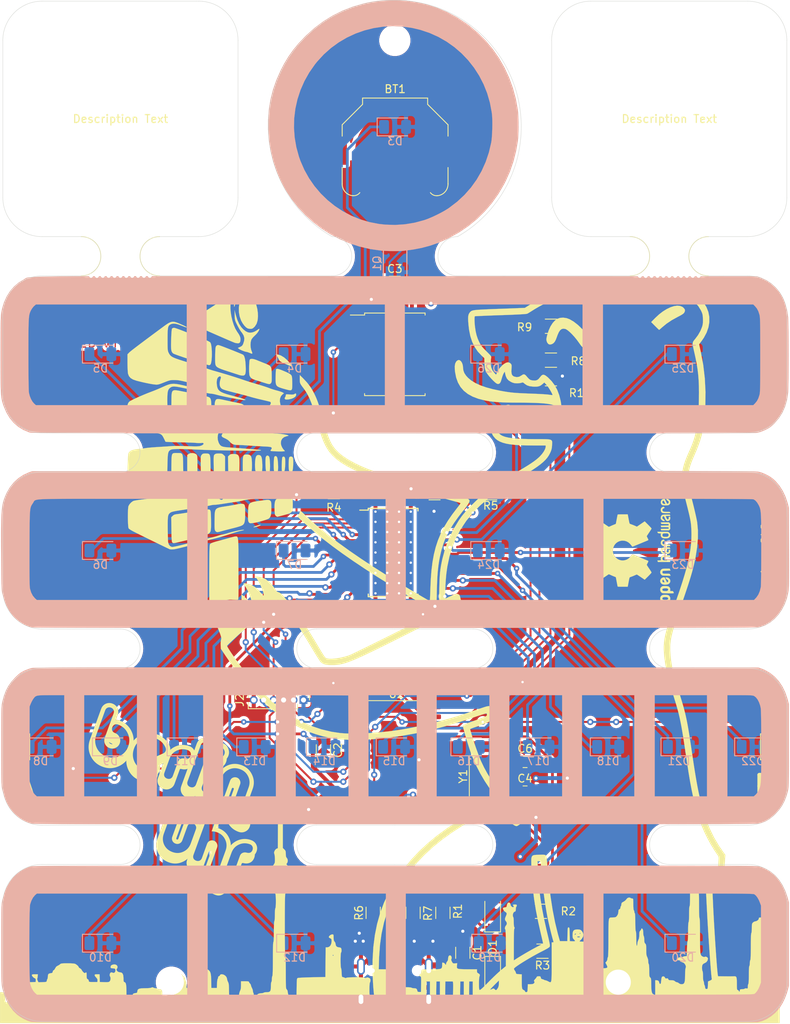
<source format=kicad_pcb>
(kicad_pcb (version 20171130) (host pcbnew "(5.1.9)-1")
  (layers (0 F.Cu signal) (31 B.Cu signal) (34 B.Paste user) (35 F.Paste user) (36 B.SilkS user) (37 F.SilkS user) (38 B.Mask user) (39 F.Mask user) (44 Edge.Cuts user))
  (net 0 "")
  (net 1 GND)
  (net 2 "Net-(BT1-Pad1)")
  (net 3 +5V)
  (net 4 "Net-(C4-Pad1)")
  (net 5 "Net-(C6-Pad1)")
  (net 6 "Net-(D3-Pad1)")
  (net 7 "Net-(D4-Pad1)")
  (net 8 "Net-(D5-Pad1)")
  (net 9 "Net-(D6-Pad1)")
  (net 10 "Net-(D7-Pad1)")
  (net 11 "Net-(D8-Pad1)")
  (net 12 "Net-(D9-Pad1)")
  (net 13 "Net-(D10-Pad1)")
  (net 14 "Net-(D11-Pad1)")
  (net 15 "Net-(D12-Pad1)")
  (net 16 "Net-(D13-Pad1)")
  (net 17 "Net-(D14-Pad1)")
  (net 18 "Net-(D15-Pad1)")
  (net 19 "Net-(D16-Pad1)")
  (net 20 "Net-(D17-Pad1)")
  (net 21 "Net-(D18-Pad1)")
  (net 22 "Net-(D19-Pad1)")
  (net 23 "Net-(D20-Pad1)")
  (net 24 "Net-(D21-Pad1)")
  (net 25 "Net-(D22-Pad1)")
  (net 26 "Net-(D23-Pad1)")
  (net 27 "Net-(D24-Pad1)")
  (net 28 "Net-(D25-Pad1)")
  (net 29 "Net-(D26-Pad1)")
  (net 30 "Net-(J1-PadB8)")
  (net 31 "Net-(J1-PadA5)")
  (net 32 "Net-(J1-PadA8)")
  (net 33 "Net-(J1-PadB5)")
  (net 34 "Net-(J2-Pad5)")
  (net 35 "Net-(J2-Pad4)")
  (net 36 "Net-(J2-Pad3)")
  (net 37 "Net-(J2-Pad2)")
  (net 38 "Net-(Q1-Pad2)")
  (net 39 /D-)
  (net 40 /D+)
  (net 41 "Net-(R4-Pad2)")
  (net 42 "Net-(R5-Pad1)")
  (net 43 /SCL)
  (net 44 /SDA)
  (net 45 "Net-(SW1-Pad1)")
  (net 46 "Net-(SW2-Pad1)")
  (net 47 "Net-(U1-Pad4)")
  (net 48 "Net-(U1-Pad3)")
  (net 49 "Net-(U1-Pad1)")
  (net 50 "Net-(U3-Pad29)")
  (net 51 /D1+)
  (net 52 /D1-)
  (module Berlin_Uhr:mouse-bite-5mm-slot (layer F.Cu) (at 110 57.5)
    (fp_text reference mouse-bite-5mm-slot hide)
    (fp_text value VAL** hide)
    (pad "" np_thru_hole circle (at 1.5 2.5) (size 0.5 0.5) (drill 0.5) (layers *.Cu *.Mask))
    (pad "" np_thru_hole circle (at 3 2.5) (size 0.5 0.5) (drill 0.5) (layers *.Cu *.Mask))
    (pad "" np_thru_hole circle (at -3.75 2.5) (size 0.5 0.5) (drill 0.5) (layers *.Cu *.Mask))
    (pad "" np_thru_hole circle (at 0.75 2.5) (size 0.5 0.5) (drill 0.5) (layers *.Cu *.Mask))
    (pad "" np_thru_hole circle (at 0 2.5) (size 0.5 0.5) (drill 0.5) (layers *.Cu *.Mask))
    (pad "" np_thru_hole circle (at -1.5 2.5) (size 0.5 0.5) (drill 0.5) (layers *.Cu *.Mask))
    (pad "" np_thru_hole circle (at -2.25 2.5) (size 0.5 0.5) (drill 0.5) (layers *.Cu *.Mask))
    (pad "" np_thru_hole circle (at 2.25 2.5) (size 0.5 0.5) (drill 0.5) (layers *.Cu *.Mask))
    (pad "" np_thru_hole circle (at -0.75 2.5) (size 0.5 0.5) (drill 0.5) (layers *.Cu *.Mask))
    (pad "" np_thru_hole circle (at -3 2.5) (size 0.5 0.5) (drill 0.5) (layers *.Cu *.Mask))
    (pad "" np_thru_hole circle (at -3 2.5) (size 0.5 0.5) (drill 0.5) (layers *.Cu *.Mask))
    (pad "" np_thru_hole circle (at 3.75 2.5) (size 0.5 0.5) (drill 0.5) (layers *.Cu *.Mask))
    (pad "" np_thru_hole circle (at 3.75 -2.5) (size 0.5 0.5) (drill 0.5) (layers *.Cu *.Mask))
    (pad "" np_thru_hole circle (at 0.75 -2.5) (size 0.5 0.5) (drill 0.5) (layers *.Cu *.Mask))
    (pad "" np_thru_hole circle (at 3 -2.5) (size 0.5 0.5) (drill 0.5) (layers *.Cu *.Mask))
    (pad "" np_thru_hole circle (at -3 -2.5) (size 0.5 0.5) (drill 0.5) (layers *.Cu *.Mask))
    (pad "" np_thru_hole circle (at -3 -2.5) (size 0.5 0.5) (drill 0.5) (layers *.Cu *.Mask))
    (pad "" np_thru_hole circle (at -0.75 -2.5) (size 0.5 0.5) (drill 0.5) (layers *.Cu *.Mask))
    (pad "" np_thru_hole circle (at 2.25 -2.5) (size 0.5 0.5) (drill 0.5) (layers *.Cu *.Mask))
    (pad "" np_thru_hole circle (at -2.25 -2.5) (size 0.5 0.5) (drill 0.5) (layers *.Cu *.Mask))
    (pad "" np_thru_hole circle (at -1.5 -2.5) (size 0.5 0.5) (drill 0.5) (layers *.Cu *.Mask))
    (pad "" np_thru_hole circle (at 0 -2.5) (size 0.5 0.5) (drill 0.5) (layers *.Cu *.Mask))
    (pad "" np_thru_hole circle (at -3.75 -2.5) (size 0.5 0.5) (drill 0.5) (layers *.Cu *.Mask))
    (pad "" np_thru_hole circle (at 1.5 -2.5) (size 0.5 0.5) (drill 0.5) (layers *.Cu *.Mask))
  )
  (module Berlin_Uhr:mouse-bite-5mm-slot (layer F.Cu) (at 180 57.5)
    (fp_text reference mouse-bite-5mm-slot hide)
    (fp_text value VAL** hide)
    (pad "" np_thru_hole circle (at 1.5 -2.5) (size 0.5 0.5) (drill 0.5) (layers *.Cu *.Mask))
    (pad "" np_thru_hole circle (at -3.75 -2.5) (size 0.5 0.5) (drill 0.5) (layers *.Cu *.Mask))
    (pad "" np_thru_hole circle (at 0 -2.5) (size 0.5 0.5) (drill 0.5) (layers *.Cu *.Mask))
    (pad "" np_thru_hole circle (at -1.5 -2.5) (size 0.5 0.5) (drill 0.5) (layers *.Cu *.Mask))
    (pad "" np_thru_hole circle (at -2.25 -2.5) (size 0.5 0.5) (drill 0.5) (layers *.Cu *.Mask))
    (pad "" np_thru_hole circle (at 2.25 -2.5) (size 0.5 0.5) (drill 0.5) (layers *.Cu *.Mask))
    (pad "" np_thru_hole circle (at -0.75 -2.5) (size 0.5 0.5) (drill 0.5) (layers *.Cu *.Mask))
    (pad "" np_thru_hole circle (at -3 -2.5) (size 0.5 0.5) (drill 0.5) (layers *.Cu *.Mask))
    (pad "" np_thru_hole circle (at -3 -2.5) (size 0.5 0.5) (drill 0.5) (layers *.Cu *.Mask))
    (pad "" np_thru_hole circle (at 3 -2.5) (size 0.5 0.5) (drill 0.5) (layers *.Cu *.Mask))
    (pad "" np_thru_hole circle (at 0.75 -2.5) (size 0.5 0.5) (drill 0.5) (layers *.Cu *.Mask))
    (pad "" np_thru_hole circle (at 3.75 -2.5) (size 0.5 0.5) (drill 0.5) (layers *.Cu *.Mask))
    (pad "" np_thru_hole circle (at 3.75 2.5) (size 0.5 0.5) (drill 0.5) (layers *.Cu *.Mask))
    (pad "" np_thru_hole circle (at -3 2.5) (size 0.5 0.5) (drill 0.5) (layers *.Cu *.Mask))
    (pad "" np_thru_hole circle (at -3 2.5) (size 0.5 0.5) (drill 0.5) (layers *.Cu *.Mask))
    (pad "" np_thru_hole circle (at -0.75 2.5) (size 0.5 0.5) (drill 0.5) (layers *.Cu *.Mask))
    (pad "" np_thru_hole circle (at 2.25 2.5) (size 0.5 0.5) (drill 0.5) (layers *.Cu *.Mask))
    (pad "" np_thru_hole circle (at -2.25 2.5) (size 0.5 0.5) (drill 0.5) (layers *.Cu *.Mask))
    (pad "" np_thru_hole circle (at -1.5 2.5) (size 0.5 0.5) (drill 0.5) (layers *.Cu *.Mask))
    (pad "" np_thru_hole circle (at 0 2.5) (size 0.5 0.5) (drill 0.5) (layers *.Cu *.Mask))
    (pad "" np_thru_hole circle (at 0.75 2.5) (size 0.5 0.5) (drill 0.5) (layers *.Cu *.Mask))
    (pad "" np_thru_hole circle (at -3.75 2.5) (size 0.5 0.5) (drill 0.5) (layers *.Cu *.Mask))
    (pad "" np_thru_hole circle (at 3 2.5) (size 0.5 0.5) (drill 0.5) (layers *.Cu *.Mask))
    (pad "" np_thru_hole circle (at 1.5 2.5) (size 0.5 0.5) (drill 0.5) (layers *.Cu *.Mask))
  )
  (module Berlin_Uhr:BerlinUhrLogo (layer F.Cu) (at 107.95 114.046 340)
    (fp_text reference BerlinUhr hide)
    (fp_text value G*** hide)
    (fp_poly (pts (xy 24.842281 12.337006) (xy 24.83606 12.475583) (xy 24.817399 12.605865) (xy 24.786297 12.727854) (xy 24.742754 12.841549) (xy 24.686771 12.946951) (xy 24.618346 13.044058) (xy 24.537481 13.132872) (xy 24.449014 13.210108) (xy 24.352943 13.277323) (xy 24.24927 13.334516) (xy 24.137994 13.381688) (xy 24.019116 13.418838) (xy 23.892634 13.445966) (xy 23.758549 13.463072) (xy 23.631548 13.499055) (xy 23.589215 13.590072) (xy 23.589215 15.512003) (xy 23.582649 15.646433) (xy 23.562951 15.77395) (xy 23.530121 15.894557) (xy 23.48416 16.008252) (xy 23.425066 16.115036) (xy 23.352841 16.214908) (xy 23.267483 16.307869) (xy 23.221027 16.348659) (xy 23.163702 16.389352) (xy 23.097924 16.428086) (xy 23.026107 16.462998) (xy 22.950667 16.492223) (xy 22.874019 16.513899) (xy 22.798578 16.526163) (xy 22.72676 16.527151) (xy 22.66098 16.515) (xy 22.603652 16.487847) (xy 22.557192 16.443828) (xy 22.524016 16.381081) (xy 22.506538 16.297741) (xy 22.507173 16.191946) (xy 22.528337 16.061832) (xy 22.572445 15.905536) (xy 22.463449 15.855854) (xy 22.34163 15.816373) (xy 22.211203 15.784953) (xy 22.076385 15.759456) (xy 21.941389 15.737741) (xy 21.810432 15.717672) (xy 21.687729 15.697107) (xy 21.577495 15.673909) (xy 21.483945 15.645939) (xy 21.411294 15.611057) (xy 21.363758 15.567125) (xy 21.345552 15.512003) (xy 21.345552 12.743406) (xy 21.3486 12.611589) (xy 21.357744 12.482558) (xy 21.372984 12.35631) (xy 21.39432 12.232848) (xy 21.421752 12.112169) (xy 21.45528 11.994276) (xy 21.494904 11.879167) (xy 21.540624 11.766842) (xy 21.59244 11.657303) (xy 21.650352 11.550547) (xy 21.71436 11.446577) (xy 21.784464 11.345391) (xy 21.860664 11.246989) (xy 21.94296 11.151372) (xy 22.031352 11.05854) (xy 22.125275 10.970148) (xy 22.221908 10.887852) (xy 22.32125 10.811652) (xy 22.423301 10.741548) (xy 22.528062 10.67754) (xy 22.635532 10.619628) (xy 22.745712 10.567812) (xy 22.858601 10.522092) (xy 22.974199 10.482468) (xy 23.092506 10.44894) (xy 23.213523 10.421508) (xy 23.337249 10.400172) (xy 23.463684 10.384932) (xy 23.592829 10.375788) (xy 23.724683 10.37274) (xy 23.857039 10.379306) (xy 23.983175 10.399004) (xy 24.10309 10.431834) (xy 24.216785 10.477796) (xy 24.32426 10.53689) (xy 24.425515 10.609116) (xy 24.520549 10.694474) (xy 24.605907 10.789508) (xy 24.678132 10.890762) (xy 24.737226 10.998236) (xy 24.783187 11.111931) (xy 24.816017 11.231847) (xy 24.835715 11.357983) (xy 24.842281 11.49034) (xy 24.837518 11.606227) (xy 24.823231 11.716823) (xy 24.799418 11.822128) (xy 24.766081 11.92214) (xy 24.799418 12.021094) (xy 24.823231 12.123223) (xy 24.837518 12.228527) (xy 24.842281 12.337006)) (layer F.Cu) (width 0))
    (fp_poly (pts (xy 22.92883 17.374667) (xy 22.922264 17.509097) (xy 22.902566 17.636615) (xy 22.869736 17.757222) (xy 22.823775 17.870917) (xy 22.764681 17.9777) (xy 22.692454 18.077572) (xy 22.607096 18.170533) (xy 22.514136 18.255891) (xy 22.414264 18.328117) (xy 22.307481 18.387211) (xy 22.193786 18.433173) (xy 22.073179 18.466003) (xy 21.94566 18.485701) (xy 21.81123 18.492267) (xy 21.676102 18.489219) (xy 21.543909 18.480075) (xy 21.414652 18.464835) (xy 21.288329 18.443499) (xy 21.164942 18.416067) (xy 21.044489 18.382539) (xy 20.926972 18.342915) (xy 20.81239 18.297195) (xy 20.700743 18.245379) (xy 20.592031 18.187467) (xy 20.486254 18.123459) (xy 20.383413 18.053355) (xy 20.283506 17.977155) (xy 20.186535 17.894859) (xy 20.092499 17.806467) (xy 20.003015 17.714651) (xy 19.919704 17.619824) (xy 19.842563 17.521988) (xy 19.771594 17.421141) (xy 19.706795 17.317283) (xy 19.648168 17.210415) (xy 19.595713 17.100537) (xy 19.549428 16.987648) (xy 19.509315 16.871749) (xy 19.475373 16.752839) (xy 19.447603 16.630919) (xy 19.426003 16.505989) (xy 19.410575 16.378048) (xy 19.401318 16.247097) (xy 19.398233 16.113135) (xy 19.389767 13.590072) (xy 19.358017 13.494822) (xy 19.262766 13.463072) (xy 19.161167 13.494822) (xy 19.1273 13.590072) (xy 19.1273 15.512003) (xy 19.120734 15.646433) (xy 19.101036 15.77395) (xy 19.068206 15.894557) (xy 19.022244 16.008252) (xy 18.96315 16.115036) (xy 18.890925 16.214908) (xy 18.805567 16.307869) (xy 18.71036 16.393227) (xy 18.608587 16.465452) (xy 18.500249 16.524546) (xy 18.385344 16.570507) (xy 18.263873 16.603337) (xy 18.135837 16.623035) (xy 18.001234 16.629601) (xy 17.866632 16.623035) (xy 17.738595 16.603337) (xy 17.617125 16.570507) (xy 17.50222 16.524546) (xy 17.393881 16.465452) (xy 17.292109 16.393227) (xy 17.196902 16.307869) (xy 17.11379 16.214908) (xy 17.043465 16.115036) (xy 16.985927 16.008252) (xy 16.941174 15.894557) (xy 16.909208 15.77395) (xy 16.890029 15.646433) (xy 16.883636 15.512003) (xy 16.883636 9.754674) (xy 16.890029 9.620244) (xy 16.909208 9.492726) (xy 16.941174 9.372119) (xy 16.985927 9.258424) (xy 17.043465 9.151641) (xy 17.11379 9.051769) (xy 17.196902 8.958808) (xy 17.292109 8.87345) (xy 17.393881 8.801224) (xy 17.50222 8.74213) (xy 17.617125 8.696168) (xy 17.738595 8.663338) (xy 17.866632 8.64364) (xy 18.001234 8.637074) (xy 18.135837 8.64364) (xy 18.263873 8.663338) (xy 18.385344 8.696168) (xy 18.500249 8.74213) (xy 18.608587 8.801224) (xy 18.71036 8.87345) (xy 18.805567 8.958808) (xy 18.890925 9.051769) (xy 18.96315 9.151641) (xy 19.022244 9.258424) (xy 19.068206 9.372119) (xy 19.101036 9.492726) (xy 19.120734 9.620244) (xy 19.1273 9.754674) (xy 19.1273 10.37274) (xy 19.262766 10.37274) (xy 19.394583 10.375788) (xy 19.523615 10.384932) (xy 19.649862 10.400172) (xy 19.773325 10.421508) (xy 19.894003 10.44894) (xy 20.011897 10.482468) (xy 20.127006 10.522092) (xy 20.23933 10.567812) (xy 20.34887 10.619628) (xy 20.455625 10.67754) (xy 20.559595 10.741548) (xy 20.660781 10.811652) (xy 20.759182 10.887852) (xy 20.854798 10.970148) (xy 20.94763 11.05854) (xy 21.023789 11.179204) (xy 21.094419 11.296111) (xy 21.159712 11.409371) (xy 21.219858 11.519092) (xy 21.275045 11.62538) (xy 21.325466 11.728346) (xy 21.371309 11.828096) (xy 21.412765 11.92474) (xy 21.450023 12.018384) (xy 21.483275 12.109138) (xy 21.51271 12.197109) (xy 21.538519 12.282406) (xy 21.560891 12.365137) (xy 21.580016 12.44541) (xy 21.596085 12.523332) (xy 21.609288 12.599013) (xy 21.619814 12.672561) (xy 21.627855 12.744082) (xy 21.6336 12.813687) (xy 21.637239 12.881482) (xy 21.638962 12.947577) (xy 21.63896 13.012078) (xy 21.637422 13.075095) (xy 21.63454 13.136736) (xy 21.630501 13.197108) (xy 21.625498 13.256319) (xy 21.61972 13.314479) (xy 21.613358 13.371695) (xy 21.6066 13.428075) (xy 21.599638 13.483727) (xy 21.592661 13.53876) (xy 21.58586 13.593282) (xy 21.579425 13.647401) (xy 21.573546 13.701224) (xy 21.568412 13.754861) (xy 21.564215 13.808419) (xy 21.561144 13.862006) (xy 21.559389 13.915731) (xy 21.559141 13.969702) (xy 21.56059 14.024027) (xy 21.563925 14.078814) (xy 21.569337 14.134171) (xy 21.577015 14.190206) (xy 21.587151 14.247028) (xy 21.599934 14.304745) (xy 21.615555 14.363465) (xy 21.634202 14.423295) (xy 21.656068 14.484345) (xy 21.681341 14.546722) (xy 21.710211 14.610535) (xy 21.74287 14.675891) (xy 21.779506 14.742899) (xy 21.820311 14.811667) (xy 21.865474 14.882303) (xy 21.915185 14.954915) (xy 21.969635 15.029611) (xy 22.029013 15.106501) (xy 22.09351 15.18569) (xy 22.163315 15.267289) (xy 22.23862 15.351405) (xy 22.319614 15.438146) (xy 22.406487 15.52762) (xy 22.499429 15.619936) (xy 22.59863 15.715201) (xy 22.676021 15.79828) (xy 22.743093 15.886651) (xy 22.799846 15.980314) (xy 22.846281 16.079268) (xy 22.882396 16.183514) (xy 22.908193 16.293051) (xy 22.923671 16.40788) (xy 22.92883 16.528001) (xy 22.924068 16.640184) (xy 22.90978 16.748135) (xy 22.885968 16.851852) (xy 22.85263 16.951335) (xy 22.885968 17.050818) (xy 22.90978 17.154534) (xy 22.924068 17.262484) (xy 22.92883 17.374667)) (layer F.Cu) (width 0))
    (fp_poly (pts (xy 17.154574 14.250469) (xy 17.151526 14.382286) (xy 17.142382 14.511318) (xy 17.127142 14.637565) (xy 17.105806 14.761028) (xy 17.078374 14.881706) (xy 17.044846 14.999599) (xy 17.005222 15.114708) (xy 16.959503 15.227033) (xy 16.907687 15.336573) (xy 16.849775 15.443328) (xy 16.785767 15.547298) (xy 16.715663 15.648484) (xy 16.639463 15.746886) (xy 16.557167 15.842503) (xy 16.468775 15.935335) (xy 16.375943 16.024818) (xy 16.280326 16.10813) (xy 16.181924 16.185271) (xy 16.080739 16.25624) (xy 15.976768 16.321038) (xy 15.870013 16.379665) (xy 15.760473 16.432121) (xy 15.648149 16.478405) (xy 15.53304 16.518518) (xy 15.415146 16.55246) (xy 15.294468 16.580231) (xy 15.171006 16.60183) (xy 15.044758 16.617258) (xy 14.915726 16.626515) (xy 14.78391 16.629601) (xy 14.651002 16.626553) (xy 14.520954 16.617409) (xy 14.393766 16.602169) (xy 14.269438 16.580833) (xy 14.14797 16.553401) (xy 14.029361 16.519873) (xy 13.913613 16.480249) (xy 13.800724 16.434529) (xy 13.690695 16.382713) (xy 13.583526 16.324801) (xy 13.479217 16.260793) (xy 13.377767 16.190689) (xy 13.279178 16.114489) (xy 13.183448 16.032193) (xy 13.090578 15.943801) (xy 13.002186 15.850931) (xy 12.91989 15.755202) (xy 12.84369 15.656613) (xy 12.773586 15.555164) (xy 12.709579 15.450855) (xy 12.651667 15.343686) (xy 12.599851 15.233657) (xy 12.554131 15.120768) (xy 12.514507 15.005019) (xy 12.480979 14.886411) (xy 12.453547 14.764942) (xy 12.432211 14.640614) (xy 12.416971 14.513426) (xy 12.407827 14.383377) (xy 12.404779 14.250469) (xy 12.404779 11.507272) (xy 12.411172 11.37267) (xy 12.430352 11.244634) (xy 12.462318 11.123163) (xy 12.50707 11.008259) (xy 12.564609 10.89992) (xy 12.634934 10.798147) (xy 12.718045 10.70294) (xy 12.813252 10.617582) (xy 12.915025 10.545356) (xy 13.023363 10.486262) (xy 13.138268 10.4403) (xy 13.259739 10.40747) (xy 13.387775 10.387772) (xy 13.522378 10.381206) (xy 13.65698 10.387772) (xy 13.785017 10.40747) (xy 13.906488 10.4403) (xy 14.021392 10.486262) (xy 14.129731 10.545356) (xy 14.231504 10.617582) (xy 14.32671 10.70294) (xy 14.412068 10.798147) (xy 14.484294 10.89992) (xy 14.543388 11.008259) (xy 14.58935 11.123163) (xy 14.62218 11.244634) (xy 14.641877 11.37267) (xy 14.648443 11.507272) (xy 14.648443 13.403803) (xy 14.68231 13.505405) (xy 14.78391 13.539272) (xy 14.87916 13.505405) (xy 14.91091 13.403803) (xy 14.91091 11.49034) (xy 14.917476 11.35591) (xy 14.937174 11.228392) (xy 14.970004 11.107785) (xy 15.015966 10.99409) (xy 15.075059 10.887306) (xy 15.147285 10.787435) (xy 15.232643 10.694474) (xy 15.32785 10.609116) (xy 15.429622 10.53689) (xy 15.537961 10.477796) (xy 15.652866 10.431834) (xy 15.774336 10.399004) (xy 15.902373 10.379306) (xy 16.036975 10.37274) (xy 16.171405 10.379306) (xy 16.298923 10.399004) (xy 16.41953 10.431834) (xy 16.533225 10.477796) (xy 16.640009 10.53689) (xy 16.739881 10.609116) (xy 16.832841 10.694474) (xy 16.918199 10.787435) (xy 16.990425 10.887306) (xy 17.049519 10.99409) (xy 17.09548 11.107785) (xy 17.12831 11.228392) (xy 17.148008 11.35591) (xy 17.154574 11.49034) (xy 17.154574 14.250469)) (layer F.Cu) (width 0))
    (fp_poly (pts (xy 16.044499 0.000081) (xy 15.917617 0.005904) (xy 15.795207 0.023373) (xy 15.677279 0.052485) (xy 15.563841 0.09324) (xy 15.4549 0.145636) (xy 15.350465 0.209673) (xy 15.250546 0.285348) (xy 15.155149 0.372661) (xy 15.093345 0.473309) (xy 15.061258 0.58638) (xy 15.021306 0.696161) (xy 14.987954 0.593977) (xy 14.961258 0.486998) (xy 14.909686 0.397981) (xy 14.818288 0.31714) (xy 14.718261 0.248777) (xy 14.609601 0.192877) (xy 14.492304 0.149426) (xy 14.366366 0.118408) (xy 14.231782 0.099808) (xy 14.088547 0.093611) (xy 13.953929 0.10016) (xy 13.825854 0.119815) (xy 13.704331 0.152585) (xy 13.589369 0.198483) (xy 13.480977 0.257517) (xy 13.379166 0.3297) (xy 13.283944 0.415041) (xy 13.200838 0.507997) (xy 13.130529 0.607861) (xy 13.073011 0.714635) (xy 13.028281 0.82832) (xy 12.996336 0.948918) (xy 12.977171 1.076431) (xy 12.970784 1.210861) (xy 12.970784 2.123461) (xy 12.877793 2.042931) (xy 12.779383 1.973873) (xy 12.67539 1.916623) (xy 12.565649 1.871514) (xy 12.449996 1.838879) (xy 12.328265 1.819054) (xy 12.200291 1.812371) (xy 12.068442 1.815418) (xy 11.939312 1.82456) (xy 11.812899 1.839797) (xy 11.689203 1.861129) (xy 11.56822 1.888556) (xy 11.449951 1.922078) (xy 11.334393 1.961696) (xy 11.221545 2.00741) (xy 11.111406 2.05922) (xy 11.003974 2.117127) (xy 10.899248 2.18113) (xy 10.797226 2.251229) (xy 10.697906 2.327426) (xy 10.601288 2.40972) (xy 10.50737 2.498111) (xy 10.414905 2.595702) (xy 10.329418 2.696463) (xy 10.250805 2.800354) (xy 10.178962 2.907333) (xy 10.113784 3.01736) (xy 10.055168 3.130393) (xy 10.003008 3.246391) (xy 9.982325 3.141137) (xy 9.955607 3.037624) (xy 9.921962 2.93611) (xy 9.8805 2.836851) (xy 9.830331 2.740106) (xy 9.770564 2.646131) (xy 9.700309 2.555183) (xy 9.618674 2.46752) (xy 9.52477 2.383399) (xy 9.417706 2.303077) (xy 9.296591 2.226811) (xy 9.177758 2.160558) (xy 9.058327 2.100081) (xy 8.938299 2.045377) (xy 8.817678 1.996444) (xy 8.696464 1.953278) (xy 8.574661 1.915877) (xy 8.452269 1.884238) (xy 8.329292 1.858359) (xy 8.205731 1.838235) (xy 8.081587 1.823864) (xy 7.956865 1.815244) (xy 7.831564 1.812371) (xy 7.697389 1.815065) (xy 7.565798 1.823146) (xy 7.436789 1.836615) (xy 7.310362 1.855472) (xy 7.186516 1.879718) (xy 7.065251 1.909353) (xy 6.946566 1.944378) (xy 6.83046 1.984793) (xy 6.716932 2.030597) (xy 6.605982 2.081793) (xy 6.497609 2.138379) (xy 6.391812 2.200357) (xy 6.288591 2.267727) (xy 6.187945 2.340488) (xy 6.089873 2.418643) (xy 5.994374 2.50219) (xy 5.901449 2.591131) (xy 5.814531 2.683119) (xy 5.734297 2.778301) (xy 5.660485 2.876554) (xy 5.592832 2.977751) (xy 5.531075 3.081767) (xy 5.474952 3.188476) (xy 5.4242 3.297755) (xy 5.378556 3.409477) (xy 5.337758 3.523516) (xy 5.301543 3.639749) (xy 5.269649 3.758049) (xy 5.241812 3.878292) (xy 5.21777 4.000351) (xy 5.194217 3.881386) (xy 5.170253 3.762608) (xy 5.145038 3.644418) (xy 5.117733 3.527211) (xy 5.0875 3.411388) (xy 5.053498 3.297345) (xy 5.01489 3.185481) (xy 4.970836 3.076195) (xy 4.920497 2.969883) (xy 4.863034 2.866945) (xy 4.797608 2.767778) (xy 4.72338 2.672781) (xy 4.639511 2.582351) (xy 4.546586 2.492443) (xy 4.451087 2.407991) (xy 4.353015 2.328994) (xy 4.252369 2.255452) (xy 4.149148 2.187363) (xy 4.043351 2.124727) (xy 3.934978 2.067542) (xy 3.824028 2.015807) (xy 3.7105 1.969522) (xy 3.594394 1.928686) (xy 3.475708 1.893298) (xy 3.354443 1.863357) (xy 3.230597 1.838862) (xy 3.104171 1.819811) (xy 2.975162 1.806205) (xy 2.843571 1.798042) (xy 2.709396 1.795321) (xy 2.588226 1.80112) (xy 2.470243 1.818534) (xy 2.355435 1.847591) (xy 2.243791 1.888321) (xy 2.243791 1.193781) (xy 2.237213 1.059355) (xy 2.217485 0.931845) (xy 2.184614 0.811248) (xy 2.138608 0.697562) (xy 2.079472 0.590788) (xy 2.007217 0.490921) (xy 1.921847 0.397961) (xy 1.826654 0.312623) (xy 1.724917 0.240443) (xy 1.616626 0.181411) (xy 1.501774 0.135514) (xy 1.380352 0.102745) (xy 1.252351 0.08309) (xy 1.117762 0.076541) (xy 0.985408 0.08309) (xy 0.859279 0.102745) (xy 0.739373 0.135514) (xy 0.625689 0.181411) (xy 0.518224 0.240443) (xy 0.416976 0.312623) (xy 0.321945 0.397961) (xy 0.236575 0.492993) (xy 0.164319 0.594241) (xy 0.105184 0.701706) (xy 0.059177 0.815391) (xy 0.026306 0.935298) (xy 0.006578 1.061427) (xy 0 1.193781) (xy 0 5.359421) (xy 0.002694 5.492636) (xy 0.010775 5.62334) (xy 0.024244 5.75153) (xy 0.043101 5.877207) (xy 0.067347 6.000369) (xy 0.096982 6.121015) (xy 0.132006 6.239145) (xy 0.172421 6.354756) (xy 0.218226 6.467849) (xy 0.269421 6.578421) (xy 0.326007 6.686473) (xy 0.387986 6.792002) (xy 0.455356 6.895008) (xy 0.528118 6.99549) (xy 0.606273 7.093447) (xy 0.689822 7.188878) (xy 0.778764 7.281781) (xy 0.872632 7.371689) (xy 0.968965 7.456141) (xy 1.067763 7.535138) (xy 1.169025 7.60868) (xy 1.27275 7.676769) (xy 1.378938 7.739406) (xy 1.487589 7.796591) (xy 1.598701 7.848325) (xy 1.712275 7.89461) (xy 1.828309 7.935446) (xy 1.946803 7.970834) (xy 2.067756 8.000775) (xy 2.191169 8.025271) (xy 2.317039 8.044321) (xy 2.445368 8.057927) (xy 2.576154 8.06609) (xy 2.709396 8.068811) (xy 2.841668 8.06609) (xy 2.971537 8.057927) (xy 3.099002 8.044321) (xy 3.224063 8.025271) (xy 3.346721 8.000775) (xy 3.466976 7.970834) (xy 3.584829 7.935446) (xy 3.700278 7.89461) (xy 3.813326 7.848325) (xy 3.923971 7.796591) (xy 4.032214 7.739406) (xy 4.138055 7.676769) (xy 4.241495 7.60868) (xy 4.342534 7.535138) (xy 4.441171 7.456141) (xy 4.537407 7.371689) (xy 4.631243 7.281781) (xy 4.715872 7.190697) (xy 4.790756 7.095353) (xy 4.856744 6.996121) (xy 4.914689 6.893376) (xy 4.965442 6.787489) (xy 5.009853 6.678834) (xy 5.048774 6.567783) (xy 5.083056 6.45471) (xy 5.11355 6.339986) (xy 5.141107 6.223986) (xy 5.166578 6.107081) (xy 5.190815 5.989645) (xy 5.214669 5.872051) (xy 5.23827 5.995747) (xy 5.265781 6.117571) (xy 5.297464 6.237398) (xy 5.33358 6.355103) (xy 5.374394 6.470561) (xy 5.420166 6.583647) (xy 5.471159 6.694235) (xy 5.527635 6.802202) (xy 5.589857 6.907421) (xy 5.658088 7.009767) (xy 5.732588 7.109116) (xy 5.813621 7.205342) (xy 5.901449 7.298321) (xy 5.995312 7.388233) (xy 6.09163 7.472698) (xy 6.190405 7.551717) (xy 6.291637 7.625289) (xy 6.395327 7.693413) (xy 6.501476 7.75609) (xy 6.610083 7.813318) (xy 6.72115 7.865098) (xy 6.834678 7.911429) (xy 6.950667 7.952311) (xy 7.069118 7.987743) (xy 7.190032 8.017725) (xy 7.313409 8.042257) (xy 7.43925 8.061337) (xy 7.567556 8.074967) (xy 7.698327 8.083145) (xy 7.831564 8.085871) (xy 8.585006 8.085871) (xy 8.719433 8.079294) (xy 8.846944 8.059566) (xy 8.967542 8.026696) (xy 9.081226 7.98069) (xy 9.188001 7.921556) (xy 9.287866 7.849301) (xy 9.380824 7.763931) (xy 9.466193 7.668734) (xy 9.538449 7.566994) (xy 9.597584 7.458703) (xy 9.643591 7.343851) (xy 9.676462 7.222429) (xy 9.69619 7.094429) (xy 9.702768 6.959841) (xy 9.698041 6.850846) (xy 9.683833 6.743989) (xy 9.6601 6.63925) (xy 9.626798 6.536611) (xy 9.6601 6.433967) (xy 9.683833 6.329226) (xy 9.698041 6.22237) (xy 9.702768 6.113381) (xy 9.697599 5.994849) (xy 9.682086 5.881156) (xy 9.65622 5.772302) (xy 9.619991 5.668285) (xy 9.57339 5.569106) (xy 9.516408 5.474765) (xy 9.449036 5.385261) (xy 9.550535 5.278837) (xy 9.629371 5.196778) (xy 9.685714 5.139281) (xy 9.747144 5.054343) (xy 9.778522 4.956416) (xy 9.821107 4.863331) (xy 9.821107 6.951571) (xy 9.827523 7.085998) (xy 9.846761 7.213509) (xy 9.878807 7.334108) (xy 9.923647 7.447794) (xy 9.981265 7.554569) (xy 10.051649 7.654434) (xy 10.134783 7.747391) (xy 10.229976 7.832732) (xy 10.331713 7.904913) (xy 10.440003 7.963946) (xy 10.554855 8.009841) (xy 10.676277 8.042609) (xy 10.804279 8.062263) (xy 10.938868 8.068811) (xy 11.073485 8.062263) (xy 11.20156 8.042609) (xy 11.323083 8.009841) (xy 11.438045 7.963946) (xy 11.546436 7.904913) (xy 11.648248 7.832732) (xy 11.743469 7.747391) (xy 11.82881 7.654434) (xy 11.900993 7.554569) (xy 11.960027 7.447794) (xy 12.005924 7.334108) (xy 12.038695 7.213509) (xy 12.058349 7.085998) (xy 12.064898 6.951571) (xy 12.064898 5.029211) (xy 12.107314 4.9384) (xy 12.234395 4.902601) (xy 12.360835 4.885984) (xy 12.479628 4.859312) (xy 12.591114 4.823024) (xy 12.695633 4.777556) (xy 12.793524 4.72335) (xy 12.885128 4.660842) (xy 12.970784 4.590471) (xy 12.970784 6.951571) (xy 12.977171 7.085998) (xy 12.996336 7.213509) (xy 13.028281 7.334108) (xy 13.073011 7.447794) (xy 13.130529 7.554569) (xy 13.200838 7.654434) (xy 13.283944 7.747391) (xy 13.379166 7.832732) (xy 13.480977 7.904913) (xy 13.589369 7.963946) (xy 13.704331 8.009841) (xy 13.825854 8.042609) (xy 13.953929 8.062263) (xy 14.088547 8.068811) (xy 14.2209 8.062263) (xy 14.347029 8.042609) (xy 14.466935 8.009841) (xy 14.58062 7.963946) (xy 14.688085 7.904913) (xy 14.789333 7.832732) (xy 14.884365 7.747391) (xy 14.95653 7.651064) (xy 15.000779 7.540429) (xy 15.032425 7.423332) (xy 15.066782 7.307621) (xy 15.099382 7.423339) (xy 15.12942 7.540432) (xy 15.171418 7.651063) (xy 15.239898 7.747391) (xy 15.335119 7.832732) (xy 15.436931 7.904913) (xy 15.545322 7.963946) (xy 15.660284 8.009841) (xy 15.781807 8.042609) (xy 15.909882 8.062263) (xy 16.044499 8.068811) (xy 16.176853 8.062263) (xy 16.302982 8.042609) (xy 16.422888 8.009841) (xy 16.536573 7.963946) (xy 16.644038 7.904913) (xy 16.745286 7.832732) (xy 16.840317 7.747391) (xy 16.914376 7.648923) (xy 16.959991 7.535875) (xy 16.992407 7.41606) (xy 17.02687 7.297291) (xy 17.0596 7.416081) (xy 17.090437 7.535886) (xy 17.133804 7.648918) (xy 17.204119 7.747391) (xy 17.29934 7.832732) (xy 17.401151 7.904913) (xy 17.509542 7.963946) (xy 17.624505 8.009841) (xy 17.746028 8.042609) (xy 17.874103 8.062263) (xy 18.008721 8.068811) (xy 18.143309 8.062263) (xy 18.27131 8.042609) (xy 18.392733 8.009841) (xy 18.507585 7.963946) (xy 18.615875 7.904913) (xy 18.717613 7.832732) (xy 18.812807 7.747391) (xy 18.898176 7.654434) (xy 18.970432 7.554569) (xy 19.029566 7.447794) (xy 19.075573 7.334108) (xy 19.108444 7.213509) (xy 19.128171 7.085998) (xy 19.134749 6.951571) (xy 19.134749 5.029211) (xy 19.168578 4.934144) (xy 19.270141 4.902601) (xy 19.365455 4.93414) (xy 19.397266 5.029211) (xy 19.405566 7.154661) (xy 19.405566 7.552571) (xy 19.408655 7.687621) (xy 19.417921 7.819584) (xy 19.433364 7.94846) (xy 19.454983 8.074248) (xy 19.482776 8.19695) (xy 19.516742 8.316566) (xy 19.556881 8.433096) (xy 19.603192 8.54654) (xy 19.655674 8.656898) (xy 19.714326 8.764172) (xy 19.779146 8.86836) (xy 19.850135 8.969464) (xy 19.92729 9.067484) (xy 20.010611 9.162419) (xy 20.100098 9.254271) (xy 20.194128 9.341574) (xy 20.291081 9.42286) (xy 20.39096 9.498128) (xy 20.493767 9.567377) (xy 20.599502 9.630607) (xy 20.708168 9.687818) (xy 20.819767 9.739009) (xy 20.934301 9.784178) (xy 21.05177 9.823327) (xy 21.172177 9.856455) (xy 21.295523 9.88356) (xy 21.421811 9.904643) (xy 21.551042 9.919703) (xy 21.683217 9.928739) (xy 21.818339 9.931751) (xy 21.950721 9.925173) (xy 22.076923 9.905445) (xy 22.19693 9.872573) (xy 22.310725 9.826566) (xy 22.418291 9.767432) (xy 22.519612 9.695178) (xy 22.614673 9.609811) (xy 22.702278 9.516851) (xy 22.776406 9.416985) (xy 22.837058 9.31021) (xy 22.884232 9.196525) (xy 22.917928 9.075928) (xy 22.938146 8.948417) (xy 22.944885 8.813991) (xy 22.940077 8.701824) (xy 22.925691 8.593909) (xy 22.901782 8.490227) (xy 22.868405 8.390761) (xy 22.901786 8.291295) (xy 22.925695 8.187614) (xy 22.940079 8.079699) (xy 22.944885 7.967531) (xy 22.939725 7.847407) (xy 22.924246 7.732569) (xy 22.898447 7.623021) (xy 22.862329 7.518762) (xy 22.815893 7.419796) (xy 22.759138 7.326122) (xy 22.692064 7.237744) (xy 22.614673 7.154661) (xy 22.529469 7.081242) (xy 22.438961 7.017621) (xy 22.343151 6.963796) (xy 22.242045 6.919762) (xy 22.135648 6.885519) (xy 22.023963 6.861063) (xy 21.906996 6.846391) (xy 21.784751 6.841501) (xy 21.683187 6.807412) (xy 21.649356 6.705591) (xy 21.649356 4.182751) (xy 21.646267 4.050936) (xy 21.637001 3.921911) (xy 21.621558 3.795674) (xy 21.59994 3.672226) (xy 21.572147 3.551565) (xy 21.538181 3.433691) (xy 21.498041 3.318602) (xy 21.451731 3.206299) (xy 21.399249 3.096779) (xy 21.340598 2.990044) (xy 21.275777 2.886091) (xy 21.204789 2.78492) (xy 21.127634 2.68653) (xy 21.044313 2.590921) (xy 20.954826 2.498091) (xy 20.861996 2.4097) (xy 20.766387 2.327406) (xy 20.667998 2.251209) (xy 20.566827 2.18111) (xy 20.462874 2.117107) (xy 20.356138 2.0592) (xy 20.246619 2.00739) (xy 20.134316 1.961676) (xy 20.019228 1.922058) (xy 19.901354 1.888536) (xy 19.780694 1.861109) (xy 19.657247 1.839777) (xy 19.531011 1.82454) (xy 19.401987 1.815398) (xy 19.270173 1.812351) (xy 19.138318 1.815398) (xy 19.009169 1.82454) (xy 18.882728 1.839777) (xy 18.758994 1.861109) (xy 18.637969 1.888536) (xy 18.519652 1.922058) (xy 18.404043 1.961676) (xy 18.291144 2.00739) (xy 18.180955 2.0592) (xy 18.073475 2.117107) (xy 17.968706 2.18111) (xy 17.866647 2.251209) (xy 17.767299 2.327406) (xy 17.670663 2.4097) (xy 17.576738 2.498091) (xy 17.495118 2.592311) (xy 17.428983 2.693595) (xy 17.375606 2.800701) (xy 17.332259 2.912385) (xy 17.296218 3.027404) (xy 17.264754 3.144515) (xy 17.235141 3.262475) (xy 17.204652 3.380042) (xy 17.170562 3.495971) (xy 17.170562 2.929591) (xy 17.166256 2.806751) (xy 17.153512 2.692401) (xy 17.205301 2.582044) (xy 17.245535 2.467688) (xy 17.27424 2.34929) (xy 17.291444 2.226806) (xy 17.297172 2.100191) (xy 17.292447 1.991116) (xy 17.278242 1.884082) (xy 17.254512 1.779165) (xy 17.221212 1.676441) (xy 17.254512 1.573798) (xy 17.278242 1.46906) (xy 17.292447 1.362205) (xy 17.297172 1.253211) (xy 17.291371 1.126474) (xy 17.273961 1.004497) (xy 17.244932 0.887281) (xy 17.204271 0.774826) (xy 17.151969 0.667134) (xy 17.088014 0.564205) (xy 17.012396 0.46604) (xy 16.925103 0.372641) (xy 16.831704 0.285328) (xy 16.73354 0.209653) (xy 16.630612 0.145616) (xy 16.52292 0.09322) (xy 16.410466 0.052465) (xy 16.29325 0.023353) (xy 16.171272 0.005884) (xy 16.044535 0.000061) (xy 16.044499 0.000081)) (layer F.Cu) (width 0))
  )
  (module Symbol:OSHW-Logo2_14.6x12mm_SilkScreen (layer F.Cu) (at 175 95 90)
    (fp_text reference REF** hide)
    (fp_text value OSHW-Logo2_14.6x12mm_SilkScreen hide)
  )
  (module Symbol:OSHW-Logo2_14.6x12mm_Copper (layer F.Cu) (at 175 95 90)
    (fp_text reference REF** hide)
    (fp_text value OSHW-Logo2_14.6x12mm_Copper hide)
    (fp_poly (pts (xy 0.209014 -5.547002) (xy 0.367006 -5.546137) (xy 0.481347 -5.543795) (xy 0.559407 -5.539238) (xy 0.608554 -5.53173) (xy 0.636159 -5.520534) (xy 0.649592 -5.504912) (xy 0.656221 -5.484127) (xy 0.656865 -5.481437) (xy 0.666935 -5.432887) (xy 0.685575 -5.337095) (xy 0.710845 -5.204257) (xy 0.740807 -5.044569) (xy 0.773522 -4.868226) (xy 0.774664 -4.862033) (xy 0.807433 -4.689218) (xy 0.838093 -4.536531) (xy 0.864664 -4.413129) (xy 0.885167 -4.328169) (xy 0.897626 -4.29081) (xy 0.89822 -4.290148) (xy 0.934919 -4.271905) (xy 1.010586 -4.241503) (xy 1.108878 -4.205507) (xy 1.109425 -4.205315) (xy 1.233233 -4.158778) (xy 1.379196 -4.099496) (xy 1.516781 -4.039891) (xy 1.523293 -4.036944) (xy 1.74739 -3.935235) (xy 2.243619 -4.274103) (xy 2.395846 -4.377408) (xy 2.533741 -4.469763) (xy 2.649315 -4.545916) (xy 2.734579 -4.600615) (xy 2.781544 -4.628607) (xy 2.786004 -4.630683) (xy 2.820134 -4.62144) (xy 2.883881 -4.576844) (xy 2.979731 -4.494791) (xy 3.110169 -4.373179) (xy 3.243328 -4.243795) (xy 3.371694 -4.116298) (xy 3.486581 -3.999954) (xy 3.581073 -3.901948) (xy 3.648253 -3.829464) (xy 3.681206 -3.789687) (xy 3.682432 -3.787639) (xy 3.686074 -3.760344) (xy 3.67235 -3.715766) (xy 3.637869 -3.647888) (xy 3.579239 -3.550689) (xy 3.49307 -3.418149) (xy 3.3782 -3.247524) (xy 3.276254 -3.097345) (xy 3.185123 -2.96265) (xy 3.110073 -2.85126) (xy 3.056369 -2.770995) (xy 3.02928 -2.729675) (xy 3.027574 -2.72687) (xy 3.030882 -2.687279) (xy 3.055953 -2.610331) (xy 3.097798 -2.510568) (xy 3.112712 -2.478709) (xy 3.177786 -2.336774) (xy 3.247212 -2.175727) (xy 3.303609 -2.036379) (xy 3.344247 -1.932956) (xy 3.376526 -1.854358) (xy 3.395178 -1.81328) (xy 3.397497 -1.810115) (xy 3.431803 -1.804872) (xy 3.512669 -1.790506) (xy 3.629343 -1.769063) (xy 3.771075 -1.742587) (xy 3.92711 -1.713123) (xy 4.086698 -1.682717) (xy 4.239085 -1.653412) (xy 4.373521 -1.627255) (xy 4.479252 -1.60629) (xy 4.545526 -1.592561) (xy 4.561782 -1.58868) (xy 4.578573 -1.5791) (xy 4.591249 -1.557464) (xy 4.600378 -1.516469) (xy 4.606531 -1.448811) (xy 4.61028 -1.347188) (xy 4.612192 -1.204297) (xy 4.61284 -1.012835) (xy 4.612874 -0.934355) (xy 4.612874 -0.296094) (xy 4.459598 -0.26584) (xy 4.374322 -0.249436) (xy 4.24707 -0.225491) (xy 4.093315 -0.196893) (xy 3.928534 -0.166533) (xy 3.882989 -0.158194) (xy 3.730932 -0.12863) (xy 3.598468 -0.099558) (xy 3.496714 -0.073671) (xy 3.436788 -0.053663) (xy 3.426805 -0.047699) (xy 3.402293 -0.005466) (xy 3.367148 0.07637) (xy 3.328173 0.181683) (xy 3.320442 0.204368) (xy 3.26936 0.345018) (xy 3.205954 0.503714) (xy 3.143904 0.646225) (xy 3.143598 0.646886) (xy 3.040267 0.87044) (xy 3.719961 1.870232) (xy 3.283621 2.3073) (xy 3.151649 2.437381) (xy 3.031279 2.552048) (xy 2.929273 2.645181) (xy 2.852391 2.710658) (xy 2.807393 2.742357) (xy 2.800938 2.744368) (xy 2.76304 2.728529) (xy 2.685708 2.684496) (xy 2.577389 2.61749) (xy 2.446532 2.532734) (xy 2.305052 2.437816) (xy 2.161461 2.340998) (xy 2.033435 2.256751) (xy 1.929105 2.190258) (xy 1.8566 2.146702) (xy 1.824158 2.131264) (xy 1.784576 2.144328) (xy 1.709519 2.17875) (xy 1.614468 2.22738) (xy 1.604392 2.232785) (xy 1.476391 2.29698) (xy 1.388618 2.328463) (xy 1.334028 2.328798) (xy 1.305575 2.299548) (xy 1.30541 2.299138) (xy 1.291188 2.264498) (xy 1.257269 2.182269) (xy 1.206284 2.058814) (xy 1.140862 1.900498) (xy 1.063634 1.713686) (xy 0.977229 1.504742) (xy 0.893551 1.302446) (xy 0.801588 1.0792) (xy 0.71715 0.872392) (xy 0.642769 0.688362) (xy 0.580974 0.533451) (xy 0.534297 0.413996) (xy 0.505268 0.336339) (xy 0.496322 0.307356) (xy 0.518756 0.27411) (xy 0.577439 0.221123) (xy 0.655689 0.162704) (xy 0.878534 -0.022048) (xy 1.052718 -0.233818) (xy 1.176154 -0.468144) (xy 1.246754 -0.720566) (xy 1.262431 -0.986623) (xy 1.251036 -1.109425) (xy 1.18895 -1.364207) (xy 1.082023 -1.589199) (xy 0.936889 -1.782183) (xy 0.760178 -1.940939) (xy 0.558522 -2.06325) (xy 0.338554 -2.146895) (xy 0.106906 -2.189656) (xy -0.129791 -2.189313) (xy -0.364905 -2.143648) (xy -0.591804 -2.050441) (xy -0.803856 -1.907473) (xy -0.892364 -1.826617) (xy -1.062111 -1.618993) (xy -1.180301 -1.392105) (xy -1.247722 -1.152567) (xy -1.26516 -0.906993) (xy -1.233402 -0.661997) (xy -1.153235 -0.424192) (xy -1.025445 -0.200193) (xy -0.85082 0.003387) (xy -0.655688 0.162704) (xy -0.574409 0.223602) (xy -0.516991 0.276015) (xy -0.496322 0.307406) (xy -0.507144 0.341639) (xy -0.537923 0.423419) (xy -0.586126 0.546407) (xy -0.649222 0.704263) (xy -0.724678 0.890649) (xy -0.809962 1.099226) (xy -0.893781 1.302496) (xy -0.986255 1.525933) (xy -1.071911 1.732984) (xy -1.148118 1.917286) (xy -1.212247 2.072475) (xy -1.261668 2.192188) (xy -1.293752 2.270061) (xy -1.305641 2.299138) (xy -1.333726 2.328677) (xy -1.388051 2.328591) (xy -1.475605 2.297326) (xy -1.603381 2.233329) (xy -1.604392 2.232785) (xy -1.700598 2.183121) (xy -1.778369 2.146945) (xy -1.822223 2.131408) (xy -1.824158 2.131264) (xy -1.857171 2.147024) (xy -1.930054 2.19085) (xy -2.034678 2.257557) (xy -2.16291 2.341964) (xy -2.305052 2.437816) (xy -2.449767 2.534867) (xy -2.580196 2.61927) (xy -2.68789 2.685801) (xy -2.764402 2.729238) (xy -2.800938 2.744368) (xy -2.834582 2.724482) (xy -2.902224 2.668903) (xy -2.997107 2.583754) (xy -3.11247 2.475153) (xy -3.241555 2.349221) (xy -3.283771 2.307149) (xy -3.720261 1.869931) (xy -3.388023 1.38234) (xy -3.287054 1.232605) (xy -3.198438 1.09822) (xy -3.127146 0.986969) (xy -3.07815 0.906639) (xy -3.056422 0.865014) (xy -3.055785 0.862053) (xy -3.06724 0.822818) (xy -3.098051 0.743895) (xy -3.142884 0.638509) (xy -3.174353 0.567954) (xy -3.233192 0.432876) (xy -3.288604 0.296409) (xy -3.331564 0.181103) (xy -3.343234 0.145977) (xy -3.376389 0.052174) (xy -3.408799 -0.020306) (xy -3.426601 -0.047699) (xy -3.465886 -0.064464) (xy -3.551626 -0.08823) (xy -3.672697 -0.116303) (xy -3.817973 -0.145991) (xy -3.882988 -0.158194) (xy -4.048087 -0.188532) (xy -4.206448 -0.217907) (xy -4.342596 -0.243431) (xy -4.441057 -0.262215) (xy -4.459598 -0.26584) (xy -4.612873 -0.296094) (xy -4.612873 -0.934355) (xy -4.612529 -1.14423) (xy -4.611116 -1.30302) (xy -4.608064 -1.418027) (xy -4.602803 -1.496554) (xy -4.594763 -1.545904) (xy -4.583373 -1.573381) (xy -4.568063 -1.586287) (xy -4.561782 -1.58868) (xy -4.523896 -1.597167) (xy -4.440195 -1.6141) (xy -4.321433 -1.637434) (xy -4.178361 -1.665125) (xy -4.021732 -1.695127) (xy -3.862297 -1.725396) (xy -3.710809 -1.753885) (xy -3.578019 -1.778551) (xy -3.474681 -1.797349) (xy -3.411545 -1.808233) (xy -3.397497 -1.810115) (xy -3.38477 -1.835296) (xy -3.3566 -1.902378) (xy -3.318252 -1.998667) (xy -3.303609 -2.036379) (xy -3.244548 -2.182079) (xy -3.175 -2.343049) (xy -3.112712 -2.478709) (xy -3.066879 -2.582439) (xy -3.036387 -2.667674) (xy -3.026208 -2.719874) (xy -3.027831 -2.72687) (xy -3.049343 -2.759898) (xy -3.098465 -2.833357) (xy -3.169923 -2.939423) (xy -3.258445 -3.070274) (xy -3.358759 -3.218088) (xy -3.378594 -3.247266) (xy -3.494988 -3.420137) (xy -3.580548 -3.551774) (xy -3.638684 -3.648239) (xy -3.672808 -3.715592) (xy -3.686331 -3.759894) (xy -3.682664 -3.787206) (xy -3.68257 -3.78738) (xy -3.653707 -3.823254) (xy -3.589867 -3.892609) (xy -3.497969 -3.988255) (xy -3.384933 -4.103001) (xy -3.257679 -4.229659) (xy -3.243328 -4.243795) (xy -3.082957 -4.399097) (xy -2.959195 -4.51313) (xy -2.869555 -4.587998) (xy -2.811552 -4.625804) (xy -2.786004 -4.630683) (xy -2.748718 -4.609397) (xy -2.671343 -4.560227) (xy -2.561867 -4.488425) (xy -2.42828 -4.399245) (xy -2.27857 -4.297937) (xy -2.243618 -4.274103) (xy -1.74739 -3.935235) (xy -1.523293 -4.036944) (xy -1.387011 -4.096217) (xy -1.240724 -4.15583) (xy -1.114965 -4.20336) (xy -1.109425 -4.205315) (xy -1.011057 -4.241323) (xy -0.935229 -4.271771) (xy -0.898282 -4.290095) (xy -0.89822 -4.290148) (xy -0.886496 -4.323271) (xy -0.866568 -4.404733) (xy -0.840413 -4.525375) (xy -0.81001 -4.676041) (xy -0.777337 -4.847572) (xy -0.774664 -4.862033) (xy -0.74189 -5.038765) (xy -0.711802 -5.19919) (xy -0.686339 -5.333112) (xy -0.667441 -5.430337) (xy -0.657047 -5.480668) (xy -0.656865 -5.481437) (xy -0.650539 -5.502847) (xy -0.638239 -5.519012) (xy -0.612594 -5.530669) (xy -0.566235 -5.538555) (xy -0.491792 -5.543407) (xy -0.381895 -5.545961) (xy -0.229175 -5.546955) (xy -0.026262 -5.547126) (xy 0 -5.547126) (xy 0.209014 -5.547002)) (layer F.Cu) (width 0.01))
    (fp_poly (pts (xy 6.343439 3.95654) (xy 6.45895 4.032034) (xy 6.514664 4.099617) (xy 6.558804 4.222255) (xy 6.562309 4.319298) (xy 6.554368 4.449056) (xy 6.255115 4.580039) (xy 6.109611 4.646958) (xy 6.014537 4.70079) (xy 5.965101 4.747416) (xy 5.956511 4.79272) (xy 5.983972 4.842582) (xy 6.014253 4.875632) (xy 6.102363 4.928633) (xy 6.198196 4.932347) (xy 6.286212 4.891041) (xy 6.350869 4.808983) (xy 6.362433 4.780008) (xy 6.417825 4.689509) (xy 6.481553 4.65094) (xy 6.568966 4.617946) (xy 6.568966 4.743034) (xy 6.561238 4.828156) (xy 6.530966 4.899938) (xy 6.467518 4.982356) (xy 6.458088 4.993066) (xy 6.387513 5.066391) (xy 6.326847 5.105742) (xy 6.25095 5.123845) (xy 6.18803 5.129774) (xy 6.075487 5.131251) (xy 5.99537 5.112535) (xy 5.94539 5.084747) (xy 5.866838 5.023641) (xy 5.812463 4.957554) (xy 5.778052 4.874441) (xy 5.759388 4.762254) (xy 5.752256 4.608946) (xy 5.751687 4.531136) (xy 5.753622 4.437853) (xy 5.929899 4.437853) (xy 5.931944 4.487896) (xy 5.937039 4.496092) (xy 5.970666 4.484958) (xy 6.04303 4.455493) (xy 6.139747 4.413601) (xy 6.159973 4.404597) (xy 6.282203 4.342442) (xy 6.349547 4.287815) (xy 6.364348 4.236649) (xy 6.328947 4.184876) (xy 6.299711 4.162) (xy 6.194216 4.11625) (xy 6.095476 4.123808) (xy 6.012812 4.179651) (xy 5.955548 4.278753) (xy 5.937188 4.357414) (xy 5.929899 4.437853) (xy 5.753622 4.437853) (xy 5.755459 4.349351) (xy 5.769359 4.214853) (xy 5.796894 4.116916) (xy 5.841572 4.044811) (xy 5.906901 3.987813) (xy 5.935383 3.969393) (xy 6.064763 3.921422) (xy 6.206412 3.918403) (xy 6.343439 3.95654)) (layer F.Cu) (width 0.01))
    (fp_poly (pts (xy 5.33569 3.940018) (xy 5.370585 3.955269) (xy 5.453877 4.021235) (xy 5.525103 4.116618) (xy 5.569153 4.218406) (xy 5.576322 4.268587) (xy 5.552285 4.338647) (xy 5.499561 4.375717) (xy 5.443031 4.398164) (xy 5.417146 4.4023) (xy 5.404542 4.372283) (xy 5.379654 4.306961) (xy 5.368735 4.277445) (xy 5.307508 4.175348) (xy 5.218861 4.124423) (xy 5.105193 4.125989) (xy 5.096774 4.127994) (xy 5.036088 4.156767) (xy 4.991474 4.212859) (xy 4.961002 4.303163) (xy 4.942744 4.434571) (xy 4.934771 4.613974) (xy 4.934023 4.709433) (xy 4.933652 4.859913) (xy 4.931223 4.962495) (xy 4.92476 5.027672) (xy 4.912288 5.065938) (xy 4.891833 5.087785) (xy 4.861419 5.103707) (xy 4.859661 5.104509) (xy 4.801091 5.129272) (xy 4.772075 5.138391) (xy 4.767616 5.110822) (xy 4.763799 5.03462) (xy 4.760899 4.919541) (xy 4.759191 4.775341) (xy 4.758851 4.669814) (xy 4.760588 4.465613) (xy 4.767382 4.310697) (xy 4.781607 4.196024) (xy 4.805638 4.112551) (xy 4.841848 4.051236) (xy 4.892612 4.003034) (xy 4.942739 3.969393) (xy 5.063275 3.924619) (xy 5.203557 3.914521) (xy 5.33569 3.940018)) (layer F.Cu) (width 0.01))
    (fp_poly (pts (xy 4.314406 3.935156) (xy 4.398469 3.973393) (xy 4.46445 4.019726) (xy 4.512794 4.071532) (xy 4.546172 4.138363) (xy 4.567253 4.229769) (xy 4.578707 4.355301) (xy 4.583203 4.524508) (xy 4.583678 4.635933) (xy 4.583678 5.070627) (xy 4.509316 5.104509) (xy 4.450746 5.129272) (xy 4.42173 5.138391) (xy 4.416179 5.111257) (xy 4.411775 5.038094) (xy 4.409078 4.931263) (xy 4.408506 4.846437) (xy 4.406046 4.723887) (xy 4.399412 4.626668) (xy 4.389726 4.567134) (xy 4.382032 4.554483) (xy 4.330311 4.567402) (xy 4.249117 4.600539) (xy 4.155102 4.645461) (xy 4.064917 4.693735) (xy 3.995215 4.736928) (xy 3.962648 4.766608) (xy 3.962519 4.766929) (xy 3.96532 4.821857) (xy 3.990439 4.874292) (xy 4.034541 4.916881) (xy 4.098909 4.931126) (xy 4.153921 4.929466) (xy 4.231835 4.928245) (xy 4.272732 4.946498) (xy 4.297295 4.994726) (xy 4.300392 5.00382) (xy 4.31104 5.072598) (xy 4.282565 5.11436) (xy 4.208344 5.134263) (xy 4.128168 5.137944) (xy 3.98389 5.110658) (xy 3.909203 5.07169) (xy 3.816963 4.980148) (xy 3.768043 4.867782) (xy 3.763654 4.749051) (xy 3.805001 4.638411) (xy 3.867197 4.56908) (xy 3.929294 4.530265) (xy 4.026895 4.481125) (xy 4.140632 4.431292) (xy 4.15959 4.423677) (xy 4.284521 4.368545) (xy 4.356539 4.319954) (xy 4.3797 4.271647) (xy 4.358064 4.21737) (xy 4.32092 4.174943) (xy 4.233127 4.122702) (xy 4.13653 4.118784) (xy 4.047944 4.159041) (xy 3.984186 4.239326) (xy 3.975817 4.26004) (xy 3.927096 4.336225) (xy 3.855965 4.392785) (xy 3.766207 4.439201) (xy 3.766207 4.307584) (xy 3.77149 4.227168) (xy 3.794142 4.163786) (xy 3.844367 4.096163) (xy 3.892582 4.044076) (xy 3.967554 3.970322) (xy 4.025806 3.930702) (xy 4.088372 3.91481) (xy 4.159193 3.912184) (xy 4.314406 3.935156)) (layer F.Cu) (width 0.01))
    (fp_poly (pts (xy 3.580124 3.93984) (xy 3.584579 4.016653) (xy 3.588071 4.133391) (xy 3.590315 4.280821) (xy 3.591035 4.435455) (xy 3.591035 4.958727) (xy 3.498645 5.051117) (xy 3.434978 5.108047) (xy 3.379089 5.131107) (xy 3.302702 5.129647) (xy 3.27238 5.125934) (xy 3.17761 5.115126) (xy 3.099222 5.108933) (xy 3.080115 5.108361) (xy 3.015699 5.112102) (xy 2.923571 5.121494) (xy 2.88785 5.125934) (xy 2.800114 5.132801) (xy 2.741153 5.117885) (xy 2.68269 5.071835) (xy 2.661585 5.051117) (xy 2.569195 4.958727) (xy 2.569195 3.979947) (xy 2.643558 3.946066) (xy 2.70759 3.92097) (xy 2.745052 3.912184) (xy 2.754657 3.93995) (xy 2.763635 4.01753) (xy 2.771386 4.136348) (xy 2.777314 4.287828) (xy 2.780173 4.415805) (xy 2.788161 4.919425) (xy 2.857848 4.929278) (xy 2.921229 4.922389) (xy 2.952286 4.900083) (xy 2.960967 4.858379) (xy 2.968378 4.769544) (xy 2.973931 4.644834) (xy 2.977036 4.495507) (xy 2.977484 4.418661) (xy 2.977931 3.976287) (xy 3.069874 3.944235) (xy 3.134949 3.922443) (xy 3.170347 3.912281) (xy 3.171368 3.912184) (xy 3.17492 3.939809) (xy 3.178823 4.016411) (xy 3.182751 4.132579) (xy 3.186376 4.278904) (xy 3.188908 4.415805) (xy 3.196897 4.919425) (xy 3.372069 4.919425) (xy 3.380107 4.459965) (xy 3.388146 4.000505) (xy 3.473543 3.956344) (xy 3.536593 3.926019) (xy 3.57391 3.912258) (xy 3.574987 3.912184) (xy 3.580124 3.93984)) (layer F.Cu) (width 0.01))
    (fp_poly (pts (xy 2.393914 4.154455) (xy 2.393543 4.372661) (xy 2.392108 4.540519) (xy 2.389002 4.66607) (xy 2.383622 4.757355) (xy 2.375362 4.822415) (xy 2.363616 4.869291) (xy 2.347781 4.906024) (xy 2.33579 4.926991) (xy 2.23649 5.040694) (xy 2.110588 5.111965) (xy 1.971291 5.137538) (xy 1.831805 5.11415) (xy 1.748743 5.072119) (xy 1.661545 4.999411) (xy 1.602117 4.910612) (xy 1.566261 4.79432) (xy 1.549781 4.639135) (xy 1.547447 4.525287) (xy 1.547761 4.517106) (xy 1.751724 4.517106) (xy 1.75297 4.647657) (xy 1.758678 4.73408) (xy 1.771804 4.790618) (xy 1.795306 4.831514) (xy 1.823386 4.862362) (xy 1.917688 4.921905) (xy 2.01894 4.926992) (xy 2.114636 4.877279) (xy 2.122084 4.870543) (xy 2.153874 4.835502) (xy 2.173808 4.793811) (xy 2.1846 4.731762) (xy 2.188965 4.635644) (xy 2.189655 4.529379) (xy 2.188159 4.39588) (xy 2.181964 4.306822) (xy 2.168514 4.248293) (xy 2.145251 4.206382) (xy 2.126175 4.184123) (xy 2.037563 4.127985) (xy 1.935508 4.121235) (xy 1.838095 4.164114) (xy 1.819296 4.180032) (xy 1.787293 4.215382) (xy 1.767318 4.257502) (xy 1.756593 4.320251) (xy 1.752339 4.417487) (xy 1.751724 4.517106) (xy 1.547761 4.517106) (xy 1.554504 4.341947) (xy 1.578472 4.204195) (xy 1.623548 4.100632) (xy 1.693928 4.019856) (xy 1.748743 3.978455) (xy 1.848376 3.933728) (xy 1.963855 3.912967) (xy 2.071199 3.918525) (xy 2.131264 3.940943) (xy 2.154835 3.947323) (xy 2.170477 3.923535) (xy 2.181395 3.859788) (xy 2.189655 3.762687) (xy 2.198699 3.654541) (xy 2.211261 3.589475) (xy 2.234119 3.552268) (xy 2.274051 3.527699) (xy 2.299138 3.516819) (xy 2.394023 3.477072) (xy 2.393914 4.154455)) (layer F.Cu) (width 0.01))
    (fp_poly (pts (xy 1.065943 3.92192) (xy 1.198565 3.970859) (xy 1.30601 4.057419) (xy 1.348032 4.118352) (xy 1.393843 4.230161) (xy 1.392891 4.311006) (xy 1.344808 4.365378) (xy 1.327017 4.374624) (xy 1.250204 4.40345) (xy 1.210976 4.396065) (xy 1.197689 4.347658) (xy 1.197012 4.32092) (xy 1.172686 4.222548) (xy 1.109281 4.153734) (xy 1.021154 4.120498) (xy 0.922663 4.128861) (xy 0.842602 4.172296) (xy 0.815561 4.197072) (xy 0.796394 4.227129) (xy 0.783446 4.272565) (xy 0.775064 4.343476) (xy 0.769593 4.44996) (xy 0.765378 4.602112) (xy 0.764287 4.650287) (xy 0.760307 4.815095) (xy 0.755781 4.931088) (xy 0.748995 5.007833) (xy 0.738231 5.054893) (xy 0.721773 5.081835) (xy 0.697906 5.098223) (xy 0.682626 5.105463) (xy 0.617733 5.13022) (xy 0.579534 5.138391) (xy 0.566912 5.111103) (xy 0.559208 5.028603) (xy 0.55638 4.889941) (xy 0.558386 4.694162) (xy 0.559011 4.663965) (xy 0.563421 4.485349) (xy 0.568635 4.354923) (xy 0.576055 4.262492) (xy 0.587082 4.197858) (xy 0.603117 4.150825) (xy 0.625561 4.111196) (xy 0.637302 4.094215) (xy 0.704619 4.01908) (xy 0.77991 3.960638) (xy 0.789128 3.955536) (xy 0.924133 3.91526) (xy 1.065943 3.92192)) (layer F.Cu) (width 0.01))
    (fp_poly (pts (xy 0.079944 3.92436) (xy 0.194343 3.966842) (xy 0.195652 3.967658) (xy 0.266403 4.01973) (xy 0.318636 4.080584) (xy 0.355371 4.159887) (xy 0.379634 4.267309) (xy 0.394445 4.412517) (xy 0.402829 4.605179) (xy 0.403564 4.632628) (xy 0.41412 5.046521) (xy 0.325291 5.092456) (xy 0.261018 5.123498) (xy 0.22221 5.138206) (xy 0.220415 5.138391) (xy 0.2137 5.11125) (xy 0.208365 5.038041) (xy 0.205083 4.931081) (xy 0.204368 4.844469) (xy 0.204351 4.704162) (xy 0.197937 4.616051) (xy 0.17558 4.574025) (xy 0.127732 4.571975) (xy 0.044849 4.60379) (xy -0.080287 4.662272) (xy -0.172303 4.710845) (xy -0.219629 4.752986) (xy -0.233542 4.798916) (xy -0.233563 4.801189) (xy -0.210605 4.880311) (xy -0.14263 4.923055) (xy -0.038602 4.929246) (xy 0.03633 4.928172) (xy 0.075839 4.949753) (xy 0.100478 5.001591) (xy 0.114659 5.067632) (xy 0.094223 5.105104) (xy 0.086528 5.110467) (xy 0.014083 5.132006) (xy -0.087367 5.135055) (xy -0.191843 5.120778) (xy -0.265875 5.094688) (xy -0.368228 5.007785) (xy -0.426409 4.886816) (xy -0.437931 4.792308) (xy -0.429138 4.707062) (xy -0.39732 4.637476) (xy -0.334316 4.575672) (xy -0.231969 4.513772) (xy -0.082118 4.443897) (xy -0.072988 4.439948) (xy 0.061997 4.377588) (xy 0.145294 4.326446) (xy 0.180997 4.280488) (xy 0.173203 4.233683) (xy 0.126007 4.179998) (xy 0.111894 4.167644) (xy 0.017359 4.119741) (xy -0.080594 4.121758) (xy -0.165903 4.168724) (xy -0.222504 4.255669) (xy -0.227763 4.272734) (xy -0.278977 4.355504) (xy -0.343963 4.395372) (xy -0.437931 4.434882) (xy -0.437931 4.332658) (xy -0.409347 4.184072) (xy -0.324505 4.047784) (xy -0.280355 4.002191) (xy -0.179995 3.943674) (xy -0.052365 3.917184) (xy 0.079944 3.92436)) (layer F.Cu) (width 0.01))
    (fp_poly (pts (xy -1.255402 3.723857) (xy -1.246846 3.843188) (xy -1.237019 3.913506) (xy -1.223401 3.944179) (xy -1.203473 3.944571) (xy -1.197011 3.94091) (xy -1.11106 3.914398) (xy -0.999255 3.915946) (xy -0.885586 3.943199) (xy -0.81449 3.978455) (xy -0.741595 4.034778) (xy -0.688307 4.098519) (xy -0.651725 4.17951) (xy -0.62895 4.287586) (xy -0.617081 4.43258) (xy -0.613218 4.624326) (xy -0.613149 4.661109) (xy -0.613103 5.074288) (xy -0.705046 5.106339) (xy -0.770348 5.128144) (xy -0.806176 5.138297) (xy -0.80723 5.138391) (xy -0.810758 5.11086) (xy -0.813761 5.034923) (xy -0.81601 4.920565) (xy -0.817276 4.777769) (xy -0.817471 4.690951) (xy -0.817877 4.519773) (xy -0.819968 4.397088) (xy -0.825053 4.313) (xy -0.83444 4.257614) (xy -0.849439 4.221032) (xy -0.871358 4.193359) (xy -0.885043 4.180032) (xy -0.979051 4.126328) (xy -1.081636 4.122307) (xy -1.17471 4.167725) (xy -1.191922 4.184123) (xy -1.217168 4.214957) (xy -1.23468 4.251531) (xy -1.245858 4.304415) (xy -1.252104 4.384177) (xy -1.254818 4.501385) (xy -1.255402 4.662991) (xy -1.255402 5.074288) (xy -1.347345 5.106339) (xy -1.412647 5.128144) (xy -1.448475 5.138297) (xy -1.449529 5.138391) (xy -1.452225 5.110448) (xy -1.454655 5.03163) (xy -1.456722 4.909453) (xy -1.458329 4.751432) (xy -1.459377 4.565083) (xy -1.459769 4.35792) (xy -1.45977 4.348706) (xy -1.45977 3.55902) (xy -1.364885 3.518997) (xy -1.27 3.478973) (xy -1.255402 3.723857)) (layer F.Cu) (width 0.01))
    (fp_poly (pts (xy -3.684448 3.884676) (xy -3.569342 3.962111) (xy -3.480389 4.073949) (xy -3.427251 4.216265) (xy -3.416503 4.321015) (xy -3.417724 4.364726) (xy -3.427944 4.398194) (xy -3.456039 4.428179) (xy -3.510884 4.46144) (xy -3.601355 4.504738) (xy -3.736328 4.564833) (xy -3.737011 4.565134) (xy -3.861249 4.622037) (xy -3.963127 4.672565) (xy -4.032233 4.71128) (xy -4.058154 4.73274) (xy -4.058161 4.732913) (xy -4.035315 4.779644) (xy -3.981891 4.831154) (xy -3.920558 4.868261) (xy -3.889485 4.875632) (xy -3.804711 4.850138) (xy -3.731707 4.786291) (xy -3.696087 4.716094) (xy -3.66182 4.664343) (xy -3.594697 4.605409) (xy -3.515792 4.554496) (xy -3.446179 4.526809) (xy -3.431623 4.525287) (xy -3.415237 4.550321) (xy -3.41425 4.614311) (xy -3.426292 4.700593) (xy -3.448993 4.792501) (xy -3.479986 4.873369) (xy -3.481552 4.876509) (xy -3.574819 5.006734) (xy -3.695696 5.095311) (xy -3.832973 5.138786) (xy -3.97544 5.133706) (xy -4.111888 5.076616) (xy -4.117955 5.072602) (xy -4.22529 4.975326) (xy -4.295868 4.848409) (xy -4.334926 4.681526) (xy -4.340168 4.634639) (xy -4.349452 4.413329) (xy -4.338322 4.310124) (xy -4.058161 4.310124) (xy -4.054521 4.374503) (xy -4.034611 4.393291) (xy -3.984974 4.379235) (xy -3.906733 4.346009) (xy -3.819274 4.304359) (xy -3.817101 4.303256) (xy -3.74297 4.264265) (xy -3.713219 4.238244) (xy -3.720555 4.210965) (xy -3.751447 4.175121) (xy -3.83004 4.123251) (xy -3.914677 4.119439) (xy -3.990597 4.157189) (xy -4.043035 4.230001) (xy -4.058161 4.310124) (xy -4.338322 4.310124) (xy -4.330356 4.236261) (xy -4.281366 4.095829) (xy -4.213164 3.997447) (xy -4.090065 3.89803) (xy -3.954472 3.848711) (xy -3.816045 3.845568) (xy -3.684448 3.884676)) (layer F.Cu) (width 0.01))
    (fp_poly (pts (xy -5.951779 3.866015) (xy -5.814939 3.937968) (xy -5.713949 4.053766) (xy -5.678075 4.128213) (xy -5.650161 4.239992) (xy -5.635871 4.381227) (xy -5.634516 4.535371) (xy -5.645405 4.685879) (xy -5.667847 4.816205) (xy -5.70115 4.909803) (xy -5.711385 4.925922) (xy -5.832618 5.046249) (xy -5.976613 5.118317) (xy -6.132861 5.139408) (xy -6.290852 5.106802) (xy -6.33482 5.087253) (xy -6.420444 5.027012) (xy -6.495592 4.947135) (xy -6.502694 4.937004) (xy -6.531561 4.888181) (xy -6.550643 4.83599) (xy -6.561916 4.767285) (xy -6.567355 4.668918) (xy -6.568938 4.527744) (xy -6.568965 4.496092) (xy -6.568893 4.486019) (xy -6.277011 4.486019) (xy -6.275313 4.619256) (xy -6.268628 4.707674) (xy -6.254575 4.764785) (xy -6.230771 4.804102) (xy -6.218621 4.817241) (xy -6.148764 4.867172) (xy -6.080941 4.864895) (xy -6.012365 4.821584) (xy -5.971465 4.775346) (xy -5.947242 4.707857) (xy -5.933639 4.601433) (xy -5.932706 4.58902) (xy -5.930384 4.396147) (xy -5.95465 4.2529) (xy -6.005176 4.16016) (xy -6.081632 4.118807) (xy -6.108924 4.116552) (xy -6.180589 4.127893) (xy -6.22961 4.167184) (xy -6.259582 4.242326) (xy -6.274101 4.361222) (xy -6.277011 4.486019) (xy -6.568893 4.486019) (xy -6.567878 4.345659) (xy -6.563312 4.240549) (xy -6.553312 4.167714) (xy -6.535921 4.114108) (xy -6.509184 4.066681) (xy -6.503276 4.057864) (xy -6.403968 3.939007) (xy -6.295758 3.870008) (xy -6.164019 3.842619) (xy -6.119283 3.841281) (xy -5.951779 3.866015)) (layer F.Cu) (width 0.01))
    (fp_poly (pts (xy -2.582571 3.877719) (xy -2.488877 3.931914) (xy -2.423736 3.985707) (xy -2.376093 4.042066) (xy -2.343272 4.110987) (xy -2.322594 4.202468) (xy -2.31138 4.326506) (xy -2.306951 4.493098) (xy -2.306437 4.612851) (xy -2.306437 5.053659) (xy -2.430517 5.109283) (xy -2.554598 5.164907) (xy -2.569195 4.682095) (xy -2.575227 4.501779) (xy -2.581555 4.370901) (xy -2.589394 4.280511) (xy -2.599963 4.221664) (xy -2.614477 4.185413) (xy -2.634152 4.16281) (xy -2.640465 4.157917) (xy -2.736112 4.119706) (xy -2.832793 4.134827) (xy -2.890345 4.174943) (xy -2.913755 4.20337) (xy -2.929961 4.240672) (xy -2.940259 4.297223) (xy -2.945951 4.383394) (xy -2.948336 4.509558) (xy -2.948736 4.641042) (xy -2.948814 4.805999) (xy -2.951639 4.922761) (xy -2.961093 5.00151) (xy -2.98106 5.052431) (xy -3.015424 5.085706) (xy -3.068068 5.11152) (xy -3.138383 5.138344) (xy -3.21518 5.167542) (xy -3.206038 4.649346) (xy -3.202357 4.462539) (xy -3.19805 4.32449) (xy -3.191877 4.225568) (xy -3.182598 4.156145) (xy -3.168973 4.10659) (xy -3.149761 4.067273) (xy -3.126598 4.032584) (xy -3.014848 3.92177) (xy -2.878487 3.857689) (xy -2.730175 3.842339) (xy -2.582571 3.877719)) (layer F.Cu) (width 0.01))
    (fp_poly (pts (xy -4.8281 3.861903) (xy -4.71655 3.917522) (xy -4.618092 4.019931) (xy -4.590977 4.057864) (xy -4.561438 4.1075) (xy -4.542272 4.161412) (xy -4.531307 4.233364) (xy -4.526371 4.337122) (xy -4.525287 4.474101) (xy -4.530182 4.661815) (xy -4.547196 4.802758) (xy -4.579823 4.907908) (xy -4.631558 4.988243) (xy -4.705896 5.054741) (xy -4.711358 5.058678) (xy -4.78462 5.098953) (xy -4.87284 5.11888) (xy -4.985038 5.123793) (xy -5.167433 5.123793) (xy -5.167509 5.300857) (xy -5.169207 5.39947) (xy -5.17955 5.457314) (xy -5.206578 5.492006) (xy -5.258332 5.521164) (xy -5.270761 5.527121) (xy -5.328923 5.555039) (xy -5.373956 5.572672) (xy -5.407441 5.574194) (xy -5.430962 5.553781) (xy -5.4461 5.505607) (xy -5.454437 5.423846) (xy -5.457556 5.302672) (xy -5.45704 5.13626) (xy -5.454471 4.918785) (xy -5.453668 4.853736) (xy -5.450778 4.629502) (xy -5.448188 4.482821) (xy -5.167586 4.482821) (xy -5.166009 4.607326) (xy -5.159 4.688787) (xy -5.143142 4.742515) (xy -5.115019 4.783823) (xy -5.095925 4.803971) (xy -5.017865 4.862921) (xy -4.948753 4.86772) (xy -4.87744 4.819038) (xy -4.875632 4.817241) (xy -4.846617 4.779618) (xy -4.828967 4.728484) (xy -4.820064 4.649738) (xy -4.817291 4.529276) (xy -4.817241 4.502588) (xy -4.823942 4.336583) (xy -4.845752 4.221505) (xy -4.885235 4.151254) (xy -4.944956 4.119729) (xy -4.979472 4.116552) (xy -5.061389 4.13146) (xy -5.117579 4.180548) (xy -5.151402 4.270362) (xy -5.16622 4.407445) (xy -5.167586 4.482821) (xy -5.448188 4.482821) (xy -5.447713 4.455952) (xy -5.443753 4.325382) (xy -5.438174 4.230087) (xy -5.430254 4.162364) (xy -5.419269 4.114507) (xy -5.404499 4.078813) (xy -5.385218 4.047578) (xy -5.376951 4.035824) (xy -5.267288 3.924797) (xy -5.128635 3.861847) (xy -4.968246 3.844297) (xy -4.8281 3.861903)) (layer F.Cu) (width 0.01))
  )
  (module Symbol:KiCad-Logo2_6mm_Copper (layer F.Cu) (at 105.156 64.77)
    (fp_text reference REF** hide)
    (fp_text value KiCad-Logo2_6mm_Copper hide)
    (fp_poly (pts (xy -6.109663 3.635258) (xy -6.070181 3.635659) (xy -5.954492 3.638451) (xy -5.857603 3.646742) (xy -5.776211 3.661424) (xy -5.707015 3.683385) (xy -5.646712 3.713514) (xy -5.592 3.752702) (xy -5.572459 3.769724) (xy -5.540042 3.809555) (xy -5.510812 3.863605) (xy -5.488283 3.923515) (xy -5.475971 3.980931) (xy -5.474692 4.002148) (xy -5.482709 4.060961) (xy -5.504191 4.125205) (xy -5.535291 4.186013) (xy -5.572158 4.234522) (xy -5.578146 4.240374) (xy -5.628871 4.281513) (xy -5.684417 4.313627) (xy -5.747988 4.337557) (xy -5.822786 4.354145) (xy -5.912014 4.364233) (xy -6.018874 4.368661) (xy -6.06782 4.369037) (xy -6.130054 4.368737) (xy -6.17382 4.367484) (xy -6.203223 4.364746) (xy -6.222371 4.359993) (xy -6.235369 4.352693) (xy -6.242337 4.346459) (xy -6.248918 4.338886) (xy -6.25408 4.329116) (xy -6.257995 4.314532) (xy -6.260835 4.292518) (xy -6.262772 4.260456) (xy -6.263976 4.215728) (xy -6.26462 4.155718) (xy -6.264875 4.077809) (xy -6.264914 4.002148) (xy -6.265162 3.901233) (xy -6.265109 3.820619) (xy -6.264149 3.782014) (xy -6.118159 3.782014) (xy -6.118159 4.222281) (xy -6.025026 4.222196) (xy -5.968985 4.220588) (xy -5.910291 4.216448) (xy -5.86132 4.210656) (xy -5.85983 4.210418) (xy -5.780684 4.191282) (xy -5.719294 4.161479) (xy -5.672597 4.11907) (xy -5.642927 4.073153) (xy -5.624645 4.022218) (xy -5.626063 3.974392) (xy -5.64728 3.923125) (xy -5.688781 3.870091) (xy -5.74629 3.830792) (xy -5.821042 3.804523) (xy -5.871 3.795227) (xy -5.927708 3.788699) (xy -5.987811 3.783974) (xy -6.038931 3.782009) (xy -6.041959 3.782) (xy -6.118159 3.782014) (xy -6.264149 3.782014) (xy -6.263552 3.758043) (xy -6.25929 3.711247) (xy -6.251122 3.67797) (xy -6.237848 3.655951) (xy -6.218266 3.642931) (xy -6.191175 3.636649) (xy -6.155374 3.634845) (xy -6.109663 3.635258)) (layer F.Cu) (width 0.01))
    (fp_poly (pts (xy -4.701086 3.635338) (xy -4.631678 3.63571) (xy -4.579289 3.636577) (xy -4.541139 3.638138) (xy -4.514451 3.640595) (xy -4.496445 3.644149) (xy -4.484341 3.649002) (xy -4.475361 3.655353) (xy -4.47211 3.658276) (xy -4.452335 3.689334) (xy -4.448774 3.72502) (xy -4.461783 3.756702) (xy -4.467798 3.763105) (xy -4.477527 3.769313) (xy -4.493193 3.774102) (xy -4.5177 3.777706) (xy -4.553953 3.780356) (xy -4.604857 3.782287) (xy -4.673318 3.783731) (xy -4.735909 3.78461) (xy -4.983626 3.787659) (xy -4.987011 3.85257) (xy -4.990397 3.917481) (xy -4.82225 3.917481) (xy -4.749251 3.918111) (xy -4.695809 3.920745) (xy -4.65892 3.926501) (xy -4.63558 3.936496) (xy -4.622786 3.951848) (xy -4.617534 3.973674) (xy -4.616737 3.99393) (xy -4.619215 4.018784) (xy -4.628569 4.037098) (xy -4.647675 4.049829) (xy -4.67941 4.057933) (xy -4.726651 4.062368) (xy -4.792275 4.064091) (xy -4.828093 4.064237) (xy -4.98927 4.064237) (xy -4.98927 4.222281) (xy -4.740914 4.222281) (xy -4.659505 4.222394) (xy -4.597634 4.222904) (xy -4.55226 4.224062) (xy -4.520346 4.226122) (xy -4.498851 4.229338) (xy -4.484735 4.233964) (xy -4.47496 4.240251) (xy -4.469981 4.244859) (xy -4.452902 4.271752) (xy -4.447403 4.295659) (xy -4.455255 4.324859) (xy -4.469981 4.346459) (xy -4.477838 4.353258) (xy -4.48798 4.358538) (xy -4.503136 4.36249) (xy -4.526033 4.365305) (xy -4.559401 4.367174) (xy -4.605967 4.36829) (xy -4.668459 4.368843) (xy -4.749606 4.369025) (xy -4.791714 4.369037) (xy -4.88189 4.368957) (xy -4.952216 4.36859) (xy -5.005421 4.367744) (xy -5.044232 4.366228) (xy -5.071379 4.363851) (xy -5.08959 4.360421) (xy -5.101592 4.355746) (xy -5.110114 4.349636) (xy -5.113448 4.346459) (xy -5.120047 4.338862) (xy -5.125219 4.329062) (xy -5.129138 4.314431) (xy -5.131976 4.292344) (xy -5.133907 4.260174) (xy -5.135104 4.215295) (xy -5.13574 4.155081) (xy -5.135989 4.076905) (xy -5.136026 4.004115) (xy -5.135992 3.910899) (xy -5.135757 3.837623) (xy -5.135122 3.78165) (xy -5.133886 3.740343) (xy -5.131848 3.711064) (xy -5.128809 3.691176) (xy -5.124569 3.678042) (xy -5.118927 3.669024) (xy -5.111683 3.661485) (xy -5.109898 3.659804) (xy -5.101237 3.652364) (xy -5.091174 3.646601) (xy -5.076917 3.642304) (xy -5.055675 3.639256) (xy -5.024656 3.637243) (xy -4.981069 3.636052) (xy -4.922123 3.635467) (xy -4.845026 3.635275) (xy -4.790293 3.635259) (xy -4.701086 3.635338)) (layer F.Cu) (width 0.01))
    (fp_poly (pts (xy -3.679995 3.636543) (xy -3.60518 3.641773) (xy -3.535598 3.649942) (xy -3.475294 3.660742) (xy -3.428312 3.673865) (xy -3.398698 3.689005) (xy -3.394152 3.693461) (xy -3.378346 3.728042) (xy -3.383139 3.763543) (xy -3.407656 3.793917) (xy -3.408826 3.794788) (xy -3.423246 3.804146) (xy -3.4383 3.809068) (xy -3.459297 3.809665) (xy -3.491549 3.806053) (xy -3.540365 3.798346) (xy -3.544292 3.797697) (xy -3.617031 3.788761) (xy -3.695509 3.784353) (xy -3.774219 3.784311) (xy -3.847653 3.788471) (xy -3.910303 3.796671) (xy -3.956662 3.808749) (xy -3.959708 3.809963) (xy -3.99334 3.828807) (xy -4.005156 3.847877) (xy -3.995906 3.866631) (xy -3.966339 3.884529) (xy -3.917203 3.901029) (xy -3.849249 3.915588) (xy -3.803937 3.922598) (xy -3.709748 3.936081) (xy -3.634836 3.948406) (xy -3.576009 3.960641) (xy -3.530077 3.973853) (xy -3.493847 3.989109) (xy -3.46413 4.007477) (xy -3.437734 4.030023) (xy -3.416522 4.052163) (xy -3.391357 4.083011) (xy -3.378973 4.109537) (xy -3.3751 4.142218) (xy -3.374959 4.154187) (xy -3.377868 4.193904) (xy -3.389494 4.223451) (xy -3.409615 4.249678) (xy -3.450508 4.289768) (xy -3.496109 4.320341) (xy -3.549805 4.342395) (xy -3.614984 4.356927) (xy -3.695036 4.364933) (xy -3.793349 4.36741) (xy -3.809581 4.367369) (xy -3.875141 4.36601) (xy -3.940158 4.362922) (xy -3.997544 4.358548) (xy -4.040214 4.353332) (xy -4.043664 4.352733) (xy -4.086088 4.342683) (xy -4.122072 4.329988) (xy -4.142442 4.318382) (xy -4.161399 4.287764) (xy -4.162719 4.25211) (xy -4.146377 4.220336) (xy -4.142721 4.216743) (xy -4.127607 4.206068) (xy -4.108707 4.201468) (xy -4.079454 4.202251) (xy -4.043943 4.206319) (xy -4.004262 4.209954) (xy -3.948637 4.21302) (xy -3.883698 4.215245) (xy -3.816077 4.216356) (xy -3.798292 4.216429) (xy -3.73042 4.216156) (xy -3.680746 4.214838) (xy -3.644902 4.212019) (xy -3.618516 4.207242) (xy -3.597218 4.200049) (xy -3.584418 4.194059) (xy -3.556292 4.177425) (xy -3.53836 4.16236) (xy -3.535739 4.158089) (xy -3.541268 4.140455) (xy -3.567552 4.123384) (xy -3.61277 4.10765) (xy -3.6751 4.09403) (xy -3.693463 4.090996) (xy -3.789382 4.07593) (xy -3.865933 4.063338) (xy -3.926072 4.052303) (xy -3.972752 4.041912) (xy -4.008929 4.031248) (xy -4.037557 4.019397) (xy -4.06159 4.005443) (xy -4.083984 3.988473) (xy -4.107694 3.96757) (xy -4.115672 3.960241) (xy -4.143645 3.932891) (xy -4.158452 3.911221) (xy -4.164244 3.886424) (xy -4.165181 3.855175) (xy -4.154867 3.793897) (xy -4.124044 3.741832) (xy -4.072887 3.69915) (xy -4.001575 3.666017) (xy -3.950692 3.651156) (xy -3.895392 3.641558) (xy -3.829145 3.636128) (xy -3.755998 3.634559) (xy -3.679995 3.636543)) (layer F.Cu) (width 0.01))
    (fp_poly (pts (xy -2.912114 3.657837) (xy -2.905534 3.66541) (xy -2.900371 3.675179) (xy -2.896456 3.689763) (xy -2.893616 3.711777) (xy -2.891679 3.74384) (xy -2.890475 3.788567) (xy -2.889831 3.848577) (xy -2.889576 3.926486) (xy -2.889537 4.002148) (xy -2.889606 4.095994) (xy -2.88993 4.169881) (xy -2.890678 4.226424) (xy -2.892024 4.268241) (xy -2.894138 4.297949) (xy -2.897192 4.318165) (xy -2.901358 4.331506) (xy -2.906808 4.34059) (xy -2.912114 4.346459) (xy -2.945118 4.366139) (xy -2.980283 4.364373) (xy -3.011747 4.342909) (xy -3.018976 4.334529) (xy -3.024626 4.324806) (xy -3.028891 4.311053) (xy -3.031965 4.290581) (xy -3.034044 4.260704) (xy -3.035322 4.218733) (xy -3.035993 4.161981) (xy -3.036251 4.087759) (xy -3.036292 4.003729) (xy -3.036292 3.690677) (xy -3.008583 3.662968) (xy -2.974429 3.639655) (xy -2.941298 3.638815) (xy -2.912114 3.657837)) (layer F.Cu) (width 0.01))
    (fp_poly (pts (xy -1.938373 3.640791) (xy -1.869857 3.652287) (xy -1.817235 3.670159) (xy -1.783 3.693691) (xy -1.773671 3.707116) (xy -1.764185 3.73834) (xy -1.770569 3.766587) (xy -1.790722 3.793374) (xy -1.822037 3.805905) (xy -1.867475 3.804888) (xy -1.902618 3.798098) (xy -1.980711 3.785163) (xy -2.060518 3.783934) (xy -2.149847 3.794433) (xy -2.174521 3.798882) (xy -2.257583 3.8223) (xy -2.322565 3.857137) (xy -2.368753 3.902796) (xy -2.395437 3.958686) (xy -2.400955 3.98758) (xy -2.397343 4.046204) (xy -2.374021 4.098071) (xy -2.333116 4.14217) (xy -2.276751 4.177491) (xy -2.207052 4.203021) (xy -2.126144 4.217751) (xy -2.036152 4.22067) (xy -1.939202 4.210767) (xy -1.933728 4.209833) (xy -1.895167 4.202651) (xy -1.873786 4.195713) (xy -1.864519 4.185419) (xy -1.862298 4.168168) (xy -1.862248 4.159033) (xy -1.862248 4.120681) (xy -1.930723 4.120681) (xy -1.991192 4.116539) (xy -2.032457 4.103339) (xy -2.056467 4.079922) (xy -2.065169 4.045128) (xy -2.065275 4.040586) (xy -2.060184 4.010846) (xy -2.042725 3.989611) (xy -2.010231 3.975558) (xy -1.960035 3.967365) (xy -1.911415 3.964353) (xy -1.840748 3.962625) (xy -1.78949 3.965262) (xy -1.754531 3.974992) (xy -1.732762 3.994545) (xy -1.721072 4.026648) (xy -1.716352 4.07403) (xy -1.715492 4.136263) (xy -1.716901 4.205727) (xy -1.72114 4.252978) (xy -1.728228 4.278204) (xy -1.729603 4.28018) (xy -1.76852 4.3117) (xy -1.825578 4.336662) (xy -1.897161 4.354532) (xy -1.97965 4.364778) (xy -2.069431 4.366865) (xy -2.162884 4.36026) (xy -2.217848 4.352148) (xy -2.304058 4.327746) (xy -2.384184 4.287854) (xy -2.451269 4.236079) (xy -2.461465 4.225731) (xy -2.494594 4.182227) (xy -2.524486 4.12831) (xy -2.547649 4.071784) (xy -2.56059 4.020451) (xy -2.56215 4.000736) (xy -2.55551 3.959611) (xy -2.53786 3.908444) (xy -2.512589 3.854586) (xy -2.483081 3.805387) (xy -2.457011 3.772526) (xy -2.396057 3.723644) (xy -2.317261 3.684737) (xy -2.223449 3.656686) (xy -2.117442 3.640371) (xy -2.020292 3.636384) (xy -1.938373 3.640791)) (layer F.Cu) (width 0.01))
    (fp_poly (pts (xy -1.288406 3.63964) (xy -1.26484 3.653465) (xy -1.234027 3.676073) (xy -1.19437 3.70853) (xy -1.144272 3.7519) (xy -1.082135 3.80725) (xy -1.006364 3.875643) (xy -0.919626 3.954276) (xy -0.739003 4.11807) (xy -0.733359 3.898221) (xy -0.731321 3.822543) (xy -0.729355 3.766186) (xy -0.727026 3.725898) (xy -0.723898 3.698427) (xy -0.719537 3.680521) (xy -0.713508 3.668929) (xy -0.705376 3.6604) (xy -0.701064 3.656815) (xy -0.666533 3.637862) (xy -0.633675 3.640633) (xy -0.60761 3.656825) (xy -0.580959 3.678391) (xy -0.577644 3.993343) (xy -0.576727 4.085971) (xy -0.57626 4.158736) (xy -0.576405 4.214353) (xy -0.577324 4.255534) (xy -0.579179 4.284995) (xy -0.582131 4.305447) (xy -0.586342 4.319605) (xy -0.591974 4.330183) (xy -0.598219 4.338666) (xy -0.611731 4.354399) (xy -0.625175 4.364828) (xy -0.640416 4.368831) (xy -0.659318 4.365286) (xy -0.683747 4.353071) (xy -0.715565 4.331063) (xy -0.75664 4.298141) (xy -0.808834 4.253183) (xy -0.874014 4.195067) (xy -0.947848 4.128291) (xy -1.213137 3.88765) (xy -1.218781 4.106781) (xy -1.220823 4.18232) (xy -1.222794 4.238546) (xy -1.225131 4.278716) (xy -1.228273 4.306088) (xy -1.232656 4.32392) (xy -1.238716 4.335471) (xy -1.246892 4.343999) (xy -1.251076 4.347474) (xy -1.288057 4.366564) (xy -1.323 4.363685) (xy -1.353428 4.339292) (xy -1.360389 4.329478) (xy -1.365815 4.318018) (xy -1.369895 4.30216) (xy -1.372821 4.279155) (xy -1.374784 4.246254) (xy -1.375975 4.200708) (xy -1.376584 4.139765) (xy -1.376803 4.060678) (xy -1.376826 4.002148) (xy -1.376752 3.910599) (xy -1.376405 3.838879) (xy -1.375593 3.784237) (xy -1.374125 3.743924) (xy -1.371811 3.71519) (xy -1.368459 3.695285) (xy -1.36388 3.68146) (xy -1.357881 3.670964) (xy -1.353428 3.665003) (xy -1.342142 3.650883) (xy -1.331593 3.640221) (xy -1.320185 3.634084) (xy -1.306322 3.633535) (xy -1.288406 3.63964)) (layer F.Cu) (width 0.01))
    (fp_poly (pts (xy 0.242051 3.635452) (xy 0.318409 3.636366) (xy 0.376925 3.638503) (xy 0.419963 3.642367) (xy 0.449891 3.648459) (xy 0.469076 3.657282) (xy 0.479884 3.669338) (xy 0.484681 3.685131) (xy 0.485835 3.705162) (xy 0.485841 3.707527) (xy 0.484839 3.730184) (xy 0.480104 3.747695) (xy 0.469041 3.760766) (xy 0.449056 3.770105) (xy 0.417554 3.776419) (xy 0.37194 3.780414) (xy 0.309621 3.782798) (xy 0.228001 3.784278) (xy 0.202985 3.784606) (xy -0.039092 3.787659) (xy -0.042478 3.85257) (xy -0.045863 3.917481) (xy 0.122284 3.917481) (xy 0.187974 3.917723) (xy 0.23488 3.918748) (xy 0.266791 3.921003) (xy 0.287499 3.924934) (xy 0.300792 3.93099) (xy 0.310463 3.939616) (xy 0.310525 3.939685) (xy 0.328064 3.973304) (xy 0.32743 4.00964) (xy 0.309022 4.040615) (xy 0.305379 4.043799) (xy 0.292449 4.052004) (xy 0.274732 4.057713) (xy 0.248278 4.061354) (xy 0.20914 4.063359) (xy 0.15337 4.064156) (xy 0.117702 4.064237) (xy -0.044737 4.064237) (xy -0.044737 4.222281) (xy 0.201869 4.222281) (xy 0.283288 4.222423) (xy 0.345118 4.223006) (xy 0.390345 4.22426) (xy 0.421956 4.226419) (xy 0.442939 4.229715) (xy 0.456281 4.234381) (xy 0.464969 4.240649) (xy 0.467158 4.242925) (xy 0.483322 4.274472) (xy 0.484505 4.31036) (xy 0.471244 4.341477) (xy 0.460751 4.351463) (xy 0.449837 4.356961) (xy 0.432925 4.361214) (xy 0.407341 4.364372) (xy 0.370409 4.366584) (xy 0.319454 4.367998) (xy 0.251802 4.368764) (xy 0.164777 4.36903) (xy 0.145102 4.369037) (xy 0.056619 4.368979) (xy -0.012065 4.368659) (xy -0.063728 4.367859) (xy -0.101147 4.366359) (xy -0.127102 4.363941) (xy -0.14437 4.360386) (xy -0.15573 4.355474) (xy -0.16396 4.348987) (xy -0.168475 4.34433) (xy -0.175271 4.336081) (xy -0.18058 4.325861) (xy -0.184586 4.310992) (xy -0.187471 4.288794) (xy -0.189418 4.256585) (xy -0.190611 4.211688) (xy -0.191231 4.15142) (xy -0.191463 4.073103) (xy -0.191492 4.007186) (xy -0.191421 3.91482) (xy -0.191084 3.842309) (xy -0.190294 3.786929) (xy -0.188866 3.745957) (xy -0.186613 3.71667) (xy -0.183349 3.696345) (xy -0.178888 3.682258) (xy -0.173044 3.671687) (xy -0.168095 3.665003) (xy -0.144698 3.635259) (xy 0.145482 3.635259) (xy 0.242051 3.635452)) (layer F.Cu) (width 0.01))
    (fp_poly (pts (xy 1.030017 3.635467) (xy 1.158996 3.639828) (xy 1.268699 3.653053) (xy 1.360934 3.675933) (xy 1.43751 3.709262) (xy 1.500235 3.75383) (xy 1.55092 3.810428) (xy 1.591371 3.87985) (xy 1.592167 3.881543) (xy 1.616309 3.943675) (xy 1.624911 3.998701) (xy 1.617939 4.054079) (xy 1.595362 4.117265) (xy 1.59108 4.126881) (xy 1.56188 4.183158) (xy 1.529064 4.226643) (xy 1.48671 4.263609) (xy 1.428898 4.300327) (xy 1.425539 4.302244) (xy 1.375212 4.326419) (xy 1.318329 4.344474) (xy 1.251235 4.357031) (xy 1.170273 4.364714) (xy 1.07179 4.368145) (xy 1.036994 4.368443) (xy 0.871302 4.369037) (xy 0.847905 4.339292) (xy 0.840965 4.329511) (xy 0.83555 4.318089) (xy 0.831473 4.302287) (xy 0.828545 4.279367) (xy 0.826575 4.246588) (xy 0.825933 4.222281) (xy 0.982552 4.222281) (xy 1.076434 4.222281) (xy 1.131372 4.220675) (xy 1.187768 4.216447) (xy 1.234053 4.210484) (xy 1.236847 4.209982) (xy 1.319056 4.187928) (xy 1.382822 4.154792) (xy 1.43016 4.109039) (xy 1.46309 4.049131) (xy 1.468816 4.033253) (xy 1.474429 4.008525) (xy 1.471999 3.984094) (xy 1.460175 3.951592) (xy 1.453048 3.935626) (xy 1.429708 3.893198) (xy 1.401588 3.863432) (xy 1.370648 3.842703) (xy 1.308674 3.815729) (xy 1.229359 3.79619) (xy 1.136961 3.784938) (xy 1.070041 3.782462) (xy 0.982552 3.782014) (xy 0.982552 4.222281) (xy 0.825933 4.222281) (xy 0.825376 4.201213) (xy 0.824758 4.140503) (xy 0.824533 4.061718) (xy 0.824508 4.000112) (xy 0.824508 3.690677) (xy 0.852217 3.662968) (xy 0.864514 3.651736) (xy 0.877811 3.644045) (xy 0.89638 3.639232) (xy 0.924494 3.636638) (xy 0.966425 3.635602) (xy 1.026445 3.635462) (xy 1.030017 3.635467)) (layer F.Cu) (width 0.01))
    (fp_poly (pts (xy 3.756373 3.637226) (xy 3.775963 3.644227) (xy 3.776718 3.644569) (xy 3.803321 3.66487) (xy 3.817978 3.685753) (xy 3.820846 3.695544) (xy 3.820704 3.708553) (xy 3.816669 3.727087) (xy 3.807854 3.753449) (xy 3.793377 3.789944) (xy 3.772353 3.838879) (xy 3.743896 3.902557) (xy 3.707123 3.983285) (xy 3.686883 4.027408) (xy 3.650333 4.106177) (xy 3.616023 4.178615) (xy 3.58526 4.242072) (xy 3.559356 4.2939) (xy 3.539618 4.331451) (xy 3.527358 4.352076) (xy 3.524932 4.354925) (xy 3.493891 4.367494) (xy 3.458829 4.365811) (xy 3.430708 4.350524) (xy 3.429562 4.349281) (xy 3.418376 4.332346) (xy 3.399612 4.299362) (xy 3.375583 4.254572) (xy 3.348605 4.202224) (xy 3.338909 4.182934) (xy 3.265722 4.036342) (xy 3.185948 4.195585) (xy 3.157475 4.250607) (xy 3.131058 4.298324) (xy 3.108856 4.335085) (xy 3.093027 4.357236) (xy 3.087662 4.361933) (xy 3.045965 4.368294) (xy 3.011557 4.354925) (xy 3.001436 4.340638) (xy 2.983922 4.308884) (xy 2.960443 4.262789) (xy 2.932428 4.205477) (xy 2.901307 4.140072) (xy 2.868507 4.069699) (xy 2.835458 3.997483) (xy 2.803589 3.926547) (xy 2.774327 3.860017) (xy 2.749103 3.801018) (xy 2.729344 3.752673) (xy 2.71648 3.718107) (xy 2.711939 3.700445) (xy 2.711985 3.699805) (xy 2.723034 3.67758) (xy 2.745118 3.654945) (xy 2.746418 3.65396) (xy 2.773561 3.638617) (xy 2.798666 3.638766) (xy 2.808076 3.641658) (xy 2.819542 3.64791) (xy 2.831718 3.660206) (xy 2.846065 3.6811) (xy 2.864044 3.713141) (xy 2.887115 3.75888) (xy 2.916738 3.820869) (xy 2.943453 3.87809) (xy 2.974188 3.944418) (xy 3.001729 4.004066) (xy 3.024646 4.053917) (xy 3.041506 4.090856) (xy 3.050881 4.111765) (xy 3.052248 4.115037) (xy 3.058397 4.109689) (xy 3.07253 4.087301) (xy 3.092765 4.051138) (xy 3.117223 4.004469) (xy 3.126956 3.985214) (xy 3.159925 3.920196) (xy 3.185351 3.872846) (xy 3.20532 3.840411) (xy 3.221918 3.820138) (xy 3.237232 3.809274) (xy 3.253348 3.805067) (xy 3.263851 3.804592) (xy 3.282378 3.806234) (xy 3.298612 3.813023) (xy 3.314743 3.827758) (xy 3.332959 3.853236) (xy 3.355447 3.892253) (xy 3.384397 3.947606) (xy 3.40037 3.979095) (xy 3.426278 4.029279) (xy 3.448875 4.070896) (xy 3.466166 4.100434) (xy 3.476158 4.114381) (xy 3.477517 4.114962) (xy 3.483969 4.103985) (xy 3.498416 4.075482) (xy 3.519411 4.032436) (xy 3.545505 3.97783) (xy 3.575254 3.914646) (xy 3.589888 3.883263) (xy 3.627958 3.80227) (xy 3.658613 3.739948) (xy 3.683445 3.694263) (xy 3.704045 3.663181) (xy 3.722006 3.64467) (xy 3.738918 3.636696) (xy 3.756373 3.637226)) (layer F.Cu) (width 0.01))
    (fp_poly (pts (xy 4.200322 3.642069) (xy 4.224035 3.656839) (xy 4.250686 3.678419) (xy 4.250686 3.999965) (xy 4.250601 4.094022) (xy 4.250237 4.168124) (xy 4.249432 4.224896) (xy 4.248021 4.26696) (xy 4.245841 4.29694) (xy 4.242729 4.317459) (xy 4.238522 4.331141) (xy 4.233056 4.340608) (xy 4.22918 4.345274) (xy 4.197742 4.365767) (xy 4.161941 4.364931) (xy 4.130581 4.347456) (xy 4.10393 4.325876) (xy 4.10393 3.678419) (xy 4.130581 3.656839) (xy 4.156302 3.641141) (xy 4.177308 3.635259) (xy 4.200322 3.642069)) (layer F.Cu) (width 0.01))
    (fp_poly (pts (xy 4.974773 3.635355) (xy 5.05348 3.635734) (xy 5.114571 3.636525) (xy 5.160525 3.637862) (xy 5.193822 3.639875) (xy 5.216944 3.642698) (xy 5.23237 3.646461) (xy 5.242579 3.651297) (xy 5.247521 3.655014) (xy 5.273165 3.68755) (xy 5.276267 3.72133) (xy 5.260419 3.752018) (xy 5.250056 3.764281) (xy 5.238904 3.772642) (xy 5.222743 3.777849) (xy 5.19735 3.780649) (xy 5.158506 3.781788) (xy 5.101988 3.782013) (xy 5.090888 3.782014) (xy 4.944952 3.782014) (xy 4.944952 4.052948) (xy 4.944856 4.138346) (xy 4.944419 4.204056) (xy 4.94342 4.252966) (xy 4.941636 4.287965) (xy 4.938845 4.311941) (xy 4.934825 4.327785) (xy 4.929353 4.338383) (xy 4.922374 4.346459) (xy 4.889442 4.366304) (xy 4.855062 4.36474) (xy 4.823884 4.342098) (xy 4.821594 4.339292) (xy 4.814137 4.328684) (xy 4.808455 4.316273) (xy 4.804309 4.299042) (xy 4.801458 4.273976) (xy 4.799662 4.238059) (xy 4.79868 4.188275) (xy 4.798272 4.121609) (xy 4.798197 4.045781) (xy 4.798197 3.782014) (xy 4.658835 3.782014) (xy 4.59903 3.78161) (xy 4.557626 3.780032) (xy 4.530456 3.776739) (xy 4.513354 3.771184) (xy 4.502151 3.762823) (xy 4.500791 3.76137) (xy 4.484433 3.728131) (xy 4.48588 3.690554) (xy 4.504686 3.657837) (xy 4.511958 3.65149) (xy 4.521335 3.646458) (xy 4.535317 3.642588) (xy 4.556404 3.639729) (xy 4.587097 3.637727) (xy 4.629897 3.636431) (xy 4.687303 3.63569) (xy 4.761818 3.63535) (xy 4.855941 3.63526) (xy 4.875968 3.635259) (xy 4.974773 3.635355)) (layer F.Cu) (width 0.01))
    (fp_poly (pts (xy 6.240531 3.640725) (xy 6.27191 3.662968) (xy 6.299619 3.690677) (xy 6.299619 4.000112) (xy 6.299546 4.091991) (xy 6.299203 4.164032) (xy 6.2984 4.218972) (xy 6.296949 4.259552) (xy 6.29466 4.288509) (xy 6.291344 4.308583) (xy 6.286813 4.322513) (xy 6.280877 4.333037) (xy 6.276222 4.339292) (xy 6.245491 4.363865) (xy 6.210204 4.366533) (xy 6.177953 4.351463) (xy 6.167296 4.342566) (xy 6.160172 4.330749) (xy 6.155875 4.311718) (xy 6.153699 4.281184) (xy 6.152936 4.234854) (xy 6.152863 4.199063) (xy 6.152863 4.064237) (xy 5.656152 4.064237) (xy 5.656152 4.186892) (xy 5.655639 4.242979) (xy 5.653584 4.281525) (xy 5.649216 4.307553) (xy 5.641764 4.326089) (xy 5.632755 4.339292) (xy 5.601852 4.363796) (xy 5.566904 4.366698) (xy 5.533446 4.349281) (xy 5.524312 4.340151) (xy 5.51786 4.328047) (xy 5.513605 4.309193) (xy 5.51106 4.279812) (xy 5.509737 4.236129) (xy 5.509151 4.174367) (xy 5.509083 4.160192) (xy 5.508599 4.043823) (xy 5.508349 3.947919) (xy 5.508431 3.870369) (xy 5.508939 3.809061) (xy 5.50997 3.761882) (xy 5.511621 3.726722) (xy 5.513987 3.701468) (xy 5.517165 3.684009) (xy 5.521252 3.672233) (xy 5.526342 3.664027) (xy 5.531974 3.657837) (xy 5.563836 3.638036) (xy 5.597065 3.640725) (xy 5.628443 3.662968) (xy 5.641141 3.677318) (xy 5.649234 3.69317) (xy 5.65375 3.715746) (xy 5.655714 3.75027) (xy 5.656152 3.801968) (xy 5.656152 3.917481) (xy 6.152863 3.917481) (xy 6.152863 3.798948) (xy 6.15337 3.74434) (xy 6.155406 3.707467) (xy 6.159743 3.683499) (xy 6.167155 3.667607) (xy 6.175441 3.657837) (xy 6.207302 3.638036) (xy 6.240531 3.640725)) (layer F.Cu) (width 0.01))
    (fp_poly (pts (xy -2.726079 -2.96351) (xy -2.622973 -2.927762) (xy -2.526978 -2.871493) (xy -2.441247 -2.794712) (xy -2.36893 -2.697427) (xy -2.336445 -2.636108) (xy -2.308332 -2.55034) (xy -2.294705 -2.451323) (xy -2.296214 -2.349529) (xy -2.312969 -2.257286) (xy -2.358763 -2.144568) (xy -2.425168 -2.046793) (xy -2.508809 -1.965885) (xy -2.606312 -1.903768) (xy -2.7143 -1.862366) (xy -2.829399 -1.843603) (xy -2.948234 -1.849402) (xy -3.006811 -1.861794) (xy -3.120972 -1.906203) (xy -3.222365 -1.973967) (xy -3.308545 -2.062999) (xy -3.377066 -2.171209) (xy -3.382864 -2.183027) (xy -3.402904 -2.227372) (xy -3.415487 -2.26472) (xy -3.422319 -2.30412) (xy -3.425105 -2.354619) (xy -3.425568 -2.409567) (xy -3.424803 -2.475585) (xy -3.421352 -2.523311) (xy -3.413477 -2.561897) (xy -3.399443 -2.600494) (xy -3.38212 -2.638574) (xy -3.317505 -2.746672) (xy -3.237934 -2.834197) (xy -3.14656 -2.901159) (xy -3.046536 -2.947564) (xy -2.941012 -2.973419) (xy -2.833142 -2.978732) (xy -2.726079 -2.96351)) (layer F.Cu) (width 0.01))
    (fp_poly (pts (xy 6.84227 -2.043175) (xy 6.959041 -2.042696) (xy 6.998729 -2.042455) (xy 7.544486 -2.038865) (xy 7.551351 0.054919) (xy 7.552258 0.338842) (xy 7.553062 0.59664) (xy 7.553815 0.829646) (xy 7.554569 1.039194) (xy 7.555375 1.226618) (xy 7.556285 1.39325) (xy 7.557351 1.540425) (xy 7.558624 1.669477) (xy 7.560156 1.781739) (xy 7.561998 1.878544) (xy 7.564203 1.961226) (xy 7.566822 2.031119) (xy 7.569906 2.089557) (xy 7.573508 2.137872) (xy 7.577678 2.1774) (xy 7.582469 2.209473) (xy 7.587931 2.235424) (xy 7.594118 2.256589) (xy 7.60108 2.274299) (xy 7.608869 2.289889) (xy 7.617537 2.304693) (xy 7.627135 2.320044) (xy 7.637715 2.337276) (xy 7.639884 2.340946) (xy 7.676268 2.403031) (xy 7.150431 2.399434) (xy 6.624594 2.395838) (xy 6.617729 2.280331) (xy 6.613992 2.224899) (xy 6.610097 2.192851) (xy 6.604811 2.180135) (xy 6.596903 2.182696) (xy 6.59027 2.190024) (xy 6.561374 2.216714) (xy 6.514279 2.251021) (xy 6.45562 2.288846) (xy 6.392031 2.32609) (xy 6.330149 2.358653) (xy 6.282634 2.380077) (xy 6.171316 2.415283) (xy 6.043596 2.440222) (xy 5.908901 2.453941) (xy 5.776663 2.455486) (xy 5.656308 2.443906) (xy 5.654326 2.443574) (xy 5.489641 2.40225) (xy 5.335479 2.336412) (xy 5.193328 2.247474) (xy 5.064675 2.136852) (xy 4.951007 2.005961) (xy 4.85381 1.856216) (xy 4.774572 1.689033) (xy 4.73143 1.56519) (xy 4.702979 1.461581) (xy 4.68188 1.361252) (xy 4.667488 1.258109) (xy 4.659158 1.146057) (xy 4.656245 1.019001) (xy 4.657535 0.915252) (xy 5.67065 0.915252) (xy 5.675444 1.089222) (xy 5.690568 1.238895) (xy 5.716485 1.365597) (xy 5.753663 1.470658) (xy 5.802565 1.555406) (xy 5.863658 1.621169) (xy 5.934177 1.667659) (xy 5.970871 1.685014) (xy 6.002696 1.695419) (xy 6.038177 1.700179) (xy 6.085841 1.700601) (xy 6.137189 1.698748) (xy 6.238169 1.689841) (xy 6.318035 1.672398) (xy 6.343135 1.663661) (xy 6.400448 1.637857) (xy 6.460897 1.605453) (xy 6.487297 1.589233) (xy 6.555946 1.544205) (xy 6.555946 0.116982) (xy 6.480432 0.071718) (xy 6.375121 0.020572) (xy 6.267525 -0.009676) (xy 6.161581 -0.019205) (xy 6.061224 -0.008193) (xy 5.970387 0.023181) (xy 5.893007 0.07474) (xy 5.868039 0.099488) (xy 5.807856 0.180577) (xy 5.759145 0.278734) (xy 5.721499 0.395643) (xy 5.694512 0.532985) (xy 5.677775 0.692444) (xy 5.670883 0.8757) (xy 5.67065 0.915252) (xy 4.657535 0.915252) (xy 4.658073 0.872067) (xy 4.669647 0.646053) (xy 4.69292 0.442192) (xy 4.728504 0.257513) (xy 4.777013 0.089048) (xy 4.83906 -0.066174) (xy 4.861201 -0.112192) (xy 4.950385 -0.262261) (xy 5.058159 -0.395623) (xy 5.18199 -0.510123) (xy 5.319342 -0.603611) (xy 5.467683 -0.673932) (xy 5.556604 -0.70294) (xy 5.643933 -0.72016) (xy 5.749011 -0.730406) (xy 5.863029 -0.733682) (xy 5.977177 -0.729991) (xy 6.082648 -0.71934) (xy 6.167334 -0.70263) (xy 6.268128 -0.66986) (xy 6.365822 -0.627721) (xy 6.451296 -0.580481) (xy 6.496789 -0.548419) (xy 6.528169 -0.524578) (xy 6.550142 -0.510061) (xy 6.555141 -0.508) (xy 6.55669 -0.521282) (xy 6.558135 -0.559337) (xy 6.559443 -0.619481) (xy 6.560583 -0.699027) (xy 6.561521 -0.795289) (xy 6.562226 -0.905581) (xy 6.562667 -1.027219) (xy 6.562811 -1.151115) (xy 6.56273 -1.309804) (xy 6.562335 -1.443592) (xy 6.561395 -1.55504) (xy 6.55968 -1.646705) (xy 6.556957 -1.721147) (xy 6.552997 -1.780925) (xy 6.547569 -1.828598) (xy 6.540441 -1.866726) (xy 6.531384 -1.897866) (xy 6.520167 -1.924579) (xy 6.506558 -1.949423) (xy 6.490328 -1.974957) (xy 6.48824 -1.978119) (xy 6.467306 -2.01119) (xy 6.454667 -2.033931) (xy 6.452973 -2.038728) (xy 6.466216 -2.040241) (xy 6.504002 -2.041472) (xy 6.563416 -2.042401) (xy 6.641542 -2.043008) (xy 6.735465 -2.043273) (xy 6.84227 -2.043175)) (layer F.Cu) (width 0.01))
    (fp_poly (pts (xy 3.167505 -0.735771) (xy 3.235531 -0.730622) (xy 3.430163 -0.704727) (xy 3.602529 -0.663425) (xy 3.75347 -0.606147) (xy 3.883825 -0.532326) (xy 3.994434 -0.441392) (xy 4.086135 -0.332778) (xy 4.15977 -0.205915) (xy 4.213539 -0.068648) (xy 4.227187 -0.024863) (xy 4.239073 0.016141) (xy 4.249334 0.056569) (xy 4.258113 0.09863) (xy 4.265548 0.144531) (xy 4.27178 0.19648) (xy 4.27695 0.256685) (xy 4.281196 0.327352) (xy 4.28466 0.410689) (xy 4.287481 0.508905) (xy 4.2898 0.624205) (xy 4.291757 0.758799) (xy 4.293491 0.914893) (xy 4.295143 1.094695) (xy 4.296324 1.235676) (xy 4.30427 2.203622) (xy 4.355756 2.29677) (xy 4.380137 2.341645) (xy 4.39828 2.376501) (xy 4.406935 2.395054) (xy 4.407243 2.396311) (xy 4.394014 2.397749) (xy 4.356326 2.399074) (xy 4.297183 2.400249) (xy 4.219586 2.401237) (xy 4.126536 2.401999) (xy 4.021035 2.4025) (xy 3.906084 2.402701) (xy 3.892378 2.402703) (xy 3.377513 2.402703) (xy 3.377513 2.286) (xy 3.376635 2.23326) (xy 3.374292 2.192926) (xy 3.370921 2.1713) (xy 3.369431 2.169298) (xy 3.355804 2.177683) (xy 3.327757 2.199692) (xy 3.291303 2.230601) (xy 3.290485 2.231316) (xy 3.223962 2.280843) (xy 3.139948 2.330575) (xy 3.047937 2.375626) (xy 2.957421 2.41111) (xy 2.917567 2.423236) (xy 2.838255 2.438637) (xy 2.740935 2.448465) (xy 2.634516 2.45258) (xy 2.527907 2.450841) (xy 2.430017 2.443108) (xy 2.361513 2.431981) (xy 2.19352 2.382648) (xy 2.042281 2.312342) (xy 1.908782 2.221933) (xy 1.794006 2.112295) (xy 1.698937 1.984299) (xy 1.62456 1.838818) (xy 1.592474 1.750541) (xy 1.572365 1.664739) (xy 1.559038 1.561736) (xy 1.552872 1.451034) (xy 1.553074 1.434925) (xy 2.481648 1.434925) (xy 2.489348 1.517184) (xy 2.514989 1.585546) (xy 2.562378 1.64897) (xy 2.580579 1.667567) (xy 2.645282 1.717846) (xy 2.720066 1.750056) (xy 2.809662 1.765648) (xy 2.904012 1.766796) (xy 2.993501 1.759216) (xy 3.062018 1.744389) (xy 3.091775 1.733253) (xy 3.145408 1.702904) (xy 3.202235 1.660221) (xy 3.254082 1.612317) (xy 3.292778 1.566301) (xy 3.303054 1.549421) (xy 3.311042 1.525782) (xy 3.316721 1.488168) (xy 3.320356 1.432985) (xy 3.322211 1.35664) (xy 3.322594 1.283981) (xy 3.322335 1.19927) (xy 3.321287 1.138018) (xy 3.319045 1.096227) (xy 3.315206 1.069899) (xy 3.309365 1.055035) (xy 3.301118 1.047639) (xy 3.298567 1.046461) (xy 3.2764 1.042833) (xy 3.23268 1.039866) (xy 3.173311 1.037827) (xy 3.104196 1.036983) (xy 3.089189 1.036982) (xy 2.996805 1.038457) (xy 2.925432 1.042842) (xy 2.868719 1.050738) (xy 2.821872 1.06227) (xy 2.705669 1.106215) (xy 2.614543 1.160243) (xy 2.547705 1.225219) (xy 2.504365 1.302005) (xy 2.483734 1.391467) (xy 2.481648 1.434925) (xy 1.553074 1.434925) (xy 1.554244 1.342133) (xy 1.563532 1.244536) (xy 1.570777 1.205105) (xy 1.617039 1.058701) (xy 1.687384 0.923995) (xy 1.780484 0.80228) (xy 1.895012 0.694847) (xy 2.02964 0.602988) (xy 2.18304 0.527996) (xy 2.313459 0.482458) (xy 2.400623 0.458533) (xy 2.483996 0.439943) (xy 2.568976 0.426084) (xy 2.660965 0.416351) (xy 2.765362 0.410141) (xy 2.887568 0.406851) (xy 2.998055 0.405924) (xy 3.325677 0.405027) (xy 3.319401 0.306547) (xy 3.301579 0.199695) (xy 3.263667 0.107852) (xy 3.20728 0.03331) (xy 3.134031 -0.021636) (xy 3.069535 -0.048448) (xy 2.977123 -0.065346) (xy 2.867111 -0.067773) (xy 2.744656 -0.056622) (xy 2.614914 -0.03279) (xy 2.483042 0.00283) (xy 2.354198 0.049343) (xy 2.260566 0.091883) (xy 2.215517 0.113728) (xy 2.181156 0.128984) (xy 2.163681 0.134937) (xy 2.162733 0.134746) (xy 2.156703 0.121412) (xy 2.141645 0.086068) (xy 2.118977 0.032101) (xy 2.090115 -0.037104) (xy 2.056477 -0.11816) (xy 2.022284 -0.200882) (xy 1.885586 -0.532197) (xy 1.98282 -0.548167) (xy 2.024964 -0.55618) (xy 2.088319 -0.569639) (xy 2.167457 -0.587321) (xy 2.256951 -0.608004) (xy 2.351373 -0.630468) (xy 2.388973 -0.639597) (xy 2.551637 -0.677326) (xy 2.69405 -0.705612) (xy 2.821527 -0.725028) (xy 2.939384 -0.736146) (xy 3.052938 -0.739536) (xy 3.167505 -0.735771)) (layer F.Cu) (width 0.01))
    (fp_poly (pts (xy 0.439962 -1.839501) (xy 0.588014 -1.823293) (xy 0.731452 -1.794282) (xy 0.87611 -1.750955) (xy 1.027824 -1.691799) (xy 1.192428 -1.6153) (xy 1.222071 -1.600483) (xy 1.290098 -1.566969) (xy 1.354256 -1.536792) (xy 1.408215 -1.512834) (xy 1.44564 -1.497976) (xy 1.451389 -1.496105) (xy 1.506486 -1.479598) (xy 1.259851 -1.120799) (xy 1.199552 -1.033107) (xy 1.144422 -0.952988) (xy 1.096336 -0.883164) (xy 1.057168 -0.826353) (xy 1.028794 -0.785277) (xy 1.013087 -0.762654) (xy 1.010536 -0.759072) (xy 1.000171 -0.766562) (xy 0.97466 -0.789082) (xy 0.938563 -0.822539) (xy 0.918642 -0.84145) (xy 0.805773 -0.931222) (xy 0.679014 -0.999439) (xy 0.569783 -1.036805) (xy 0.504214 -1.04854) (xy 0.422116 -1.055692) (xy 0.333144 -1.058126) (xy 0.246956 -1.055712) (xy 0.173205 -1.048317) (xy 0.143776 -1.042653) (xy 0.011133 -0.997018) (xy -0.108394 -0.927337) (xy -0.214717 -0.83374) (xy -0.307747 -0.716351) (xy -0.387395 -0.5753) (xy -0.453574 -0.410714) (xy -0.506194 -0.22272) (xy -0.537467 -0.061783) (xy -0.545626 0.009263) (xy -0.551185 0.101046) (xy -0.554198 0.206968) (xy -0.554719 0.320434) (xy -0.5528 0.434849) (xy -0.548497 0.543617) (xy -0.541863 0.640143) (xy -0.532951 0.717831) (xy -0.531021 0.729817) (xy -0.488501 0.922892) (xy -0.430567 1.093773) (xy -0.356867 1.243224) (xy -0.267049 1.372011) (xy -0.203293 1.441639) (xy -0.088714 1.536173) (xy 0.036942 1.606246) (xy 0.171557 1.651477) (xy 0.313011 1.671484) (xy 0.459183 1.665885) (xy 0.607955 1.6343) (xy 0.695911 1.603394) (xy 0.817629 1.541506) (xy 0.94308 1.452729) (xy 1.013353 1.392694) (xy 1.052811 1.357947) (xy 1.083812 1.332454) (xy 1.101458 1.32017) (xy 1.103648 1.319795) (xy 1.111524 1.332347) (xy 1.131932 1.365516) (xy 1.163132 1.416458) (xy 1.203386 1.482331) (xy 1.250957 1.560289) (xy 1.304104 1.64749) (xy 1.333687 1.696067) (xy 1.559648 2.067215) (xy 1.277527 2.206639) (xy 1.175522 2.256719) (xy 1.092889 2.29621) (xy 1.024578 2.327073) (xy 0.965537 2.351268) (xy 0.910714 2.370758) (xy 0.85506 2.387503) (xy 0.793523 2.403465) (xy 0.73454 2.417482) (xy 0.682115 2.428329) (xy 0.627288 2.436526) (xy 0.564572 2.442528) (xy 0.488477 2.44679) (xy 0.393516 2.449767) (xy 0.329513 2.451052) (xy 0.238192 2.45193) (xy 0.150627 2.451487) (xy 0.072612 2.449852) (xy 0.009942 2.447149) (xy -0.031587 2.443505) (xy -0.034048 2.443142) (xy -0.249697 2.396487) (xy -0.452207 2.325729) (xy -0.641505 2.230914) (xy -0.817521 2.112089) (xy -0.980184 1.9693) (xy -1.129422 1.802594) (xy -1.237504 1.654433) (xy -1.352566 1.460502) (xy -1.445577 1.255699) (xy -1.516987 1.038383) (xy -1.567244 0.806912) (xy -1.596799 0.559643) (xy -1.606111 0.308559) (xy -1.598452 0.06567) (xy -1.574387 -0.15843) (xy -1.533148 -0.367523) (xy -1.473973 -0.565387) (xy -1.396096 -0.755804) (xy -1.386797 -0.775532) (xy -1.284352 -0.959941) (xy -1.158528 -1.135424) (xy -1.012888 -1.29835) (xy -0.850999 -1.445086) (xy -0.676424 -1.571999) (xy -0.513756 -1.665095) (xy -0.349427 -1.738009) (xy -0.184749 -1.790826) (xy -0.013348 -1.824985) (xy 0.171153 -1.841922) (xy 0.281459 -1.84442) (xy 0.439962 -1.839501)) (layer F.Cu) (width 0.01))
    (fp_poly (pts (xy -5.955743 -2.526311) (xy -5.69122 -2.526275) (xy -5.568088 -2.52627) (xy -3.597189 -2.52627) (xy -3.597189 -2.41009) (xy -3.584789 -2.268709) (xy -3.547364 -2.138316) (xy -3.484577 -2.018138) (xy -3.396094 -1.907398) (xy -3.366157 -1.877489) (xy -3.258466 -1.792652) (xy -3.139725 -1.730779) (xy -3.01346 -1.691841) (xy -2.883197 -1.67581) (xy -2.752465 -1.682658) (xy -2.624788 -1.712357) (xy -2.503695 -1.76488) (xy -2.392712 -1.840197) (xy -2.342868 -1.885637) (xy -2.249983 -1.997048) (xy -2.181873 -2.119565) (xy -2.139129 -2.251785) (xy -2.122347 -2.392308) (xy -2.122124 -2.406133) (xy -2.121244 -2.526266) (xy -2.068443 -2.526268) (xy -2.021604 -2.519911) (xy -1.978817 -2.504444) (xy -1.975989 -2.502846) (xy -1.966325 -2.497832) (xy -1.957451 -2.493927) (xy -1.949335 -2.489993) (xy -1.941943 -2.484894) (xy -1.935245 -2.477492) (xy -1.929208 -2.466649) (xy -1.923801 -2.451228) (xy -1.91899 -2.430091) (xy -1.914745 -2.402101) (xy -1.911032 -2.366121) (xy -1.907821 -2.321013) (xy -1.905078 -2.26564) (xy -1.902772 -2.198863) (xy -1.900871 -2.119547) (xy -1.899342 -2.026553) (xy -1.898154 -1.918743) (xy -1.897274 -1.794981) (xy -1.89667 -1.654129) (xy -1.896311 -1.49505) (xy -1.896165 -1.316605) (xy -1.896198 -1.117658) (xy -1.89638 -0.897071) (xy -1.896677 -0.653707) (xy -1.897059 -0.386428) (xy -1.897492 -0.094097) (xy -1.897945 0.224424) (xy -1.897998 0.26323) (xy -1.898404 0.583782) (xy -1.898749 0.878012) (xy -1.899069 1.147056) (xy -1.8994 1.392052) (xy -1.899779 1.614137) (xy -1.900243 1.814447) (xy -1.900828 1.994119) (xy -1.90157 2.15429) (xy -1.902506 2.296098) (xy -1.903673 2.420679) (xy -1.905107 2.52917) (xy -1.906844 2.622707) (xy -1.908922 2.702429) (xy -1.911376 2.769472) (xy -1.914244 2.824973) (xy -1.917561 2.870068) (xy -1.921364 2.905895) (xy -1.92569 2.933591) (xy -1.930575 2.954293) (xy -1.936055 2.969137) (xy -1.942168 2.97926) (xy -1.94895 2.9858) (xy -1.956437 2.989893) (xy -1.964666 2.992676) (xy -1.973673 2.995287) (xy -1.983495 2.998862) (xy -1.985894 2.99995) (xy -1.993435 3.002396) (xy -2.006056 3.004642) (xy -2.024859 3.006698) (xy -2.050947 3.008572) (xy -2.085422 3.010271) (xy -2.129385 3.011803) (xy -2.183939 3.013177) (xy -2.250185 3.0144) (xy -2.329226 3.015481) (xy -2.422163 3.016427) (xy -2.530099 3.017247) (xy -2.654136 3.017947) (xy -2.795376 3.018538) (xy -2.954921 3.019025) (xy -3.133872 3.019419) (xy -3.333332 3.019725) (xy -3.554404 3.019953) (xy -3.798188 3.02011) (xy -4.065787 3.020205) (xy -4.358303 3.020245) (xy -4.676839 3.020238) (xy -4.780021 3.020228) (xy -5.105623 3.020176) (xy -5.404881 3.020091) (xy -5.678909 3.019963) (xy -5.928824 3.019785) (xy -6.15574 3.019548) (xy -6.360773 3.019242) (xy -6.545038 3.01886) (xy -6.70965 3.018392) (xy -6.855725 3.01783) (xy -6.984376 3.017165) (xy -7.096721 3.016388) (xy -7.193874 3.015491) (xy -7.27695 3.014465) (xy -7.347064 3.013301) (xy -7.405332 3.011991) (xy -7.452869 3.010525) (xy -7.49079 3.008896) (xy -7.52021 3.007093) (xy -7.542245 3.00511) (xy -7.55801 3.002936) (xy -7.56862 3.000563) (xy -7.574404 2.998391) (xy -7.584684 2.994056) (xy -7.594122 2.990859) (xy -7.602755 2.987665) (xy -7.610619 2.983338) (xy -7.617748 2.976744) (xy -7.624179 2.966747) (xy -7.629947 2.952212) (xy -7.635089 2.932003) (xy -7.63964 2.904985) (xy -7.643635 2.870023) (xy -7.647111 2.825981) (xy -7.650102 2.771724) (xy -7.652646 2.706117) (xy -7.654777 2.628024) (xy -7.656532 2.53631) (xy -7.657945 2.42984) (xy -7.658315 2.388973) (xy -7.291884 2.388973) (xy -5.996734 2.388973) (xy -6.021655 2.351217) (xy -6.046447 2.312417) (xy -6.06744 2.275469) (xy -6.084935 2.237788) (xy -6.09923 2.196788) (xy -6.110623 2.149883) (xy -6.119413 2.094487) (xy -6.125898 2.028016) (xy -6.130377 1.947883) (xy -6.13315 1.851502) (xy -6.134513 1.736289) (xy -6.134767 1.599657) (xy -6.134209 1.43902) (xy -6.133893 1.379382) (xy -6.130325 0.740041) (xy -5.725298 1.291449) (xy -5.610554 1.447876) (xy -5.511143 1.584088) (xy -5.42599 1.70189) (xy -5.354022 1.803084) (xy -5.294166 1.889477) (xy -5.245348 1.962874) (xy -5.206495 2.025077) (xy -5.176534 2.077893) (xy -5.154391 2.123125) (xy -5.138993 2.162578) (xy -5.129266 2.198058) (xy -5.124137 2.231368) (xy -5.122532 2.264313) (xy -5.123379 2.298697) (xy -5.123595 2.303019) (xy -5.128054 2.389031) (xy -3.708692 2.388973) (xy -3.814265 2.282522) (xy -3.842913 2.253406) (xy -3.87009 2.225076) (xy -3.896989 2.195968) (xy -3.924803 2.16452) (xy -3.954725 2.129169) (xy -3.987946 2.088354) (xy -4.025661 2.040511) (xy -4.06906 1.984079) (xy -4.119338 1.917494) (xy -4.177688 1.839195) (xy -4.2453 1.747619) (xy -4.323369 1.641204) (xy -4.413088 1.518387) (xy -4.515648 1.377605) (xy -4.632242 1.217297) (xy -4.727809 1.085798) (xy -4.847749 0.920596) (xy -4.95238 0.776152) (xy -5.042648 0.651094) (xy -5.119503 0.544052) (xy -5.183891 0.453654) (xy -5.236761 0.378529) (xy -5.27906 0.317304) (xy -5.311736 0.26861) (xy -5.335738 0.231074) (xy -5.352013 0.203325) (xy -5.361508 0.183992) (xy -5.365173 0.171703) (xy -5.364071 0.165242) (xy -5.350724 0.148048) (xy -5.321866 0.111655) (xy -5.27924 0.058224) (xy -5.224585 -0.010081) (xy -5.159644 -0.091097) (xy -5.086158 -0.18266) (xy -5.005868 -0.282608) (xy -4.920515 -0.388776) (xy -4.83184 -0.499003) (xy -4.741586 -0.611124) (xy -4.691944 -0.672756) (xy -3.459373 -0.672756) (xy -3.408146 -0.580081) (xy -3.356919 -0.487405) (xy -3.356919 2.203622) (xy -3.408146 2.296298) (xy -3.459373 2.388973) (xy -2.853396 2.388973) (xy -2.708734 2.388931) (xy -2.589244 2.388741) (xy -2.492642 2.388308) (xy -2.416642 2.387536) (xy -2.358957 2.38633) (xy -2.317301 2.384594) (xy -2.289389 2.382232) (xy -2.272935 2.37915) (xy -2.265652 2.375251) (xy -2.265255 2.37044) (xy -2.269458 2.364622) (xy -2.269501 2.364574) (xy -2.286813 2.339532) (xy -2.309736 2.298815) (xy -2.329981 2.258168) (xy -2.368379 2.176162) (xy -2.376211 -0.672756) (xy -3.459373 -0.672756) (xy -4.691944 -0.672756) (xy -4.651493 -0.722976) (xy -4.563302 -0.832396) (xy -4.478754 -0.937222) (xy -4.399592 -1.035289) (xy -4.327556 -1.124434) (xy -4.264387 -1.202495) (xy -4.211827 -1.267308) (xy -4.171617 -1.31671) (xy -4.148 -1.345513) (xy -4.05629 -1.453222) (xy -3.96806 -1.55042) (xy -3.886403 -1.633924) (xy -3.81441 -1.700552) (xy -3.763319 -1.741401) (xy -3.702907 -1.784865) (xy -5.092298 -1.784865) (xy -5.091908 -1.703334) (xy -5.095791 -1.643394) (xy -5.11039 -1.587823) (xy -5.132988 -1.535145) (xy -5.147678 -1.505385) (xy -5.163472 -1.475897) (xy -5.181814 -1.444724) (xy -5.204145 -1.409907) (xy -5.231909 -1.36949) (xy -5.266549 -1.321514) (xy -5.309507 -1.264022) (xy -5.362227 -1.195057) (xy -5.426151 -1.112661) (xy -5.502721 -1.014876) (xy -5.593381 -0.899745) (xy -5.699574 -0.76531) (xy -5.711568 -0.750141) (xy -6.130325 -0.220588) (xy -6.134378 -0.807078) (xy -6.135195 -0.982749) (xy -6.135021 -1.131468) (xy -6.133849 -1.253725) (xy -6.131669 -1.350011) (xy -6.128474 -1.420817) (xy -6.124256 -1.466631) (xy -6.122838 -1.475321) (xy -6.100591 -1.566865) (xy -6.071443 -1.649392) (xy -6.038182 -1.715747) (xy -6.0182 -1.74389) (xy -5.983722 -1.784865) (xy -6.637914 -1.784865) (xy -6.793969 -1.784731) (xy -6.924467 -1.784297) (xy -7.03131 -1.783511) (xy -7.116398 -1.782324) (xy -7.181635 -1.780683) (xy -7.228921 -1.778539) (xy -7.260157 -1.775841) (xy -7.277246 -1.772538) (xy -7.282088 -1.768579) (xy -7.281753 -1.767702) (xy -7.267885 -1.746769) (xy -7.244732 -1.713588) (xy -7.232754 -1.696807) (xy -7.220369 -1.68006) (xy -7.209237 -1.665085) (xy -7.199288 -1.650406) (xy -7.190451 -1.634551) (xy -7.182657 -1.616045) (xy -7.175835 -1.593415) (xy -7.169916 -1.565187) (xy -7.164829 -1.529887) (xy -7.160504 -1.486042) (xy -7.156871 -1.432178) (xy -7.15386 -1.36682) (xy -7.151401 -1.288496) (xy -7.149423 -1.195732) (xy -7.147858 -1.087053) (xy -7.146634 -0.960987) (xy -7.145681 -0.816058) (xy -7.14493 -0.650794) (xy -7.144311 -0.463721) (xy -7.143752 -0.253365) (xy -7.143185 -0.018252) (xy -7.142655 0.197741) (xy -7.142155 0.438535) (xy -7.141895 0.668274) (xy -7.141868 0.885493) (xy -7.142067 1.088722) (xy -7.142486 1.276496) (xy -7.143118 1.447345) (xy -7.143956 1.599803) (xy -7.144992 1.732403) (xy -7.14622 1.843676) (xy -7.147633 1.932156) (xy -7.149225 1.996375) (xy -7.150987 2.034865) (xy -7.151321 2.038933) (xy -7.163466 2.132248) (xy -7.182427 2.20719) (xy -7.211302 2.272594) (xy -7.25319 2.337293) (xy -7.258429 2.344352) (xy -7.291884 2.388973) (xy -7.658315 2.388973) (xy -7.659054 2.307479) (xy -7.659893 2.16809) (xy -7.660498 2.010539) (xy -7.660905 1.833691) (xy -7.66115 1.63641) (xy -7.661267 1.41756) (xy -7.661295 1.176007) (xy -7.661267 0.910615) (xy -7.66122 0.620249) (xy -7.66119 0.303773) (xy -7.661189 0.240946) (xy -7.661172 -0.078863) (xy -7.661112 -0.372339) (xy -7.661002 -0.64061) (xy -7.660833 -0.884802) (xy -7.660597 -1.106043) (xy -7.660284 -1.30546) (xy -7.659885 -1.48418) (xy -7.659393 -1.643329) (xy -7.658797 -1.784034) (xy -7.65809 -1.907424) (xy -7.657263 -2.014624) (xy -7.656307 -2.106762) (xy -7.655213 -2.184965) (xy -7.653973 -2.250359) (xy -7.652578 -2.304072) (xy -7.651018 -2.347231) (xy -7.649286 -2.380963) (xy -7.647372 -2.406395) (xy -7.645268 -2.424653) (xy -7.642966 -2.436866) (xy -7.640455 -2.444159) (xy -7.640363 -2.444341) (xy -7.635192 -2.455482) (xy -7.630885 -2.465569) (xy -7.626121 -2.474654) (xy -7.619578 -2.482788) (xy -7.609935 -2.490024) (xy -7.595871 -2.496414) (xy -7.576063 -2.502011) (xy -7.549191 -2.506867) (xy -7.513933 -2.511034) (xy -7.468968 -2.514564) (xy -7.412974 -2.517509) (xy -7.344629 -2.519923) (xy -7.262614 -2.521856) (xy -7.165605 -2.523362) (xy -7.052282 -2.524492) (xy -6.921323 -2.525298) (xy -6.771407 -2.525834) (xy -6.601213 -2.526151) (xy -6.409418 -2.526301) (xy -6.194702 -2.526337) (xy -5.955743 -2.526311)) (layer F.Cu) (width 0.01))
  )
  (module Berlin_Uhr:Berlin-Uhr-Front (layer F.Cu) (at 145 90)
    (fp_text reference G*** hide)
    (fp_text value LOGO hide)
  )
  (module Berlin_Uhr:LED-Frame (layer B.Cu) (at 145 90 180)
    (fp_text reference G*** hide)
    (fp_text value LOGO hide)
  )
  (module MountingHole:MountingHole_3.2mm_M3_DIN965 (layer F.Cu) (at 173.5 150)
    (fp_text reference REF** hide)
    (fp_text value MountingHole_3.2mm_M3_DIN965 hide)
    (pad 1 np_thru_hole circle (at 0 0) (size 3.2 3.2) (drill 3.2) (layers *.Cu *.Mask))
  )
  (module MountingHole:MountingHole_3.2mm_M3_DIN965 (layer F.Cu) (at 116.5 150)
    (fp_text reference REF** hide)
    (fp_text value MountingHole_3.2mm_M3_DIN965 hide)
    (pad 1 np_thru_hole circle (at 0 0) (size 3.2 3.2) (drill 3.2) (layers *.Cu *.Mask))
  )
  (module MountingHole:MountingHole_3.2mm_M3_DIN965 (layer F.Cu) (at 145 30)
    (fp_text reference REF** hide)
    (fp_text value MountingHole_3.2mm_M3_DIN965 hide)
    (pad 1 np_thru_hole circle (at 0 0) (size 3.2 3.2) (drill 3.2) (layers *.Cu *.Mask))
  )
  (module Crystal:Crystal_SMD_TXC_7A-2Pin_5x3.2mm (layer F.Cu) (at 156.21 123.77 90)
    (fp_text reference Y1 (at 0 -2.5 90) (layer F.SilkS))
    (fp_text value 16MHz)
    (pad 2 smd rect (at 1.85 0 90) (size 1.7 2.4) (layers F.Cu F.Paste F.Mask) (net 5 "Net-(C6-Pad1)"))
    (pad 1 smd rect (at -1.85 0 90) (size 1.7 2.4) (layers F.Cu F.Paste F.Mask) (net 4 "Net-(C4-Pad1)"))
  )
  (module Diode_SMD:D_1206_3216Metric (layer B.Cu) (at 156.975 69.977)
    (fp_text reference D26 (at 0 1.82) (layer B.SilkS) (effects (justify mirror)))
    (fp_text value LED)
    (pad 2 smd roundrect (at 1.4 0) (size 1.25 1.75) (layers B.Cu B.Paste B.Mask) (roundrect_rratio 0.2) (net 3 +5V))
    (pad 1 smd roundrect (at -1.4 0) (size 1.25 1.75) (layers B.Cu B.Paste B.Mask) (roundrect_rratio 0.2) (net 29 "Net-(D26-Pad1)"))
  )
  (module Diode_SMD:D_1206_3216Metric (layer B.Cu) (at 181.74 69.977)
    (fp_text reference D25 (at 0 1.82) (layer B.SilkS) (effects (justify mirror)))
    (fp_text value LED)
    (pad 2 smd roundrect (at 1.4 0) (size 1.25 1.75) (layers B.Cu B.Paste B.Mask) (roundrect_rratio 0.2) (net 3 +5V))
    (pad 1 smd roundrect (at -1.4 0) (size 1.25 1.75) (layers B.Cu B.Paste B.Mask) (roundrect_rratio 0.2) (net 28 "Net-(D25-Pad1)"))
  )
  (module Diode_SMD:D_1206_3216Metric (layer B.Cu) (at 156.975 94.996)
    (fp_text reference D24 (at 0 1.82) (layer B.SilkS) (effects (justify mirror)))
    (fp_text value LED)
    (pad 2 smd roundrect (at 1.4 0) (size 1.25 1.75) (layers B.Cu B.Paste B.Mask) (roundrect_rratio 0.2) (net 3 +5V))
    (pad 1 smd roundrect (at -1.4 0) (size 1.25 1.75) (layers B.Cu B.Paste B.Mask) (roundrect_rratio 0.2) (net 27 "Net-(D24-Pad1)"))
  )
  (module Diode_SMD:D_1206_3216Metric (layer B.Cu) (at 181.74 94.996)
    (fp_text reference D23 (at 0 1.82) (layer B.SilkS) (effects (justify mirror)))
    (fp_text value LED)
    (pad 2 smd roundrect (at 1.4 0) (size 1.25 1.75) (layers B.Cu B.Paste B.Mask) (roundrect_rratio 0.2) (net 3 +5V))
    (pad 1 smd roundrect (at -1.4 0) (size 1.25 1.75) (layers B.Cu B.Paste B.Mask) (roundrect_rratio 0.2) (net 26 "Net-(D23-Pad1)"))
  )
  (module Diode_SMD:D_1206_3216Metric (layer B.Cu) (at 190.63 120.015)
    (fp_text reference D22 (at 0 1.82) (layer B.SilkS) (effects (justify mirror)))
    (fp_text value LED)
    (pad 2 smd roundrect (at 1.4 0) (size 1.25 1.75) (layers B.Cu B.Paste B.Mask) (roundrect_rratio 0.2) (net 3 +5V))
    (pad 1 smd roundrect (at -1.4 0) (size 1.25 1.75) (layers B.Cu B.Paste B.Mask) (roundrect_rratio 0.2) (net 25 "Net-(D22-Pad1)"))
  )
  (module Diode_SMD:D_1206_3216Metric (layer B.Cu) (at 181.232 120.015)
    (fp_text reference D21 (at 0 1.82) (layer B.SilkS) (effects (justify mirror)))
    (fp_text value LED)
    (pad 2 smd roundrect (at 1.4 0) (size 1.25 1.75) (layers B.Cu B.Paste B.Mask) (roundrect_rratio 0.2) (net 3 +5V))
    (pad 1 smd roundrect (at -1.4 0) (size 1.25 1.75) (layers B.Cu B.Paste B.Mask) (roundrect_rratio 0.2) (net 24 "Net-(D21-Pad1)"))
  )
  (module Diode_SMD:D_1206_3216Metric (layer B.Cu) (at 181.74 145.034)
    (fp_text reference D20 (at 0 1.82) (layer B.SilkS) (effects (justify mirror)))
    (fp_text value LED)
    (pad 2 smd roundrect (at 1.4 0) (size 1.25 1.75) (layers B.Cu B.Paste B.Mask) (roundrect_rratio 0.2) (net 3 +5V))
    (pad 1 smd roundrect (at -1.4 0) (size 1.25 1.75) (layers B.Cu B.Paste B.Mask) (roundrect_rratio 0.2) (net 23 "Net-(D20-Pad1)"))
  )
  (module Diode_SMD:D_1206_3216Metric (layer B.Cu) (at 157.102 145.034)
    (fp_text reference D19 (at 0 1.82) (layer B.SilkS) (effects (justify mirror)))
    (fp_text value LED)
    (pad 2 smd roundrect (at 1.4 0) (size 1.25 1.75) (layers B.Cu B.Paste B.Mask) (roundrect_rratio 0.2) (net 3 +5V))
    (pad 1 smd roundrect (at -1.4 0) (size 1.25 1.75) (layers B.Cu B.Paste B.Mask) (roundrect_rratio 0.2) (net 22 "Net-(D19-Pad1)"))
  )
  (module Diode_SMD:D_1206_3216Metric (layer B.Cu) (at 172.215 120.015)
    (fp_text reference D18 (at 0 1.82) (layer B.SilkS) (effects (justify mirror)))
    (fp_text value LED)
    (pad 2 smd roundrect (at 1.4 0) (size 1.25 1.75) (layers B.Cu B.Paste B.Mask) (roundrect_rratio 0.2) (net 3 +5V))
    (pad 1 smd roundrect (at -1.4 0) (size 1.25 1.75) (layers B.Cu B.Paste B.Mask) (roundrect_rratio 0.2) (net 21 "Net-(D18-Pad1)"))
  )
  (module Diode_SMD:D_1206_3216Metric (layer B.Cu) (at 163.325 120.015)
    (fp_text reference D17 (at 0 1.82) (layer B.SilkS) (effects (justify mirror)))
    (fp_text value LED)
    (pad 2 smd roundrect (at 1.4 0) (size 1.25 1.75) (layers B.Cu B.Paste B.Mask) (roundrect_rratio 0.2) (net 3 +5V))
    (pad 1 smd roundrect (at -1.4 0) (size 1.25 1.75) (layers B.Cu B.Paste B.Mask) (roundrect_rratio 0.2) (net 20 "Net-(D17-Pad1)"))
  )
  (module Diode_SMD:D_1206_3216Metric (layer B.Cu) (at 154.435 120.015)
    (fp_text reference D16 (at 0 1.82) (layer B.SilkS) (effects (justify mirror)))
    (fp_text value LED)
    (pad 2 smd roundrect (at 1.4 0) (size 1.25 1.75) (layers B.Cu B.Paste B.Mask) (roundrect_rratio 0.2) (net 3 +5V))
    (pad 1 smd roundrect (at -1.4 0) (size 1.25 1.75) (layers B.Cu B.Paste B.Mask) (roundrect_rratio 0.2) (net 19 "Net-(D16-Pad1)"))
  )
  (module Diode_SMD:D_1206_3216Metric (layer B.Cu) (at 144.91 120.015)
    (fp_text reference D15 (at 0 1.82) (layer B.SilkS) (effects (justify mirror)))
    (fp_text value LED)
    (pad 2 smd roundrect (at 1.4 0) (size 1.25 1.75) (layers B.Cu B.Paste B.Mask) (roundrect_rratio 0.2) (net 3 +5V))
    (pad 1 smd roundrect (at -1.4 0) (size 1.25 1.75) (layers B.Cu B.Paste B.Mask) (roundrect_rratio 0.2) (net 18 "Net-(D15-Pad1)"))
  )
  (module Diode_SMD:D_1206_3216Metric (layer B.Cu) (at 136.02 120.015)
    (fp_text reference D14 (at 0 1.82) (layer B.SilkS) (effects (justify mirror)))
    (fp_text value LED)
    (pad 2 smd roundrect (at 1.4 0) (size 1.25 1.75) (layers B.Cu B.Paste B.Mask) (roundrect_rratio 0.2) (net 3 +5V))
    (pad 1 smd roundrect (at -1.4 0) (size 1.25 1.75) (layers B.Cu B.Paste B.Mask) (roundrect_rratio 0.2) (net 17 "Net-(D14-Pad1)"))
  )
  (module Diode_SMD:D_1206_3216Metric (layer B.Cu) (at 127.13 120.015)
    (fp_text reference D13 (at 0 1.82) (layer B.SilkS) (effects (justify mirror)))
    (fp_text value LED)
    (pad 2 smd roundrect (at 1.4 0) (size 1.25 1.75) (layers B.Cu B.Paste B.Mask) (roundrect_rratio 0.2) (net 3 +5V))
    (pad 1 smd roundrect (at -1.4 0) (size 1.25 1.75) (layers B.Cu B.Paste B.Mask) (roundrect_rratio 0.2) (net 16 "Net-(D13-Pad1)"))
  )
  (module Diode_SMD:D_1206_3216Metric (layer B.Cu) (at 132.21 145.034)
    (fp_text reference D12 (at 0 1.82) (layer B.SilkS) (effects (justify mirror)))
    (fp_text value LED)
    (pad 2 smd roundrect (at 1.4 0) (size 1.25 1.75) (layers B.Cu B.Paste B.Mask) (roundrect_rratio 0.2) (net 3 +5V))
    (pad 1 smd roundrect (at -1.4 0) (size 1.25 1.75) (layers B.Cu B.Paste B.Mask) (roundrect_rratio 0.2) (net 15 "Net-(D12-Pad1)"))
  )
  (module Diode_SMD:D_1206_3216Metric (layer B.Cu) (at 118.24 120.015)
    (fp_text reference D11 (at 0 1.82) (layer B.SilkS) (effects (justify mirror)))
    (fp_text value LED)
    (pad 2 smd roundrect (at 1.4 0) (size 1.25 1.75) (layers B.Cu B.Paste B.Mask) (roundrect_rratio 0.2) (net 3 +5V))
    (pad 1 smd roundrect (at -1.4 0) (size 1.25 1.75) (layers B.Cu B.Paste B.Mask) (roundrect_rratio 0.2) (net 14 "Net-(D11-Pad1)"))
  )
  (module Diode_SMD:D_1206_3216Metric (layer B.Cu) (at 107.445 145.034)
    (fp_text reference D10 (at 0 1.82) (layer B.SilkS) (effects (justify mirror)))
    (fp_text value LED)
    (pad 2 smd roundrect (at 1.4 0) (size 1.25 1.75) (layers B.Cu B.Paste B.Mask) (roundrect_rratio 0.2) (net 3 +5V))
    (pad 1 smd roundrect (at -1.4 0) (size 1.25 1.75) (layers B.Cu B.Paste B.Mask) (roundrect_rratio 0.2) (net 13 "Net-(D10-Pad1)"))
  )
  (module Diode_SMD:D_1206_3216Metric (layer B.Cu) (at 108.715 120.015)
    (fp_text reference D9 (at 0 1.82) (layer B.SilkS) (effects (justify mirror)))
    (fp_text value LED)
    (pad 2 smd roundrect (at 1.4 0) (size 1.25 1.75) (layers B.Cu B.Paste B.Mask) (roundrect_rratio 0.2) (net 3 +5V))
    (pad 1 smd roundrect (at -1.4 0) (size 1.25 1.75) (layers B.Cu B.Paste B.Mask) (roundrect_rratio 0.2) (net 12 "Net-(D9-Pad1)"))
  )
  (module Diode_SMD:D_1206_3216Metric (layer B.Cu) (at 99.825 120.015)
    (fp_text reference D8 (at 0 1.82) (layer B.SilkS) (effects (justify mirror)))
    (fp_text value LED)
    (pad 2 smd roundrect (at 1.4 0) (size 1.25 1.75) (layers B.Cu B.Paste B.Mask) (roundrect_rratio 0.2) (net 3 +5V))
    (pad 1 smd roundrect (at -1.4 0) (size 1.25 1.75) (layers B.Cu B.Paste B.Mask) (roundrect_rratio 0.2) (net 11 "Net-(D8-Pad1)"))
  )
  (module Diode_SMD:D_1206_3216Metric (layer B.Cu) (at 132.21 94.996)
    (fp_text reference D7 (at 0 1.82) (layer B.SilkS) (effects (justify mirror)))
    (fp_text value LED)
    (pad 2 smd roundrect (at 1.4 0) (size 1.25 1.75) (layers B.Cu B.Paste B.Mask) (roundrect_rratio 0.2) (net 3 +5V))
    (pad 1 smd roundrect (at -1.4 0) (size 1.25 1.75) (layers B.Cu B.Paste B.Mask) (roundrect_rratio 0.2) (net 10 "Net-(D7-Pad1)"))
  )
  (module Diode_SMD:D_1206_3216Metric (layer B.Cu) (at 107.445 94.996)
    (fp_text reference D6 (at 0 1.82) (layer B.SilkS) (effects (justify mirror)))
    (fp_text value LED)
    (pad 2 smd roundrect (at 1.4 0) (size 1.25 1.75) (layers B.Cu B.Paste B.Mask) (roundrect_rratio 0.2) (net 3 +5V))
    (pad 1 smd roundrect (at -1.4 0) (size 1.25 1.75) (layers B.Cu B.Paste B.Mask) (roundrect_rratio 0.2) (net 9 "Net-(D6-Pad1)"))
  )
  (module Diode_SMD:D_1206_3216Metric (layer B.Cu) (at 107.445 69.977)
    (fp_text reference D5 (at 0 1.82) (layer B.SilkS) (effects (justify mirror)))
    (fp_text value LED)
    (pad 2 smd roundrect (at 1.4 0) (size 1.25 1.75) (layers B.Cu B.Paste B.Mask) (roundrect_rratio 0.2) (net 3 +5V))
    (pad 1 smd roundrect (at -1.4 0) (size 1.25 1.75) (layers B.Cu B.Paste B.Mask) (roundrect_rratio 0.2) (net 8 "Net-(D5-Pad1)"))
  )
  (module Diode_SMD:D_1206_3216Metric (layer B.Cu) (at 132.21 69.977)
    (fp_text reference D4 (at 0 1.82) (layer B.SilkS) (effects (justify mirror)))
    (fp_text value LED)
    (pad 2 smd roundrect (at 1.4 0) (size 1.25 1.75) (layers B.Cu B.Paste B.Mask) (roundrect_rratio 0.2) (net 3 +5V))
    (pad 1 smd roundrect (at -1.4 0) (size 1.25 1.75) (layers B.Cu B.Paste B.Mask) (roundrect_rratio 0.2) (net 7 "Net-(D4-Pad1)"))
  )
  (module Diode_SMD:D_1206_3216Metric (layer B.Cu) (at 145.031 41.021)
    (fp_text reference D3 (at 0 1.82) (layer B.SilkS) (effects (justify mirror)))
    (fp_text value LED)
    (pad 2 smd roundrect (at 1.4 0) (size 1.25 1.75) (layers B.Cu B.Paste B.Mask) (roundrect_rratio 0.2) (net 3 +5V))
    (pad 1 smd roundrect (at -1.4 0) (size 1.25 1.75) (layers B.Cu B.Paste B.Mask) (roundrect_rratio 0.2) (net 6 "Net-(D3-Pad1)"))
  )
  (module Package_SO:HTSSOP-32-1EP_6.1x11mm_P0.65mm_EP5.2x11mm_Mask4.11x4.36mm_ThermalVias (layer F.Cu) (at 144.78 95.25)
    (fp_text reference U3 (at 0 6.604) (layer F.SilkS))
    (fp_text value TLC5947DAP)
    (pad 33 smd rect (at 0 0) (size 5.2 11) (layers B.Cu) (net 1 GND))
    (pad 33 thru_hole circle (at 0.75 5.2) (size 0.6 0.6) (drill 0.3) (layers *.Cu) (net 1 GND))
    (pad 33 thru_hole circle (at 2.25 5.2) (size 0.6 0.6) (drill 0.3) (layers *.Cu) (net 1 GND))
    (pad 33 thru_hole circle (at -2.25 5.2) (size 0.6 0.6) (drill 0.3) (layers *.Cu) (net 1 GND))
    (pad 33 thru_hole circle (at -0.75 5.2) (size 0.6 0.6) (drill 0.3) (layers *.Cu) (net 1 GND))
    (pad 33 thru_hole circle (at 0.75 3.9) (size 0.6 0.6) (drill 0.3) (layers *.Cu) (net 1 GND))
    (pad 33 thru_hole circle (at 0.75 2.6) (size 0.6 0.6) (drill 0.3) (layers *.Cu) (net 1 GND))
    (pad 33 thru_hole circle (at -0.75 2.6) (size 0.6 0.6) (drill 0.3) (layers *.Cu) (net 1 GND))
    (pad 33 thru_hole circle (at -2.25 2.6) (size 0.6 0.6) (drill 0.3) (layers *.Cu) (net 1 GND))
    (pad 33 thru_hole circle (at -0.75 3.9) (size 0.6 0.6) (drill 0.3) (layers *.Cu) (net 1 GND))
    (pad 33 thru_hole circle (at 2.25 3.9) (size 0.6 0.6) (drill 0.3) (layers *.Cu) (net 1 GND))
    (pad 33 thru_hole circle (at -2.25 3.9) (size 0.6 0.6) (drill 0.3) (layers *.Cu) (net 1 GND))
    (pad 33 thru_hole circle (at 2.25 2.6) (size 0.6 0.6) (drill 0.3) (layers *.Cu) (net 1 GND))
    (pad 33 thru_hole circle (at 0.75 1.3) (size 0.6 0.6) (drill 0.3) (layers *.Cu) (net 1 GND))
    (pad 33 thru_hole circle (at 0.75 0) (size 0.6 0.6) (drill 0.3) (layers *.Cu) (net 1 GND))
    (pad 33 thru_hole circle (at -0.75 0) (size 0.6 0.6) (drill 0.3) (layers *.Cu) (net 1 GND))
    (pad 33 thru_hole circle (at -2.25 0) (size 0.6 0.6) (drill 0.3) (layers *.Cu) (net 1 GND))
    (pad 33 thru_hole circle (at -0.75 1.3) (size 0.6 0.6) (drill 0.3) (layers *.Cu) (net 1 GND))
    (pad 33 thru_hole circle (at 2.25 1.3) (size 0.6 0.6) (drill 0.3) (layers *.Cu) (net 1 GND))
    (pad 33 thru_hole circle (at -2.25 1.3) (size 0.6 0.6) (drill 0.3) (layers *.Cu) (net 1 GND))
    (pad 33 thru_hole circle (at 2.25 0) (size 0.6 0.6) (drill 0.3) (layers *.Cu) (net 1 GND))
    (pad 33 thru_hole circle (at 0.75 -1.3) (size 0.6 0.6) (drill 0.3) (layers *.Cu) (net 1 GND))
    (pad 33 thru_hole circle (at 0.75 -2.6) (size 0.6 0.6) (drill 0.3) (layers *.Cu) (net 1 GND))
    (pad 33 thru_hole circle (at -0.75 -2.6) (size 0.6 0.6) (drill 0.3) (layers *.Cu) (net 1 GND))
    (pad 33 thru_hole circle (at -2.25 -2.6) (size 0.6 0.6) (drill 0.3) (layers *.Cu) (net 1 GND))
    (pad 33 thru_hole circle (at -0.75 -1.3) (size 0.6 0.6) (drill 0.3) (layers *.Cu) (net 1 GND))
    (pad 33 thru_hole circle (at 2.25 -1.3) (size 0.6 0.6) (drill 0.3) (layers *.Cu) (net 1 GND))
    (pad 33 thru_hole circle (at -2.25 -1.3) (size 0.6 0.6) (drill 0.3) (layers *.Cu) (net 1 GND))
    (pad 33 thru_hole circle (at 2.25 -2.6) (size 0.6 0.6) (drill 0.3) (layers *.Cu) (net 1 GND))
    (pad 33 thru_hole circle (at 2.25 -3.9) (size 0.6 0.6) (drill 0.3) (layers *.Cu) (net 1 GND))
    (pad 33 thru_hole circle (at 0.75 -3.9) (size 0.6 0.6) (drill 0.3) (layers *.Cu) (net 1 GND))
    (pad 33 thru_hole circle (at -0.75 -3.9) (size 0.6 0.6) (drill 0.3) (layers *.Cu) (net 1 GND))
    (pad 33 thru_hole circle (at -2.25 -3.9) (size 0.6 0.6) (drill 0.3) (layers *.Cu) (net 1 GND))
    (pad 33 thru_hole circle (at 2.25 -5.2) (size 0.6 0.6) (drill 0.3) (layers *.Cu) (net 1 GND))
    (pad 33 thru_hole circle (at 0.75 -5.2) (size 0.6 0.6) (drill 0.3) (layers *.Cu) (net 1 GND))
    (pad 33 thru_hole circle (at -0.75 -5.2) (size 0.6 0.6) (drill 0.3) (layers *.Cu) (net 1 GND))
    (pad 33 thru_hole circle (at -2.25 -5.2) (size 0.6 0.6) (drill 0.3) (layers *.Cu) (net 1 GND))
    (pad 33 smd rect (at 0 0) (size 5.2 11) (layers F.Cu) (net 1 GND))
    (pad 32 smd rect (at 3.65 -4.875) (size 1.2 0.4) (layers F.Cu F.Paste F.Mask) (net 3 +5V))
    (pad 31 smd rect (at 3.65 -4.225) (size 1.2 0.4) (layers F.Cu F.Paste F.Mask) (net 42 "Net-(R5-Pad1)"))
    (pad 30 smd rect (at 3.65 -3.575) (size 1.2 0.4) (layers F.Cu F.Paste F.Mask) (net 36 "Net-(J2-Pad3)"))
    (pad 29 smd rect (at 3.65 -2.925) (size 1.2 0.4) (layers F.Cu F.Paste F.Mask) (net 50 "Net-(U3-Pad29)"))
    (pad 28 smd rect (at 3.65 -2.275) (size 1.2 0.4) (layers F.Cu F.Paste F.Mask) (net 29 "Net-(D26-Pad1)"))
    (pad 27 smd rect (at 3.65 -1.625) (size 1.2 0.4) (layers F.Cu F.Paste F.Mask) (net 28 "Net-(D25-Pad1)"))
    (pad 26 smd rect (at 3.65 -0.975) (size 1.2 0.4) (layers F.Cu F.Paste F.Mask) (net 27 "Net-(D24-Pad1)"))
    (pad 25 smd rect (at 3.65 -0.325) (size 1.2 0.4) (layers F.Cu F.Paste F.Mask) (net 26 "Net-(D23-Pad1)"))
    (pad 24 smd rect (at 3.65 0.325) (size 1.2 0.4) (layers F.Cu F.Paste F.Mask) (net 25 "Net-(D22-Pad1)"))
    (pad 23 smd rect (at 3.65 0.975) (size 1.2 0.4) (layers F.Cu F.Paste F.Mask) (net 24 "Net-(D21-Pad1)"))
    (pad 22 smd rect (at 3.65 1.625) (size 1.2 0.4) (layers F.Cu F.Paste F.Mask) (net 23 "Net-(D20-Pad1)"))
    (pad 21 smd rect (at 3.65 2.275) (size 1.2 0.4) (layers F.Cu F.Paste F.Mask) (net 22 "Net-(D19-Pad1)"))
    (pad 20 smd rect (at 3.65 2.925) (size 1.2 0.4) (layers F.Cu F.Paste F.Mask) (net 21 "Net-(D18-Pad1)"))
    (pad 19 smd rect (at 3.65 3.575) (size 1.2 0.4) (layers F.Cu F.Paste F.Mask) (net 20 "Net-(D17-Pad1)"))
    (pad 18 smd rect (at 3.65 4.225) (size 1.2 0.4) (layers F.Cu F.Paste F.Mask) (net 19 "Net-(D16-Pad1)"))
    (pad 17 smd rect (at 3.65 4.875) (size 1.2 0.4) (layers F.Cu F.Paste F.Mask) (net 18 "Net-(D15-Pad1)"))
    (pad 16 smd rect (at -3.65 4.875) (size 1.2 0.4) (layers F.Cu F.Paste F.Mask) (net 17 "Net-(D14-Pad1)"))
    (pad 15 smd rect (at -3.65 4.225) (size 1.2 0.4) (layers F.Cu F.Paste F.Mask) (net 16 "Net-(D13-Pad1)"))
    (pad 14 smd rect (at -3.65 3.575) (size 1.2 0.4) (layers F.Cu F.Paste F.Mask) (net 15 "Net-(D12-Pad1)"))
    (pad 13 smd rect (at -3.65 2.925) (size 1.2 0.4) (layers F.Cu F.Paste F.Mask) (net 14 "Net-(D11-Pad1)"))
    (pad 12 smd rect (at -3.65 2.275) (size 1.2 0.4) (layers F.Cu F.Paste F.Mask) (net 13 "Net-(D10-Pad1)"))
    (pad 11 smd rect (at -3.65 1.625) (size 1.2 0.4) (layers F.Cu F.Paste F.Mask) (net 12 "Net-(D9-Pad1)"))
    (pad 10 smd rect (at -3.65 0.975) (size 1.2 0.4) (layers F.Cu F.Paste F.Mask) (net 11 "Net-(D8-Pad1)"))
    (pad 9 smd rect (at -3.65 0.325) (size 1.2 0.4) (layers F.Cu F.Paste F.Mask) (net 10 "Net-(D7-Pad1)"))
    (pad 8 smd rect (at -3.65 -0.325) (size 1.2 0.4) (layers F.Cu F.Paste F.Mask) (net 9 "Net-(D6-Pad1)"))
    (pad 7 smd rect (at -3.65 -0.975) (size 1.2 0.4) (layers F.Cu F.Paste F.Mask) (net 8 "Net-(D5-Pad1)"))
    (pad 6 smd rect (at -3.65 -1.625) (size 1.2 0.4) (layers F.Cu F.Paste F.Mask) (net 7 "Net-(D4-Pad1)"))
    (pad 5 smd rect (at -3.65 -2.275) (size 1.2 0.4) (layers F.Cu F.Paste F.Mask) (net 6 "Net-(D3-Pad1)"))
    (pad 4 smd rect (at -3.65 -2.925) (size 1.2 0.4) (layers F.Cu F.Paste F.Mask) (net 37 "Net-(J2-Pad2)"))
    (pad 3 smd rect (at -3.65 -3.575) (size 1.2 0.4) (layers F.Cu F.Paste F.Mask) (net 35 "Net-(J2-Pad4)"))
    (pad 2 smd rect (at -3.65 -4.225) (size 1.2 0.4) (layers F.Cu F.Paste F.Mask) (net 41 "Net-(R4-Pad2)"))
    (pad 1 smd rect (at -3.65 -4.875) (size 1.2 0.4) (layers F.Cu F.Paste F.Mask) (net 1 GND))
  )
  (module Package_SO:SOIC-20W_7.5x12.8mm_P1.27mm (layer F.Cu) (at 145.21 120.635)
    (fp_text reference U2 (at 0 -7.35) (layer F.SilkS))
    (fp_text value ATtiny167-SU)
    (pad 20 smd roundrect (at 4.65 -5.715) (size 2.05 0.6) (layers F.Cu F.Paste F.Mask) (net 44 /SDA))
    (pad 19 smd roundrect (at 4.65 -4.445) (size 2.05 0.6) (layers F.Cu F.Paste F.Mask) (net 41 "Net-(R4-Pad2)"))
    (pad 18 smd roundrect (at 4.65 -3.175) (size 2.05 0.6) (layers F.Cu F.Paste F.Mask) (net 43 /SCL))
    (pad 17 smd roundrect (at 4.65 -1.905) (size 2.05 0.6) (layers F.Cu F.Paste F.Mask) (net 39 /D-))
    (pad 16 smd roundrect (at 4.65 -0.635) (size 2.05 0.6) (layers F.Cu F.Paste F.Mask) (net 1 GND))
    (pad 15 smd roundrect (at 4.65 0.635) (size 2.05 0.6) (layers F.Cu F.Paste F.Mask) (net 3 +5V))
    (pad 14 smd roundrect (at 4.65 1.905) (size 2.05 0.6) (layers F.Cu F.Paste F.Mask) (net 5 "Net-(C6-Pad1)"))
    (pad 13 smd roundrect (at 4.65 3.175) (size 2.05 0.6) (layers F.Cu F.Paste F.Mask) (net 4 "Net-(C4-Pad1)"))
    (pad 12 smd roundrect (at 4.65 4.445) (size 2.05 0.6) (layers F.Cu F.Paste F.Mask) (net 40 /D+))
    (pad 11 smd roundrect (at 4.65 5.715) (size 2.05 0.6) (layers F.Cu F.Paste F.Mask) (net 34 "Net-(J2-Pad5)"))
    (pad 10 smd roundrect (at -4.65 5.715) (size 2.05 0.6) (layers F.Cu F.Paste F.Mask) (net 3 +5V))
    (pad 9 smd roundrect (at -4.65 4.445) (size 2.05 0.6) (layers F.Cu F.Paste F.Mask) (net 38 "Net-(Q1-Pad2)"))
    (pad 8 smd roundrect (at -4.65 3.175) (size 2.05 0.6) (layers F.Cu F.Paste F.Mask) (net 35 "Net-(J2-Pad4)"))
    (pad 7 smd roundrect (at -4.65 1.905) (size 2.05 0.6) (layers F.Cu F.Paste F.Mask) (net 37 "Net-(J2-Pad2)"))
    (pad 6 smd roundrect (at -4.65 0.635) (size 2.05 0.6) (layers F.Cu F.Paste F.Mask) (net 1 GND))
    (pad 5 smd roundrect (at -4.65 -0.635) (size 2.05 0.6) (layers F.Cu F.Paste F.Mask) (net 3 +5V))
    (pad 4 smd roundrect (at -4.65 -1.905) (size 2.05 0.6) (layers F.Cu F.Paste F.Mask) (net 48 "Net-(U1-Pad3)"))
    (pad 3 smd roundrect (at -4.65 -3.175) (size 2.05 0.6) (layers F.Cu F.Paste F.Mask) (net 36 "Net-(J2-Pad3)"))
    (pad 2 smd roundrect (at -4.65 -4.445) (size 2.05 0.6) (layers F.Cu F.Paste F.Mask) (net 46 "Net-(SW2-Pad1)"))
    (pad 1 smd roundrect (at -4.65 -5.715) (size 2.05 0.6) (layers F.Cu F.Paste F.Mask) (net 45 "Net-(SW1-Pad1)"))
  )
  (module Package_SO:SOIC-16W_7.5x10.3mm_P1.27mm (layer F.Cu) (at 145 70)
    (fp_text reference U1 (at 0 -6.1) (layer F.SilkS))
    (fp_text value DS3231M)
    (pad 16 smd roundrect (at 4.65 -4.445) (size 2.05 0.6) (layers F.Cu F.Paste F.Mask) (net 43 /SCL))
    (pad 15 smd roundrect (at 4.65 -3.175) (size 2.05 0.6) (layers F.Cu F.Paste F.Mask) (net 44 /SDA))
    (pad 14 smd roundrect (at 4.65 -1.905) (size 2.05 0.6) (layers F.Cu F.Paste F.Mask) (net 2 "Net-(BT1-Pad1)"))
    (pad 13 smd roundrect (at 4.65 -0.635) (size 2.05 0.6) (layers F.Cu F.Paste F.Mask) (net 1 GND))
    (pad 12 smd roundrect (at 4.65 0.635) (size 2.05 0.6) (layers F.Cu F.Paste F.Mask) (net 1 GND))
    (pad 11 smd roundrect (at 4.65 1.905) (size 2.05 0.6) (layers F.Cu F.Paste F.Mask) (net 1 GND))
    (pad 10 smd roundrect (at 4.65 3.175) (size 2.05 0.6) (layers F.Cu F.Paste F.Mask) (net 1 GND))
    (pad 9 smd roundrect (at 4.65 4.445) (size 2.05 0.6) (layers F.Cu F.Paste F.Mask) (net 1 GND))
    (pad 8 smd roundrect (at -4.65 4.445) (size 2.05 0.6) (layers F.Cu F.Paste F.Mask) (net 1 GND))
    (pad 7 smd roundrect (at -4.65 3.175) (size 2.05 0.6) (layers F.Cu F.Paste F.Mask) (net 1 GND))
    (pad 6 smd roundrect (at -4.65 1.905) (size 2.05 0.6) (layers F.Cu F.Paste F.Mask) (net 1 GND))
    (pad 5 smd roundrect (at -4.65 0.635) (size 2.05 0.6) (layers F.Cu F.Paste F.Mask) (net 1 GND))
    (pad 4 smd roundrect (at -4.65 -0.635) (size 2.05 0.6) (layers F.Cu F.Paste F.Mask) (net 47 "Net-(U1-Pad4)"))
    (pad 3 smd roundrect (at -4.65 -1.905) (size 2.05 0.6) (layers F.Cu F.Paste F.Mask) (net 48 "Net-(U1-Pad3)"))
    (pad 2 smd roundrect (at -4.65 -3.175) (size 2.05 0.6) (layers F.Cu F.Paste F.Mask) (net 3 +5V))
    (pad 1 smd roundrect (at -4.65 -4.445) (size 2.05 0.6) (layers F.Cu F.Paste F.Mask) (net 49 "Net-(U1-Pad1)"))
  )
  (module Button_Switch_SMD:SW_SPST_B3U-3000P (layer F.Cu) (at 193.04 120.015 270)
    (fp_text reference SW2 (at -4.494 0 90) (layer F.SilkS))
    (fp_text value SW_Push)
    (pad 2 smd rect (at 1.7 0 270) (size 0.9 1.7) (layers F.Cu F.Paste F.Mask) (net 1 GND))
    (pad 1 smd rect (at -1.7 0 270) (size 0.9 1.7) (layers F.Cu F.Paste F.Mask) (net 46 "Net-(SW2-Pad1)"))
  )
  (module Button_Switch_SMD:SW_SPST_B3U-3000P (layer F.Cu) (at 97.028 120.015 90)
    (fp_text reference SW1 (at 4.24 0.254 90) (layer F.SilkS))
    (fp_text value SW_Push)
    (pad 2 smd rect (at 1.7 0 90) (size 0.9 1.7) (layers F.Cu F.Paste F.Mask) (net 1 GND))
    (pad 1 smd rect (at -1.7 0 90) (size 0.9 1.7) (layers F.Cu F.Paste F.Mask) (net 45 "Net-(SW1-Pad1)"))
  )
  (module Resistor_SMD:R_1206_3216Metric (layer F.Cu) (at 164.9075 74.93 180)
    (fp_text reference R10 (at -3.7485 0) (layer F.SilkS))
    (fp_text value 10k)
    (pad 2 smd roundrect (at 1.4625 0 180) (size 1.125 1.75) (layers F.Cu F.Paste F.Mask) (roundrect_rratio 0.2222195555555556) (net 44 /SDA))
    (pad 1 smd roundrect (at -1.4625 0 180) (size 1.125 1.75) (layers F.Cu F.Paste F.Mask) (roundrect_rratio 0.2222195555555556) (net 3 +5V))
  )
  (module Resistor_SMD:R_1206_3216Metric (layer F.Cu) (at 164.9115 66.421 180)
    (fp_text reference R9 (at 3.3675 -0.127) (layer F.SilkS))
    (fp_text value 2k)
    (pad 2 smd roundrect (at 1.4625 0 180) (size 1.125 1.75) (layers F.Cu F.Paste F.Mask) (roundrect_rratio 0.2222195555555556) (net 1 GND))
    (pad 1 smd roundrect (at -1.4625 0 180) (size 1.125 1.75) (layers F.Cu F.Paste F.Mask) (roundrect_rratio 0.2222195555555556) (net 38 "Net-(Q1-Pad2)"))
  )
  (module Resistor_SMD:R_1206_3216Metric (layer F.Cu) (at 164.9115 70.739 180)
    (fp_text reference R8 (at -3.4905 -0.127) (layer F.SilkS))
    (fp_text value 10k)
    (pad 2 smd roundrect (at 1.4625 0 180) (size 1.125 1.75) (layers F.Cu F.Paste F.Mask) (roundrect_rratio 0.2222195555555556) (net 43 /SCL))
    (pad 1 smd roundrect (at -1.4625 0 180) (size 1.125 1.75) (layers F.Cu F.Paste F.Mask) (roundrect_rratio 0.2222195555555556) (net 3 +5V))
  )
  (module Resistor_SMD:R_1206_3216Metric (layer F.Cu) (at 147.32 141.1625 270)
    (fp_text reference R7 (at 0.0615 -1.905 90) (layer F.SilkS))
    (fp_text value 5.1k)
    (pad 2 smd roundrect (at 1.4625 0 270) (size 1.125 1.75) (layers F.Cu F.Paste F.Mask) (roundrect_rratio 0.2222195555555556) (net 33 "Net-(J1-PadB5)"))
    (pad 1 smd roundrect (at -1.4625 0 270) (size 1.125 1.75) (layers F.Cu F.Paste F.Mask) (roundrect_rratio 0.2222195555555556) (net 1 GND))
  )
  (module Resistor_SMD:R_1206_3216Metric (layer F.Cu) (at 142.24 141.1625 90)
    (fp_text reference R6 (at 0 -1.82 90) (layer F.SilkS))
    (fp_text value 5.1k)
    (pad 2 smd roundrect (at 1.4625 0 90) (size 1.125 1.75) (layers F.Cu F.Paste F.Mask) (roundrect_rratio 0.2222195555555556) (net 1 GND))
    (pad 1 smd roundrect (at -1.4625 0 90) (size 1.125 1.75) (layers F.Cu F.Paste F.Mask) (roundrect_rratio 0.2222195555555556) (net 31 "Net-(J1-PadA5)"))
  )
  (module Resistor_SMD:R_1206_3216Metric (layer F.Cu) (at 157.2875 87.63)
    (fp_text reference R5 (at -0.0615 1.651) (layer F.SilkS))
    (fp_text value 3.3k)
    (pad 2 smd roundrect (at 1.4625 0) (size 1.125 1.75) (layers F.Cu F.Paste F.Mask) (roundrect_rratio 0.2222195555555556) (net 1 GND))
    (pad 1 smd roundrect (at -1.4625 0) (size 1.125 1.75) (layers F.Cu F.Paste F.Mask) (roundrect_rratio 0.2222195555555556) (net 42 "Net-(R5-Pad1)"))
  )
  (module Resistor_SMD:R_1206_3216Metric (layer F.Cu) (at 137.2215 87.5)
    (fp_text reference R4 (at 0 2.035) (layer F.SilkS))
    (fp_text value 10k)
    (pad 2 smd roundrect (at 1.4625 0) (size 1.125 1.75) (layers F.Cu F.Paste F.Mask) (roundrect_rratio 0.2222195555555556) (net 41 "Net-(R4-Pad2)"))
    (pad 1 smd roundrect (at -1.4625 0) (size 1.125 1.75) (layers F.Cu F.Paste F.Mask) (roundrect_rratio 0.2222195555555556) (net 1 GND))
  )
  (module Resistor_SMD:R_1206_3216Metric (layer F.Cu) (at 163.83 146.05 180)
    (fp_text reference R3 (at 0 -1.82) (layer F.SilkS))
    (fp_text value 66.5R)
    (pad 2 smd roundrect (at 1.4625 0 180) (size 1.125 1.75) (layers F.Cu F.Paste F.Mask) (roundrect_rratio 0.2222195555555556) (net 51 /D1+))
    (pad 1 smd roundrect (at -1.4625 0 180) (size 1.125 1.75) (layers F.Cu F.Paste F.Mask) (roundrect_rratio 0.2222195555555556) (net 40 /D+))
  )
  (module Resistor_SMD:R_1206_3216Metric (layer F.Cu) (at 163.6375 140.97 180)
    (fp_text reference R2 (at -3.4945 0) (layer F.SilkS))
    (fp_text value 66.5R)
    (pad 2 smd roundrect (at 1.4625 0 180) (size 1.125 1.75) (layers F.Cu F.Paste F.Mask) (roundrect_rratio 0.2222195555555556) (net 52 /D1-))
    (pad 1 smd roundrect (at -1.4625 0 180) (size 1.125 1.75) (layers F.Cu F.Paste F.Mask) (roundrect_rratio 0.2222195555555556) (net 39 /D-))
  )
  (module Resistor_SMD:R_1206_3216Metric (layer F.Cu) (at 151.13 141.1625 90)
    (fp_text reference R1 (at 0.1925 1.905 90) (layer F.SilkS))
    (fp_text value 1.5k)
    (pad 2 smd roundrect (at 1.4625 0 90) (size 1.125 1.75) (layers F.Cu F.Paste F.Mask) (roundrect_rratio 0.2222195555555556) (net 52 /D1-))
    (pad 1 smd roundrect (at -1.4625 0 90) (size 1.125 1.75) (layers F.Cu F.Paste F.Mask) (roundrect_rratio 0.2222195555555556) (net 3 +5V))
  )
  (module LED_SMD:LED_RGB_1210 (layer B.Cu) (at 145.034 57.785 270)
    (fp_text reference Q1 (at 0.635 2.3 90) (layer B.SilkS) (effects (justify mirror)))
    (fp_text value KPS-3227)
    (pad 3 smd rect (at 1.75 -0.7 90) (size 1.5 1) (layers B.Cu B.Paste B.Mask) (net 3 +5V))
    (pad 4 smd rect (at 1.75 0.7 90) (size 1.5 1) (layers B.Cu B.Paste B.Mask) (net 38 "Net-(Q1-Pad2)"))
    (pad 2 smd rect (at -1.75 -0.7 90) (size 1.5 1) (layers B.Cu B.Paste B.Mask) (net 38 "Net-(Q1-Pad2)"))
    (pad 1 smd rect (at -1.75 0.7 90) (size 1.5 1) (layers B.Cu B.Paste B.Mask) (net 3 +5V))
  )
  (module Connector_PinHeader_1.27mm:PinHeader_1x06_P1.27mm_Vertical (layer F.Cu) (at 133.35 114.046 270)
    (fp_text reference J2 (at 0 8.128 90) (layer F.SilkS))
    (fp_text value ISP)
    (pad 6 thru_hole oval (at 0 6.35 270) (size 1 1) (drill 0.65) (layers *.Cu *.Mask) (net 1 GND))
    (pad 5 thru_hole oval (at 0 5.08 270) (size 1 1) (drill 0.65) (layers *.Cu *.Mask) (net 34 "Net-(J2-Pad5)"))
    (pad 4 thru_hole oval (at 0 3.81 270) (size 1 1) (drill 0.65) (layers *.Cu *.Mask) (net 35 "Net-(J2-Pad4)"))
    (pad 3 thru_hole oval (at 0 2.54 270) (size 1 1) (drill 0.65) (layers *.Cu *.Mask) (net 36 "Net-(J2-Pad3)"))
    (pad 2 thru_hole oval (at 0 1.27 270) (size 1 1) (drill 0.65) (layers *.Cu *.Mask) (net 37 "Net-(J2-Pad2)"))
    (pad 1 thru_hole rect (at 0 0 270) (size 1 1) (drill 0.65) (layers *.Cu *.Mask) (net 3 +5V))
  )
  (module Connector_USB:USB_C_Receptacle_HRO_TYPE-C-31-M-12 (layer F.Cu) (at 145 151.13)
    (fp_text reference J1 (at 0 -5.645) (layer F.SilkS))
    (fp_text value USB_C_Receptacle_USB2.0 hide)
    (pad B1 smd rect (at 3.25 -4.045) (size 0.6 1.45) (layers F.Cu F.Paste F.Mask) (net 1 GND))
    (pad A9 smd rect (at 2.45 -4.045) (size 0.6 1.45) (layers F.Cu F.Paste F.Mask) (net 3 +5V))
    (pad B9 smd rect (at -2.45 -4.045) (size 0.6 1.45) (layers F.Cu F.Paste F.Mask) (net 3 +5V))
    (pad B12 smd rect (at -3.25 -4.045) (size 0.6 1.45) (layers F.Cu F.Paste F.Mask) (net 1 GND))
    (pad A1 smd rect (at -3.25 -4.045) (size 0.6 1.45) (layers F.Cu F.Paste F.Mask) (net 1 GND))
    (pad A4 smd rect (at -2.45 -4.045) (size 0.6 1.45) (layers F.Cu F.Paste F.Mask) (net 3 +5V))
    (pad B4 smd rect (at 2.45 -4.045) (size 0.6 1.45) (layers F.Cu F.Paste F.Mask) (net 3 +5V))
    (pad A12 smd rect (at 3.25 -4.045) (size 0.6 1.45) (layers F.Cu F.Paste F.Mask) (net 1 GND))
    (pad B8 smd rect (at -1.75 -4.045) (size 0.3 1.45) (layers F.Cu F.Paste F.Mask) (net 30 "Net-(J1-PadB8)"))
    (pad A5 smd rect (at -1.25 -4.045) (size 0.3 1.45) (layers F.Cu F.Paste F.Mask) (net 31 "Net-(J1-PadA5)"))
    (pad B7 smd rect (at -0.75 -4.045) (size 0.3 1.45) (layers F.Cu F.Paste F.Mask) (net 52 /D1-))
    (pad A7 smd rect (at 0.25 -4.045) (size 0.3 1.45) (layers F.Cu F.Paste F.Mask) (net 52 /D1-))
    (pad B6 smd rect (at 0.75 -4.045) (size 0.3 1.45) (layers F.Cu F.Paste F.Mask) (net 51 /D1+))
    (pad A8 smd rect (at 1.25 -4.045) (size 0.3 1.45) (layers F.Cu F.Paste F.Mask) (net 32 "Net-(J1-PadA8)"))
    (pad B5 smd rect (at 1.75 -4.045) (size 0.3 1.45) (layers F.Cu F.Paste F.Mask) (net 33 "Net-(J1-PadB5)"))
    (pad A6 smd rect (at -0.25 -4.045) (size 0.3 1.45) (layers F.Cu F.Paste F.Mask) (net 51 /D1+))
    (pad S1 thru_hole oval (at 4.32 -3.13) (size 1 2.1) (drill oval 0.6 1.7) (layers *.Cu *.Mask) (net 1 GND))
    (pad S1 thru_hole oval (at -4.32 -3.13) (size 1 2.1) (drill oval 0.6 1.7) (layers *.Cu *.Mask) (net 1 GND))
    (pad "" np_thru_hole circle (at -2.89 -2.6) (size 0.65 0.65) (drill 0.65) (layers *.Cu *.Mask))
    (pad S1 thru_hole oval (at -4.32 1.05) (size 1 1.6) (drill oval 0.6 1.2) (layers *.Cu *.Mask) (net 1 GND))
    (pad "" np_thru_hole circle (at 2.89 -2.6) (size 0.65 0.65) (drill 0.65) (layers *.Cu *.Mask))
    (pad S1 thru_hole oval (at 4.32 1.05) (size 1 1.6) (drill oval 0.6 1.2) (layers *.Cu *.Mask) (net 1 GND))
  )
  (module Diode_SMD:D_SOD-123 (layer F.Cu) (at 157.48 141.35 90)
    (fp_text reference D2 (at 3.936 0 90) (layer F.SilkS))
    (fp_text value BZT52Bxx)
    (pad 2 smd rect (at 1.65 0 90) (size 0.9 1.2) (layers F.Cu F.Paste F.Mask) (net 1 GND))
    (pad 1 smd rect (at -1.65 0 90) (size 0.9 1.2) (layers F.Cu F.Paste F.Mask) (net 52 /D1-))
  )
  (module Diode_SMD:D_SOD-123 (layer F.Cu) (at 157.48 148.97 270)
    (fp_text reference D1 (at -3.428 0 90) (layer F.SilkS))
    (fp_text value BZT52Bxx)
    (pad 2 smd rect (at 1.65 0 270) (size 0.9 1.2) (layers F.Cu F.Paste F.Mask) (net 1 GND))
    (pad 1 smd rect (at -1.65 0 270) (size 0.9 1.2) (layers F.Cu F.Paste F.Mask) (net 51 /D1+))
  )
  (module Capacitor_SMD:C_0805_2012Metric (layer F.Cu) (at 144.78 87.63 180)
    (fp_text reference C7 (at 2.794 -0.127) (layer F.SilkS))
    (fp_text value 10uF)
    (pad 2 smd roundrect (at 0.95 0 180) (size 1 1.45) (layers F.Cu F.Paste F.Mask) (net 1 GND))
    (pad 1 smd roundrect (at -0.95 0 180) (size 1 1.45) (layers F.Cu F.Paste F.Mask) (net 3 +5V))
  )
  (module Capacitor_SMD:C_0805_2012Metric (layer F.Cu) (at 161.61 121.92)
    (fp_text reference C6 (at 0 -1.68) (layer F.SilkS))
    (fp_text value 22p)
    (pad 2 smd roundrect (at 0.95 0) (size 1 1.45) (layers F.Cu F.Paste F.Mask) (net 1 GND))
    (pad 1 smd roundrect (at -0.95 0) (size 1 1.45) (layers F.Cu F.Paste F.Mask) (net 5 "Net-(C6-Pad1)"))
  )
  (module Capacitor_SMD:C_1206_3216Metric (layer F.Cu) (at 150.065 87.63)
    (fp_text reference C5 (at 3.224 0) (layer F.SilkS))
    (fp_text value 100nF)
    (pad 2 smd roundrect (at 1.475 0) (size 1.15 1.8) (layers F.Cu F.Paste F.Mask) (roundrect_rratio 0.2173904347826087) (net 1 GND))
    (pad 1 smd roundrect (at -1.475 0) (size 1.15 1.8) (layers F.Cu F.Paste F.Mask) (roundrect_rratio 0.2173904347826087) (net 3 +5V))
  )
  (module Capacitor_SMD:C_0805_2012Metric (layer F.Cu) (at 161.61 125.73)
    (fp_text reference C4 (at 0 -1.68) (layer F.SilkS))
    (fp_text value 22p)
    (pad 2 smd roundrect (at 0.95 0) (size 1 1.45) (layers F.Cu F.Paste F.Mask) (net 1 GND))
    (pad 1 smd roundrect (at -0.95 0) (size 1 1.45) (layers F.Cu F.Paste F.Mask) (net 4 "Net-(C4-Pad1)"))
  )
  (module Capacitor_SMD:C_1206_3216Metric (layer F.Cu) (at 145 60.96)
    (fp_text reference C3 (at 0 -1.85) (layer F.SilkS))
    (fp_text value 100nF)
    (pad 2 smd roundrect (at 1.475 0) (size 1.15 1.8) (layers F.Cu F.Paste F.Mask) (roundrect_rratio 0.2173904347826087) (net 1 GND))
    (pad 1 smd roundrect (at -1.475 0) (size 1.15 1.8) (layers F.Cu F.Paste F.Mask) (roundrect_rratio 0.2173904347826087) (net 3 +5V))
  )
  (module Capacitor_SMD:C_1206_3216Metric (layer F.Cu) (at 135.89 120.445 270)
    (fp_text reference C2 (at 0 -1.85 90) (layer F.SilkS))
    (fp_text value 100nF)
    (pad 2 smd roundrect (at 1.475 0 270) (size 1.15 1.8) (layers F.Cu F.Paste F.Mask) (roundrect_rratio 0.2173904347826087) (net 1 GND))
    (pad 1 smd roundrect (at -1.475 0 270) (size 1.15 1.8) (layers F.Cu F.Paste F.Mask) (roundrect_rratio 0.2173904347826087) (net 3 +5V))
  )
  (module Capacitor_SMD:C_1206_3216Metric (layer F.Cu) (at 153.67 146.255 270)
    (fp_text reference C1 (at 0 -1.85 90) (layer F.SilkS))
    (fp_text value 100nF)
    (pad 2 smd roundrect (at 1.475 0 270) (size 1.15 1.8) (layers F.Cu F.Paste F.Mask) (roundrect_rratio 0.2173904347826087) (net 1 GND))
    (pad 1 smd roundrect (at -1.475 0 270) (size 1.15 1.8) (layers F.Cu F.Paste F.Mask) (roundrect_rratio 0.2173904347826087) (net 3 +5V))
  )
  (module Battery:BatteryHolder_Keystone_3000_1x12mm (layer F.Cu) (at 145.034 44.196)
    (fp_text reference BT1 (at 0 -8) (layer F.SilkS))
    (fp_text value Battery)
    (pad 2 smd circle (at 0 0) (size 10.2 10.2) (layers F.Cu F.Mask) (net 1 GND))
    (pad 1 smd rect (at 7.9 0) (size 3.5 3.3) (layers F.Cu F.Paste F.Mask) (net 2 "Net-(BT1-Pad1)"))
    (pad 1 smd rect (at -7.9 0) (size 3.5 3.3) (layers F.Cu F.Paste F.Mask) (net 2 "Net-(BT1-Pad1)"))
  )
  (gr_arc (start 105 57.5) (end 105 60) (angle -180) (layer Edge.Cuts) (width 0.05))
  (gr_arc (start 115 57.5) (end 115 55) (angle -180) (layer Edge.Cuts) (width 0.05))
  (gr_line (start 137 60) (end 115 60) (layer Edge.Cuts) (width 0.05))
  (gr_line (start 105 55) (end 100 55) (layer Edge.Cuts) (width 0.05))
  (gr_arc (start 100 50) (end 95 50) (angle -90) (layer Edge.Cuts) (width 0.05))
  (gr_line (start 95 30) (end 95 50) (layer Edge.Cuts) (width 0.05))
  (gr_arc (start 120 30) (end 125 30) (angle -90) (layer Edge.Cuts) (width 0.05))
  (gr_line (start 115 55) (end 120 55) (layer Edge.Cuts) (width 0.05))
  (gr_arc (start 100 30) (end 100 25) (angle -90) (layer Edge.Cuts) (width 0.05))
  (gr_line (start 100 25) (end 120 25) (layer Edge.Cuts) (width 0.05))
  (gr_line (start 125 50) (end 125 30) (layer Edge.Cuts) (width 0.05))
  (gr_arc (start 120 50) (end 120 55) (angle -90) (layer Edge.Cuts) (width 0.05))
  (gr_text "Description Text" (at 110 40) (layer F.SilkS) (effects (font (size 1 1))))
  (gr_text "Description Text" (at 180 40) (layer F.SilkS) (effects (font (size 1 1))))
  (gr_line (start 190 60) (end 185 60) (layer Edge.Cuts) (width 0.05))
  (gr_line (start 175 55) (end 170 55) (layer Edge.Cuts) (width 0.05))
  (gr_arc (start 175 57.5) (end 175 60) (angle -180) (layer Edge.Cuts) (width 0.05))
  (gr_arc (start 185 57.5) (end 185 55) (angle -180) (layer Edge.Cuts) (width 0.05))
  (gr_arc (start 170 30) (end 170 25) (angle -90) (layer Edge.Cuts) (width 0.05))
  (gr_line (start 170 25) (end 190 25) (layer Edge.Cuts) (width 0.05))
  (gr_line (start 165 30) (end 165 50) (layer Edge.Cuts) (width 0.05))
  (gr_line (start 195 50) (end 195 30) (layer Edge.Cuts) (width 0.05))
  (gr_arc (start 190 30) (end 195 30) (angle -90) (layer Edge.Cuts) (width 0.05))
  (gr_line (start 185 55) (end 190 55) (layer Edge.Cuts) (width 0.05))
  (gr_arc (start 170 50) (end 165 50) (angle -90) (layer Edge.Cuts) (width 0.05))
  (gr_arc (start 190 50) (end 190 55) (angle -90) (layer Edge.Cuts) (width 0.05))
  (gr_text designer2k2.at (at 192.278 94.996 90) (layer F.Cu) (effects (font (size 1 1))))
  (gr_text ISP (at 130 112) (layer F.SilkS) (effects (font (size 1 1))))
  (gr_text B (at 192.278 125.222) (layer F.SilkS) (effects (font (size 3 3) (thickness 0.5))))
  (gr_text A (at 97.79 124.968) (layer F.SilkS) (effects (font (size 3 3) (thickness 0.5))))
  (gr_text "Ref: 2021  1" (at 146.304 128.524) (layer F.SilkS) (effects (font (size 1 1))))
  (gr_text designer2k2.at (at 192.278 94.996 90) (layer F.SilkS) (effects (font (size 1 1))))
  (gr_arc (start 135 132.5) (end 135 130) (angle -180) (layer Edge.Cuts) (width 0.05))
  (gr_line (start 135 135) (end 145 135) (layer Edge.Cuts) (width 0.05))
  (gr_line (start 145 130) (end 135 130) (layer Edge.Cuts) (width 0.05))
  (gr_line (start 145 135) (end 155 135) (layer Edge.Cuts) (width 0.05))
  (gr_line (start 155 130) (end 145 130) (layer Edge.Cuts) (width 0.05))
  (gr_arc (start 155 132.5) (end 155 135) (angle -180) (layer Edge.Cuts) (width 0.05))
  (gr_arc (start 135 107.5) (end 135 105) (angle -180) (layer Edge.Cuts) (width 0.05))
  (gr_line (start 135 110) (end 145 110) (layer Edge.Cuts) (width 0.05))
  (gr_line (start 145 105) (end 135 105) (layer Edge.Cuts) (width 0.05))
  (gr_line (start 145 110) (end 155 110) (layer Edge.Cuts) (width 0.05))
  (gr_line (start 155 105) (end 145 105) (layer Edge.Cuts) (width 0.05))
  (gr_arc (start 155 107.5) (end 155 110) (angle -180) (layer Edge.Cuts) (width 0.05))
  (gr_arc (start 155 82.5) (end 155 85) (angle -180) (layer Edge.Cuts) (width 0.05))
  (gr_line (start 155 80) (end 145 80) (layer Edge.Cuts) (width 0.05))
  (gr_line (start 145 85) (end 155 85) (layer Edge.Cuts) (width 0.05))
  (gr_arc (start 135 82.5) (end 135 80) (angle -180) (layer Edge.Cuts) (width 0.05))
  (gr_line (start 135 85) (end 145 85) (layer Edge.Cuts) (width 0.05))
  (gr_line (start 145 80) (end 135 80) (layer Edge.Cuts) (width 0.05))
  (gr_arc (start 137 57.5) (end 137 60) (angle -180) (layer Edge.Cuts) (width 0.05))
  (gr_arc (start 153 57.5) (end 153 55) (angle -180) (layer Edge.Cuts) (width 0.05))
  (gr_arc (start 100 150) (end 95 150) (angle -90) (layer Edge.Cuts) (width 0.05))
  (gr_arc (start 100 100) (end 95 100) (angle -90) (layer Edge.Cuts) (width 0.05))
  (gr_line (start 95 125) (end 95 115) (layer Edge.Cuts) (width 0.05))
  (gr_arc (start 110 107.5) (end 110 110) (angle -180) (layer Edge.Cuts) (width 0.05))
  (gr_line (start 100 85) (end 110 85) (layer Edge.Cuts) (width 0.05))
  (gr_arc (start 100 90) (end 100 85) (angle -90) (layer Edge.Cuts) (width 0.05))
  (gr_line (start 95 100) (end 95 90) (layer Edge.Cuts) (width 0.05))
  (gr_line (start 100 135) (end 110 135) (layer Edge.Cuts) (width 0.05))
  (gr_arc (start 100 140) (end 100 135) (angle -90) (layer Edge.Cuts) (width 0.05))
  (gr_line (start 110 105) (end 100 105) (layer Edge.Cuts) (width 0.05))
  (gr_line (start 95 150) (end 95 140) (layer Edge.Cuts) (width 0.05))
  (gr_line (start 100 130) (end 110 130) (layer Edge.Cuts) (width 0.05))
  (gr_arc (start 100 115) (end 100 110) (angle -90) (layer Edge.Cuts) (width 0.05))
  (gr_arc (start 100 75) (end 95 75) (angle -90) (layer Edge.Cuts) (width 0.05))
  (gr_arc (start 110 132.5) (end 110 135) (angle -180) (layer Edge.Cuts) (width 0.05))
  (gr_arc (start 110 82.5) (end 110 85) (angle -180) (layer Edge.Cuts) (width 0.05))
  (gr_line (start 100 110) (end 110 110) (layer Edge.Cuts) (width 0.05))
  (gr_arc (start 100 125) (end 95 125) (angle -90) (layer Edge.Cuts) (width 0.05))
  (gr_line (start 100 80) (end 110 80) (layer Edge.Cuts) (width 0.05))
  (gr_line (start 95 75) (end 95 65) (layer Edge.Cuts) (width 0.05))
  (gr_line (start 190 135) (end 180 135) (layer Edge.Cuts) (width 0.05))
  (gr_line (start 180 110) (end 190 110) (layer Edge.Cuts) (width 0.05))
  (gr_line (start 190 85) (end 180 85) (layer Edge.Cuts) (width 0.05))
  (gr_line (start 190 155) (end 100 155) (layer Edge.Cuts) (width 0.05))
  (gr_arc (start 190 150) (end 190 155) (angle -90) (layer Edge.Cuts) (width 0.05))
  (gr_arc (start 190 140) (end 195 140) (angle -90) (layer Edge.Cuts) (width 0.05))
  (gr_line (start 195 140) (end 195 150) (layer Edge.Cuts) (width 0.05))
  (gr_line (start 190 130) (end 180 130) (layer Edge.Cuts) (width 0.05))
  (gr_arc (start 190 125) (end 190 130) (angle -90) (layer Edge.Cuts) (width 0.05))
  (gr_arc (start 190 115) (end 195 115) (angle -90) (layer Edge.Cuts) (width 0.05))
  (gr_line (start 195 115) (end 195 125) (layer Edge.Cuts) (width 0.05))
  (gr_arc (start 180 132.5) (end 180 130) (angle -180) (layer Edge.Cuts) (width 0.05))
  (gr_line (start 190 105) (end 180 105) (layer Edge.Cuts) (width 0.05))
  (gr_arc (start 190 100) (end 190 105) (angle -90) (layer Edge.Cuts) (width 0.05))
  (gr_arc (start 190 90) (end 195 90) (angle -90) (layer Edge.Cuts) (width 0.05))
  (gr_line (start 195 90) (end 195 100) (layer Edge.Cuts) (width 0.05))
  (gr_arc (start 180 107.5) (end 180 105) (angle -180) (layer Edge.Cuts) (width 0.05))
  (gr_arc (start 180 82.5) (end 180 80) (angle -180) (layer Edge.Cuts) (width 0.05))
  (gr_line (start 190 80) (end 180 80) (layer Edge.Cuts) (width 0.05))
  (gr_arc (start 190 75) (end 190 80) (angle -90) (layer Edge.Cuts) (width 0.05))
  (gr_line (start 195 65) (end 195 75) (layer Edge.Cuts) (width 0.05))
  (gr_arc (start 190 65) (end 195 65) (angle -90) (layer Edge.Cuts) (width 0.05))
  (gr_line (start 105 60) (end 100 60) (layer Edge.Cuts) (width 0.05))
  (gr_arc (start 100 65) (end 100 60) (angle -90) (layer Edge.Cuts) (width 0.05))
  (gr_line (start 153 60) (end 175 60) (layer Edge.Cuts) (width 0.05))
  (gr_arc (start 145 41) (end 153 55) (angle -300.5102374) (layer Edge.Cuts) (width 0.05))
  (segment (start 140.68 148) (end 140.68 152.18) (width 0.5) (layer F.Cu) (net 1))
  (segment (start 149.32 152.18) (end 140.68 152.18) (width 0.5) (layer F.Cu) (net 1))
  (segment (start 149.59 147.73) (end 149.32 148) (width 0.5) (layer F.Cu) (net 1))
  (segment (start 153.67 147.73) (end 149.59 147.73) (width 0.5) (layer F.Cu) (net 1))
  (segment (start 147.32 139.7) (end 142.24 139.7) (width 0.5) (layer F.Cu) (net 1))
  (segment (start 148.625 69.365) (end 149.65 69.365) (width 0.5) (layer F.Cu) (net 1))
  (segment (start 146.475 67.215) (end 148.625 69.365) (width 0.5) (layer F.Cu) (net 1))
  (segment (start 146.475 60.96) (end 146.475 67.215) (width 0.5) (layer F.Cu) (net 1))
  (segment (start 149.65 69.365) (end 149.65 70.635) (width 0.5) (layer F.Cu) (net 1))
  (segment (start 149.65 70.635) (end 149.65 71.905) (width 0.5) (layer F.Cu) (net 1))
  (segment (start 149.65 71.905) (end 149.65 74.445) (width 0.5) (layer F.Cu) (net 1))
  (segment (start 140.35 74.445) (end 140.35 70.635) (width 0.5) (layer F.Cu) (net 1))
  (segment (start 143.055 70.635) (end 146.475 67.215) (width 0.5) (layer F.Cu) (net 1))
  (segment (start 140.35 70.635) (end 143.055 70.635) (width 0.5) (layer F.Cu) (net 1))
  (segment (start 149.32 152.18) (end 149.32 148) (width 0.5) (layer B.Cu) (net 1))
  (via (at 163 129) (size 0.8) (drill 0.4) (layers F.Cu B.Cu) (net 1))
  (segment (start 162.56 128.56) (end 163 129) (width 0.5) (layer F.Cu) (net 1))
  (segment (start 162.56 125.73) (end 162.56 128.56) (width 0.5) (layer F.Cu) (net 1))
  (via (at 161 134) (size 0.8) (drill 0.4) (layers F.Cu B.Cu) (net 1))
  (segment (start 163 132) (end 161 134) (width 0.5) (layer B.Cu) (net 1))
  (segment (start 163 129) (end 163 132) (width 0.5) (layer B.Cu) (net 1))
  (segment (start 157.48 137.52) (end 157.48 139.7) (width 0.5) (layer F.Cu) (net 1))
  (segment (start 161 134) (end 157.48 137.52) (width 0.5) (layer F.Cu) (net 1))
  (segment (start 193.04 122.78) (end 168.22 122.78) (width 0.25) (layer F.Cu) (net 1))
  (via (at 167 124) (size 0.8) (drill 0.4) (layers F.Cu B.Cu) (net 1))
  (segment (start 168.22 122.78) (end 167 124) (width 0.25) (layer F.Cu) (net 1))
  (via (at 163 124) (size 0.8) (drill 0.4) (layers F.Cu B.Cu) (net 1))
  (segment (start 167 124) (end 163 124) (width 0.5) (layer B.Cu) (net 1))
  (segment (start 163 124) (end 162.56 124.44) (width 0.25) (layer F.Cu) (net 1))
  (segment (start 162.56 124.44) (end 162.56 125.73) (width 0.5) (layer F.Cu) (net 1))
  (segment (start 162.56 121.92) (end 162.56 124.44) (width 0.5) (layer F.Cu) (net 1))
  (segment (start 142.53 90.05) (end 142.53 88.936) (width 0.5) (layer F.Cu) (net 1))
  (segment (start 147.03 90.05) (end 147.03 89.118) (width 0.5) (layer F.Cu) (net 1))
  (segment (start 142.53 100.45) (end 142.53 101.437) (width 0.5) (layer F.Cu) (net 1))
  (segment (start 147.03 100.45) (end 147.03 101.564) (width 0.5) (layer F.Cu) (net 1))
  (segment (start 144.78 95.25) (end 144.78 101.473) (width 0.25) (layer F.Cu) (net 1))
  (segment (start 144.78 95.25) (end 144.78 89.027) (width 0.25) (layer F.Cu) (net 1))
  (segment (start 141.13 90.375) (end 141.13 89.187) (width 0.25) (layer F.Cu) (net 1))
  (segment (start 141.13 89.187) (end 140.97 89.027) (width 0.25) (layer F.Cu) (net 1))
  (segment (start 141.13 90.375) (end 139.905 90.375) (width 0.25) (layer F.Cu) (net 1))
  (segment (start 148.25 147.085) (end 148.25 146.39) (width 0.5) (layer F.Cu) (net 1))
  (segment (start 148.25 146.39) (end 148.844 145.796) (width 0.5) (layer F.Cu) (net 1))
  (segment (start 148.405 147.085) (end 149.32 148) (width 0.5) (layer F.Cu) (net 1))
  (segment (start 148.25 147.085) (end 148.405 147.085) (width 0.5) (layer F.Cu) (net 1))
  (segment (start 141.595 147.085) (end 140.68 148) (width 0.5) (layer F.Cu) (net 1))
  (segment (start 141.75 147.085) (end 141.595 147.085) (width 0.5) (layer F.Cu) (net 1))
  (segment (start 141.75 147.085) (end 141.75 146.957) (width 0.5) (layer F.Cu) (net 1))
  (segment (start 141.75 146.957) (end 140.716 145.923) (width 0.5) (layer F.Cu) (net 1))
  (segment (start 152.934 44.196) (end 152.934 40.158) (width 0.5) (layer F.Cu) (net 2))
  (segment (start 140.462 36.068) (end 137.134 39.396) (width 0.5) (layer F.Cu) (net 2))
  (segment (start 137.134 39.396) (end 137.134 44.196) (width 0.5) (layer F.Cu) (net 2))
  (segment (start 148.844 36.068) (end 140.462 36.068) (width 0.5) (layer F.Cu) (net 2))
  (segment (start 152.934 40.158) (end 148.844 36.068) (width 0.5) (layer F.Cu) (net 2))
  (segment (start 152.9 44.23) (end 152.934 44.196) (width 0.5) (layer F.Cu) (net 2))
  (segment (start 147.828 52.832) (end 152.9 47.76) (width 0.5) (layer F.Cu) (net 2))
  (segment (start 147.828 59.69) (end 147.828 52.832) (width 0.5) (layer F.Cu) (net 2))
  (segment (start 148.17499 60.03699) (end 147.828 59.69) (width 0.5) (layer F.Cu) (net 2))
  (segment (start 148.17499 62.13701) (end 148.17499 60.03699) (width 0.5) (layer F.Cu) (net 2))
  (segment (start 152.9 47.76) (end 152.9 44.23) (width 0.5) (layer F.Cu) (net 2))
  (segment (start 147.17501 63.13699) (end 148.17499 62.13701) (width 0.5) (layer F.Cu) (net 2))
  (segment (start 147.17501 66.925048) (end 147.17501 63.13699) (width 0.5) (layer F.Cu) (net 2))
  (segment (start 148.344962 68.095) (end 147.17501 66.925048) (width 0.5) (layer F.Cu) (net 2))
  (segment (start 149.65 68.095) (end 148.344962 68.095) (width 0.5) (layer F.Cu) (net 2))
  (segment (start 150.835 142.625) (end 151.13 142.625) (width 0.35) (layer F.Cu) (net 3))
  (segment (start 147.45 146.01) (end 150.835 142.625) (width 0.35) (layer F.Cu) (net 3))
  (segment (start 147.45 147.085) (end 147.45 146.01) (width 0.35) (layer F.Cu) (net 3))
  (segment (start 147.45 145.86) (end 147.45 147.085) (width 0.5) (layer F.Cu) (net 3))
  (segment (start 148.53 144.78) (end 147.45 145.86) (width 0.5) (layer F.Cu) (net 3))
  (via (at 147.475 144.78) (size 0.8) (drill 0.4) (layers F.Cu B.Cu) (net 3))
  (segment (start 148.53 144.78) (end 147.475 144.78) (width 0.5) (layer F.Cu) (net 3))
  (via (at 140.97 144.78) (size 0.8) (drill 0.4) (layers F.Cu B.Cu) (net 3))
  (segment (start 147.475 144.78) (end 140.97 144.78) (width 0.5) (layer B.Cu) (net 3))
  (segment (start 142.55 145.86) (end 142.55 147.085) (width 0.5) (layer F.Cu) (net 3))
  (segment (start 141.869999 145.179999) (end 142.55 145.86) (width 0.5) (layer F.Cu) (net 3))
  (segment (start 141.369999 145.179999) (end 141.869999 145.179999) (width 0.5) (layer F.Cu) (net 3))
  (segment (start 140.97 144.78) (end 141.369999 145.179999) (width 0.5) (layer F.Cu) (net 3))
  (segment (start 136.92 120) (end 135.89 118.97) (width 0.5) (layer F.Cu) (net 3))
  (segment (start 140.56 120) (end 136.92 120) (width 0.5) (layer F.Cu) (net 3))
  (segment (start 134.53999 120.32001) (end 135.89 118.97) (width 0.5) (layer F.Cu) (net 3))
  (segment (start 134.53999 122.534956) (end 134.53999 120.32001) (width 0.5) (layer F.Cu) (net 3))
  (segment (start 140.56 126.35) (end 138.355034 126.35) (width 0.5) (layer F.Cu) (net 3))
  (segment (start 145.73 87.63) (end 148.59 87.63) (width 0.5) (layer F.Cu) (net 3))
  (segment (start 148.59 87.63) (end 148.59 90.215) (width 0.5) (layer F.Cu) (net 3))
  (segment (start 140.953544 66.825) (end 140.35 66.825) (width 0.5) (layer F.Cu) (net 3))
  (segment (start 143.525 64.253544) (end 140.953544 66.825) (width 0.5) (layer F.Cu) (net 3))
  (segment (start 143.525 60.96) (end 143.525 64.253544) (width 0.5) (layer F.Cu) (net 3))
  (via (at 142 63) (size 0.8) (drill 0.4) (layers F.Cu B.Cu) (net 3))
  (segment (start 143.525 61.475) (end 142 63) (width 0.5) (layer F.Cu) (net 3))
  (segment (start 143.525 60.96) (end 143.525 61.475) (width 0.5) (layer F.Cu) (net 3))
  (via (at 166.37 72.771) (size 0.8) (drill 0.4) (layers F.Cu B.Cu) (net 3))
  (segment (start 166.37 72.37) (end 166.37 74.93) (width 0.35) (layer F.Cu) (net 3))
  (via (at 150 90) (size 0.8) (drill 0.4) (layers F.Cu B.Cu) (net 3))
  (segment (start 149.625 90.375) (end 150 90) (width 0.35) (layer F.Cu) (net 3))
  (segment (start 148.43 90.375) (end 149.625 90.375) (width 0.35) (layer F.Cu) (net 3))
  (via (at 134 128) (size 0.8) (drill 0.4) (layers F.Cu B.Cu) (net 3))
  (segment (start 136.002517 125.997483) (end 134 128) (width 0.5) (layer F.Cu) (net 3))
  (segment (start 138.002517 125.997483) (end 136.002517 125.997483) (width 0.5) (layer F.Cu) (net 3))
  (segment (start 138.355034 126.35) (end 138.002517 125.997483) (width 0.5) (layer F.Cu) (net 3))
  (segment (start 138.002517 125.997483) (end 134.53999 122.534956) (width 0.5) (layer F.Cu) (net 3))
  (via (at 147.066 87.12999) (size 0.8) (drill 0.4) (layers F.Cu B.Cu) (net 3))
  (segment (start 147.56601 87.63) (end 147.066 87.12999) (width 0.5) (layer F.Cu) (net 3))
  (segment (start 148.59 87.63) (end 147.56601 87.63) (width 0.5) (layer F.Cu) (net 3))
  (segment (start 147.066 87.12999) (end 147.066 87.122) (width 0.5) (layer B.Cu) (net 3))
  (segment (start 148.478 121.27) (end 148.082 121.666) (width 0.5) (layer F.Cu) (net 3))
  (via (at 148.082 121.666) (size 0.8) (drill 0.4) (layers F.Cu B.Cu) (net 3))
  (segment (start 149.86 121.27) (end 148.478 121.27) (width 0.5) (layer F.Cu) (net 3))
  (via (at 149.86 144.78) (size 0.8) (drill 0.4) (layers F.Cu B.Cu) (net 3))
  (segment (start 153.67 144.78) (end 149.86 144.78) (width 0.5) (layer F.Cu) (net 3))
  (segment (start 149.86 144.78) (end 148.53 144.78) (width 0.5) (layer F.Cu) (net 3))
  (via (at 139.954 144.78) (size 0.8) (drill 0.4) (layers F.Cu B.Cu) (net 3))
  (segment (start 140.97 144.78) (end 139.954 144.78) (width 0.5) (layer F.Cu) (net 3))
  (via (at 140.462 143.764) (size 0.8) (drill 0.4) (layers F.Cu B.Cu) (net 3))
  (segment (start 140.97 144.272) (end 140.462 143.764) (width 0.5) (layer F.Cu) (net 3))
  (segment (start 140.97 144.78) (end 140.97 144.272) (width 0.5) (layer F.Cu) (net 3))
  (via (at 153.67 143.51) (size 0.8) (drill 0.4) (layers F.Cu B.Cu) (net 3))
  (segment (start 153.67 144.78) (end 153.67 143.51) (width 0.5) (layer F.Cu) (net 3))
  (segment (start 166.37 70.743) (end 166.374 70.739) (width 0.5) (layer F.Cu) (net 3))
  (segment (start 166.37 72.771) (end 166.37 70.743) (width 0.5) (layer F.Cu) (net 3))
  (segment (start 166.37 72.771) (end 166.37 74.93) (width 0.5) (layer F.Cu) (net 3))
  (segment (start 154.4 123.81) (end 156.21 125.62) (width 0.35) (layer F.Cu) (net 4))
  (segment (start 149.86 123.81) (end 154.4 123.81) (width 0.35) (layer F.Cu) (net 4))
  (segment (start 160.55 125.62) (end 160.66 125.73) (width 0.35) (layer F.Cu) (net 4))
  (segment (start 156.21 125.62) (end 160.55 125.62) (width 0.35) (layer F.Cu) (net 4))
  (segment (start 155.59 122.54) (end 156.21 121.92) (width 0.35) (layer F.Cu) (net 5))
  (segment (start 149.86 122.54) (end 155.59 122.54) (width 0.35) (layer F.Cu) (net 5))
  (segment (start 160.66 121.92) (end 156.21 121.92) (width 0.35) (layer F.Cu) (net 5))
  (segment (start 141.13 92.975) (end 139.521 92.975) (width 0.35) (layer F.Cu) (net 6))
  (via (at 139.573 92.964) (size 0.7) (drill 0.3) (layers F.Cu B.Cu) (net 6))
  (segment (start 139.521 92.975) (end 139.446 93.05) (width 0.35) (layer F.Cu) (net 6))
  (segment (start 141.13 92.975) (end 139.648 92.975) (width 0.35) (layer F.Cu) (net 6))
  (segment (start 138.938 51.308) (end 138.938 43.942) (width 0.35) (layer B.Cu) (net 6))
  (segment (start 141.224 53.594) (end 138.938 51.308) (width 0.35) (layer B.Cu) (net 6))
  (segment (start 141.224 61.214) (end 141.224 53.594) (width 0.35) (layer B.Cu) (net 6))
  (segment (start 135.382 67.056) (end 141.224 61.214) (width 0.35) (layer B.Cu) (net 6))
  (segment (start 135.382 73.406) (end 135.382 67.056) (width 0.35) (layer B.Cu) (net 6))
  (segment (start 125.476 86.614) (end 125.476 83.312) (width 0.35) (layer B.Cu) (net 6))
  (segment (start 125.476 83.312) (end 135.382 73.406) (width 0.35) (layer B.Cu) (net 6))
  (segment (start 129.060501 90.198501) (end 125.476 86.614) (width 0.35) (layer B.Cu) (net 6))
  (segment (start 136.807501 90.198501) (end 129.060501 90.198501) (width 0.35) (layer B.Cu) (net 6))
  (segment (start 139.573 92.964) (end 136.807501 90.198501) (width 0.35) (layer B.Cu) (net 6))
  (segment (start 141.859 41.021) (end 140.97 41.91) (width 0.35) (layer B.Cu) (net 6))
  (segment (start 143.631 41.021) (end 141.859 41.021) (width 0.35) (layer B.Cu) (net 6))
  (segment (start 138.938 43.942) (end 140.97 41.91) (width 0.35) (layer B.Cu) (net 6))
  (via (at 138.425347 92.964) (size 0.7) (drill 0.3) (layers F.Cu B.Cu) (net 7))
  (segment (start 140.309 93.625) (end 140.20901 93.72499) (width 0.35) (layer F.Cu) (net 7))
  (segment (start 141.13 93.625) (end 140.309 93.625) (width 0.35) (layer F.Cu) (net 7))
  (segment (start 139.186337 93.72499) (end 138.425347 92.964) (width 0.35) (layer F.Cu) (net 7))
  (segment (start 140.20901 93.72499) (end 139.186337 93.72499) (width 0.35) (layer F.Cu) (net 7))
  (segment (start 129.032 71.628) (end 130.81 69.85) (width 0.35) (layer B.Cu) (net 7))
  (segment (start 124.587 76.073) (end 129.032 71.628) (width 0.35) (layer B.Cu) (net 7))
  (segment (start 124.587 87.122) (end 124.587 76.073) (width 0.35) (layer B.Cu) (net 7))
  (segment (start 128.397 90.932) (end 124.587 87.122) (width 0.35) (layer B.Cu) (net 7))
  (segment (start 136.302695 90.932) (end 128.397 90.932) (width 0.35) (layer B.Cu) (net 7))
  (segment (start 138.425347 93.054652) (end 136.302695 90.932) (width 0.35) (layer B.Cu) (net 7))
  (via (at 137.16 92.964) (size 0.7) (drill 0.3) (layers F.Cu B.Cu) (net 8))
  (segment (start 141.13 94.275) (end 138.620388 94.275) (width 0.35) (layer F.Cu) (net 8))
  (segment (start 138.344 94.275) (end 138.620388 94.275) (width 0.35) (layer F.Cu) (net 8))
  (segment (start 137.16 93.091) (end 138.344 94.275) (width 0.35) (layer F.Cu) (net 8))
  (segment (start 135.763 91.694) (end 137.16 93.091) (width 0.35) (layer B.Cu) (net 8))
  (segment (start 127.889 91.694) (end 135.763 91.694) (width 0.35) (layer B.Cu) (net 8))
  (segment (start 106.045 69.85) (end 127.889 91.694) (width 0.35) (layer B.Cu) (net 8))
  (via (at 134.874 93.472) (size 0.7) (drill 0.3) (layers F.Cu B.Cu) (net 9))
  (segment (start 136.327 94.925) (end 134.874 93.472) (width 0.35) (layer F.Cu) (net 9))
  (segment (start 141.13 94.925) (end 136.327 94.925) (width 0.35) (layer F.Cu) (net 9))
  (segment (start 107.823 93.472) (end 106.045 95.25) (width 0.35) (layer B.Cu) (net 9))
  (segment (start 134.874 93.472) (end 107.823 93.472) (width 0.35) (layer B.Cu) (net 9))
  (segment (start 130.81 95.25) (end 130.81 96.774) (width 0.35) (layer B.Cu) (net 10))
  (segment (start 141.13 95.575) (end 136.073 95.575) (width 0.35) (layer F.Cu) (net 10))
  (segment (start 136.073 95.575) (end 135.89 95.758) (width 0.35) (layer F.Cu) (net 10))
  (segment (start 130.81 96.774) (end 131.064 97.028) (width 0.35) (layer B.Cu) (net 10))
  (segment (start 134.62 97.028) (end 131.064 97.028) (width 0.35) (layer B.Cu) (net 10))
  (segment (start 135.89 95.758) (end 134.62 97.028) (width 0.35) (layer B.Cu) (net 10))
  (via (at 135.89 95.758) (size 0.7) (drill 0.3) (layers F.Cu B.Cu) (net 10))
  (via (at 136.652 96.774) (size 0.8) (drill 0.4) (layers F.Cu B.Cu) (net 11))
  (segment (start 141.13 96.225) (end 137.201 96.225) (width 0.35) (layer F.Cu) (net 11))
  (segment (start 137.201 96.225) (end 136.652 96.774) (width 0.35) (layer F.Cu) (net 11))
  (segment (start 135.636 97.79) (end 136.652 96.774) (width 0.35) (layer B.Cu) (net 11))
  (segment (start 125.222 97.79) (end 135.636 97.79) (width 0.35) (layer B.Cu) (net 11))
  (segment (start 117.856 105.156) (end 125.222 97.79) (width 0.35) (layer B.Cu) (net 11))
  (segment (start 117.856 107.442) (end 117.856 105.156) (width 0.35) (layer B.Cu) (net 11))
  (segment (start 107.696 117.602) (end 117.856 107.442) (width 0.35) (layer B.Cu) (net 11))
  (segment (start 100.584 117.602) (end 107.696 117.602) (width 0.35) (layer B.Cu) (net 11))
  (segment (start 98.425 119.761) (end 100.584 117.602) (width 0.35) (layer B.Cu) (net 11))
  (segment (start 98.425 120.65) (end 98.425 119.761) (width 0.35) (layer B.Cu) (net 11))
  (via (at 136.906 98.044) (size 0.8) (drill 0.4) (layers F.Cu B.Cu) (net 12))
  (segment (start 136.906 98.044) (end 138.075 96.875) (width 0.35) (layer F.Cu) (net 12))
  (segment (start 138.075 96.875) (end 141.13 96.875) (width 0.35) (layer F.Cu) (net 12))
  (segment (start 118.872 107.95) (end 107.315 119.507) (width 0.35) (layer B.Cu) (net 12))
  (segment (start 107.315 119.507) (end 107.315 120.65) (width 0.35) (layer B.Cu) (net 12))
  (segment (start 118.872 105.918) (end 118.872 107.95) (width 0.35) (layer B.Cu) (net 12))
  (segment (start 126.111 98.679) (end 118.872 105.918) (width 0.35) (layer B.Cu) (net 12))
  (segment (start 136.271 98.679) (end 126.111 98.679) (width 0.35) (layer B.Cu) (net 12))
  (segment (start 136.906 98.044) (end 136.271 98.679) (width 0.35) (layer B.Cu) (net 12))
  (segment (start 141.13 97.525) (end 138.949 97.525) (width 0.35) (layer F.Cu) (net 13))
  (via (at 136.144 99.695) (size 0.8) (drill 0.4) (layers F.Cu B.Cu) (net 13))
  (segment (start 137.2235 99.2505) (end 136.906 99.568) (width 0.35) (layer F.Cu) (net 13))
  (segment (start 138.949 97.525) (end 137.2235 99.2505) (width 0.35) (layer F.Cu) (net 13))
  (segment (start 136.779 99.695) (end 137.033 99.441) (width 0.35) (layer F.Cu) (net 13))
  (segment (start 136.144 99.695) (end 136.779 99.695) (width 0.35) (layer F.Cu) (net 13))
  (segment (start 137.2235 99.2505) (end 137.033 99.441) (width 0.35) (layer F.Cu) (net 13))
  (segment (start 136.017 99.568) (end 136.144 99.695) (width 0.35) (layer B.Cu) (net 13))
  (segment (start 126.746 99.568) (end 136.017 99.568) (width 0.35) (layer B.Cu) (net 13))
  (segment (start 119.888 106.426) (end 126.746 99.568) (width 0.35) (layer B.Cu) (net 13))
  (segment (start 119.888 108.458) (end 119.888 106.426) (width 0.35) (layer B.Cu) (net 13))
  (segment (start 114.808 113.538) (end 119.888 108.458) (width 0.35) (layer B.Cu) (net 13))
  (segment (start 114.808 135.128) (end 114.808 113.538) (width 0.35) (layer B.Cu) (net 13))
  (segment (start 106.045 143.891) (end 114.808 135.128) (width 0.35) (layer B.Cu) (net 13))
  (segment (start 106.045 144.78) (end 106.045 143.891) (width 0.35) (layer B.Cu) (net 13))
  (segment (start 141.13 98.175) (end 139.577 98.175) (width 0.35) (layer F.Cu) (net 14))
  (segment (start 139.577 98.175) (end 137.168 100.584) (width 0.35) (layer F.Cu) (net 14))
  (segment (start 137.168 100.584) (end 134.112 100.584) (width 0.35) (layer F.Cu) (net 14))
  (via (at 134.112 100.457) (size 0.8) (drill 0.4) (layers F.Cu B.Cu) (net 14))
  (segment (start 132.574999 100.316999) (end 132.842 100.584) (width 0.35) (layer B.Cu) (net 14))
  (segment (start 127.394001 100.316999) (end 132.574999 100.316999) (width 0.35) (layer B.Cu) (net 14))
  (segment (start 120.904 106.807) (end 127.394001 100.316999) (width 0.35) (layer B.Cu) (net 14))
  (segment (start 120.904 108.966) (end 120.904 106.807) (width 0.35) (layer B.Cu) (net 14))
  (segment (start 116.84 113.03) (end 120.904 108.966) (width 0.35) (layer B.Cu) (net 14))
  (segment (start 132.842 100.584) (end 134.112 100.584) (width 0.35) (layer B.Cu) (net 14))
  (segment (start 116.84 120.65) (end 116.84 113.03) (width 0.35) (layer B.Cu) (net 14))
  (segment (start 139.783345 98.825) (end 137.827346 100.780999) (width 0.35) (layer F.Cu) (net 15))
  (segment (start 130.81 144.78) (end 121.92 135.89) (width 0.35) (layer B.Cu) (net 15))
  (segment (start 121.92 135.89) (end 121.92 107.188) (width 0.35) (layer B.Cu) (net 15))
  (segment (start 128.016 101.092) (end 131.572 101.092) (width 0.35) (layer B.Cu) (net 15))
  (segment (start 121.92 107.188) (end 128.016 101.092) (width 0.35) (layer B.Cu) (net 15))
  (segment (start 137.827346 100.780999) (end 137.299344 101.309001) (width 0.35) (layer F.Cu) (net 15))
  (segment (start 137.299344 101.309001) (end 131.789001 101.309001) (width 0.35) (layer F.Cu) (net 15))
  (segment (start 131.789001 101.309001) (end 131.572 101.092) (width 0.35) (layer F.Cu) (net 15))
  (via (at 131.572 101.092) (size 0.8) (drill 0.4) (layers F.Cu B.Cu) (net 15))
  (segment (start 141.13 98.825) (end 139.783345 98.825) (width 0.35) (layer F.Cu) (net 15))
  (segment (start 139.525674 100.377326) (end 138.938 100.965) (width 0.35) (layer F.Cu) (net 16))
  (via (at 138.938 100.965) (size 0.8) (drill 0.4) (layers F.Cu B.Cu) (net 16))
  (segment (start 138.938 100.965) (end 140.428 99.475) (width 0.35) (layer F.Cu) (net 16))
  (segment (start 140.428 99.475) (end 141.13 99.475) (width 0.35) (layer F.Cu) (net 16))
  (segment (start 131.826 102.87) (end 136.811347 102.87) (width 0.35) (layer B.Cu) (net 16))
  (segment (start 130.81 101.854) (end 131.826 102.87) (width 0.35) (layer B.Cu) (net 16))
  (segment (start 128.778 101.854) (end 130.81 101.854) (width 0.35) (layer B.Cu) (net 16))
  (segment (start 122.936 107.696) (end 128.778 101.854) (width 0.35) (layer B.Cu) (net 16))
  (segment (start 122.936 118.364) (end 122.936 107.696) (width 0.35) (layer B.Cu) (net 16))
  (segment (start 137.033 102.87) (end 136.811347 102.87) (width 0.35) (layer B.Cu) (net 16))
  (segment (start 138.938 100.965) (end 137.033 102.87) (width 0.35) (layer B.Cu) (net 16))
  (segment (start 124.587 120.015) (end 123.7615 119.1895) (width 0.35) (layer B.Cu) (net 16))
  (segment (start 125.73 120.015) (end 124.587 120.015) (width 0.35) (layer B.Cu) (net 16))
  (segment (start 123.7615 119.1895) (end 122.936 118.364) (width 0.35) (layer B.Cu) (net 16))
  (segment (start 130.048 118.364) (end 133.35 118.364) (width 0.35) (layer F.Cu) (net 17))
  (via (at 133.35 118.364) (size 0.8) (drill 0.4) (layers F.Cu B.Cu) (net 17))
  (segment (start 123.952 117.856) (end 124.46 118.364) (width 0.35) (layer B.Cu) (net 17))
  (segment (start 124.46 118.364) (end 130.048 118.364) (width 0.35) (layer B.Cu) (net 17))
  (via (at 130.048 118.364) (size 0.8) (drill 0.4) (layers F.Cu B.Cu) (net 17))
  (segment (start 123.952 116.135002) (end 123.952 117.856) (width 0.35) (layer B.Cu) (net 17))
  (segment (start 123.952 114.808) (end 123.952 116.135002) (width 0.35) (layer B.Cu) (net 17))
  (via (at 123.952 114.808) (size 0.7) (drill 0.3) (layers F.Cu B.Cu) (net 17))
  (segment (start 141.048 100.125) (end 141.13 100.125) (width 0.35) (layer F.Cu) (net 17))
  (segment (start 139.065 102.108) (end 141.048 100.125) (width 0.35) (layer F.Cu) (net 17))
  (segment (start 123.952 114.808) (end 123.952 109.859002) (width 0.35) (layer F.Cu) (net 17))
  (segment (start 131.320001 102.486999) (end 131.699 102.108) (width 0.35) (layer F.Cu) (net 17))
  (segment (start 131.320001 102.491001) (end 131.320001 102.486999) (width 0.35) (layer F.Cu) (net 17))
  (segment (start 131.699 102.108) (end 139.065 102.108) (width 0.35) (layer F.Cu) (net 17))
  (segment (start 123.952 109.859002) (end 131.320001 102.491001) (width 0.35) (layer F.Cu) (net 17))
  (segment (start 134.62 119.634) (end 133.35 118.364) (width 0.35) (layer B.Cu) (net 17))
  (segment (start 134.62 120.015) (end 134.62 119.634) (width 0.35) (layer B.Cu) (net 17))
  (segment (start 162.015001 112.108001) (end 162.015001 108.675001) (width 0.35) (layer B.Cu) (net 18))
  (segment (start 149.86 103.378) (end 148.844 103.378) (width 0.35) (layer B.Cu) (net 18))
  (segment (start 148.844 103.378) (end 148.59 103.124) (width 0.35) (layer B.Cu) (net 18))
  (segment (start 150.114 103.378) (end 149.86 103.378) (width 0.35) (layer B.Cu) (net 18))
  (segment (start 148.59 100.285) (end 148.43 100.125) (width 0.35) (layer F.Cu) (net 18))
  (segment (start 148.59 103.124) (end 148.59 100.285) (width 0.35) (layer F.Cu) (net 18))
  (via (at 148.59 103.124) (size 0.7) (drill 0.3) (layers F.Cu B.Cu) (net 18))
  (segment (start 162.015001 108.675001) (end 156.718 103.378) (width 0.35) (layer B.Cu) (net 18))
  (segment (start 156.492501 117.630501) (end 145.259499 117.630501) (width 0.35) (layer B.Cu) (net 18))
  (segment (start 156.492501 117.630501) (end 162.015001 112.108001) (width 0.35) (layer B.Cu) (net 18))
  (segment (start 143.51 119.38) (end 143.51 120.65) (width 0.35) (layer B.Cu) (net 18))
  (segment (start 145.259499 117.630501) (end 143.51 119.38) (width 0.35) (layer B.Cu) (net 18))
  (segment (start 156.718 103.378) (end 151.003 103.378) (width 0.35) (layer B.Cu) (net 18))
  (segment (start 151.003 103.378) (end 150.114 103.378) (width 0.35) (layer B.Cu) (net 18))
  (via (at 150.114 102.108) (size 0.8) (drill 0.4) (layers F.Cu B.Cu) (net 19))
  (segment (start 150.114 102.108) (end 156.718 102.108) (width 0.35) (layer B.Cu) (net 19))
  (segment (start 156.718 102.108) (end 162.814 108.204) (width 0.35) (layer B.Cu) (net 19))
  (segment (start 162.814 108.204) (end 162.814 112.522) (width 0.35) (layer B.Cu) (net 19))
  (segment (start 162.814 112.522) (end 156.972 118.364) (width 0.35) (layer B.Cu) (net 19))
  (segment (start 156.972 118.364) (end 153.924 118.364) (width 0.35) (layer B.Cu) (net 19))
  (segment (start 153.924 118.364) (end 153.035 119.253) (width 0.35) (layer B.Cu) (net 19))
  (segment (start 153.035 119.253) (end 153.035 120.65) (width 0.35) (layer B.Cu) (net 19))
  (segment (start 150.114 102.108) (end 150.114 100.423998) (width 0.35) (layer F.Cu) (net 19))
  (segment (start 150.114 100.423998) (end 149.165002 99.475) (width 0.35) (layer F.Cu) (net 19))
  (segment (start 149.165002 99.475) (end 148.43 99.475) (width 0.35) (layer F.Cu) (net 19))
  (segment (start 161.925 120.65) (end 161.925 114.681) (width 0.35) (layer B.Cu) (net 20))
  (segment (start 151.384 100.838) (end 149.371 98.825) (width 0.35) (layer F.Cu) (net 20))
  (segment (start 149.371 98.825) (end 148.43 98.825) (width 0.35) (layer F.Cu) (net 20))
  (segment (start 163.83 107.696) (end 156.972 100.838) (width 0.35) (layer B.Cu) (net 20))
  (segment (start 156.972 100.838) (end 151.384 100.838) (width 0.35) (layer B.Cu) (net 20))
  (via (at 151.384 100.838) (size 0.8) (drill 0.4) (layers F.Cu B.Cu) (net 20))
  (segment (start 163.83 112.776) (end 163.83 107.696) (width 0.35) (layer B.Cu) (net 20))
  (segment (start 161.925 114.681) (end 163.83 112.776) (width 0.35) (layer B.Cu) (net 20))
  (segment (start 170.815 120.65) (end 170.815 120.015) (width 0.35) (layer B.Cu) (net 21))
  (segment (start 148.43 98.175) (end 149.475 98.175) (width 0.35) (layer F.Cu) (net 21))
  (segment (start 151.384 99.822) (end 149.737 98.175) (width 0.35) (layer F.Cu) (net 21))
  (segment (start 149.737 98.175) (end 149.475 98.175) (width 0.35) (layer F.Cu) (net 21))
  (segment (start 152.4 99.822) (end 151.384 99.822) (width 0.35) (layer F.Cu) (net 21))
  (via (at 152.4 99.822) (size 0.8) (drill 0.4) (layers F.Cu B.Cu) (net 21))
  (segment (start 169.926 120.015) (end 170.815 120.015) (width 0.35) (layer B.Cu) (net 21))
  (segment (start 164.846 114.935) (end 169.926 120.015) (width 0.35) (layer B.Cu) (net 21))
  (segment (start 164.846 107.188) (end 164.846 114.935) (width 0.35) (layer B.Cu) (net 21))
  (segment (start 157.48 99.822) (end 164.846 107.188) (width 0.35) (layer B.Cu) (net 21))
  (segment (start 152.4 99.822) (end 157.48 99.822) (width 0.35) (layer B.Cu) (net 21))
  (segment (start 149.28 97.525) (end 149.291 97.536) (width 0.35) (layer F.Cu) (net 22))
  (segment (start 150.114 97.536) (end 151.384 98.806) (width 0.35) (layer F.Cu) (net 22))
  (segment (start 151.384 98.806) (end 153.67 98.806) (width 0.35) (layer F.Cu) (net 22))
  (via (at 153.67 98.806) (size 0.8) (drill 0.4) (layers F.Cu B.Cu) (net 22))
  (segment (start 149.291 97.536) (end 150.114 97.536) (width 0.35) (layer F.Cu) (net 22))
  (segment (start 148.43 97.525) (end 149.28 97.525) (width 0.35) (layer F.Cu) (net 22))
  (segment (start 175.514 116.586) (end 157.734 98.806) (width 0.35) (layer B.Cu) (net 22))
  (segment (start 157.734 98.806) (end 153.67 98.806) (width 0.35) (layer B.Cu) (net 22))
  (segment (start 175.514 123.444) (end 175.514 116.586) (width 0.35) (layer B.Cu) (net 22))
  (segment (start 155.702 143.256) (end 175.514 123.444) (width 0.35) (layer B.Cu) (net 22))
  (segment (start 155.702 144.78) (end 155.702 143.256) (width 0.35) (layer B.Cu) (net 22))
  (via (at 158.110347 97.921653) (size 0.7) (drill 0.3) (layers F.Cu B.Cu) (net 23))
  (segment (start 176.53 116.332) (end 176.53 140.97) (width 0.35) (layer B.Cu) (net 23))
  (segment (start 176.53 140.97) (end 177.147567 141.587567) (width 0.35) (layer B.Cu) (net 23))
  (segment (start 177.147567 141.587567) (end 180.34 144.78) (width 0.35) (layer B.Cu) (net 23))
  (segment (start 158.110347 97.921653) (end 151.387243 97.921653) (width 0.35) (layer F.Cu) (net 23))
  (segment (start 151.387243 97.921653) (end 150.34059 96.875) (width 0.35) (layer F.Cu) (net 23))
  (segment (start 150.34059 96.875) (end 148.43 96.875) (width 0.35) (layer F.Cu) (net 23))
  (segment (start 167.249694 107.061) (end 167.259 107.061) (width 0.35) (layer B.Cu) (net 23))
  (segment (start 158.554847 98.366153) (end 167.249694 107.061) (width 0.35) (layer B.Cu) (net 23))
  (segment (start 167.259 107.061) (end 176.53 116.332) (width 0.35) (layer B.Cu) (net 23))
  (segment (start 165.763501 105.565501) (end 167.259 107.061) (width 0.35) (layer B.Cu) (net 23))
  (segment (start 158.110347 97.921653) (end 158.554847 98.366153) (width 0.35) (layer B.Cu) (net 23))
  (segment (start 158.554847 98.366153) (end 158.75 98.561306) (width 0.35) (layer B.Cu) (net 23))
  (segment (start 179.832 120.65) (end 179.832 120.632) (width 0.25) (layer B.Cu) (net 24))
  (via (at 161.29 100.076) (size 0.7) (drill 0.3) (layers F.Cu B.Cu) (net 24))
  (segment (start 161.29 100.076) (end 179.832 118.618) (width 0.35) (layer B.Cu) (net 24))
  (segment (start 179.832 118.618) (end 179.832 120.65) (width 0.35) (layer B.Cu) (net 24))
  (segment (start 160.528 99.314) (end 161.29 100.076) (width 0.35) (layer F.Cu) (net 24))
  (segment (start 158.242 97.028) (end 160.528 99.314) (width 0.35) (layer F.Cu) (net 24))
  (segment (start 151.511 97.028) (end 158.242 97.028) (width 0.35) (layer F.Cu) (net 24))
  (segment (start 150.708 96.225) (end 151.511 97.028) (width 0.35) (layer F.Cu) (net 24))
  (segment (start 148.43 96.225) (end 150.708 96.225) (width 0.35) (layer F.Cu) (net 24))
  (via (at 160.528 97.282) (size 0.7) (drill 0.3) (layers F.Cu B.Cu) (net 25))
  (segment (start 159.258 96.012) (end 160.528 97.282) (width 0.35) (layer F.Cu) (net 25))
  (segment (start 151.36817 96.012) (end 159.258 96.012) (width 0.35) (layer F.Cu) (net 25))
  (segment (start 150.93117 95.575) (end 151.36817 96.012) (width 0.35) (layer F.Cu) (net 25))
  (segment (start 148.43 95.575) (end 150.93117 95.575) (width 0.35) (layer F.Cu) (net 25))
  (segment (start 189.23 119.38) (end 189.23 120.65) (width 0.35) (layer B.Cu) (net 25))
  (segment (start 184.912 115.062) (end 189.23 119.38) (width 0.35) (layer B.Cu) (net 25))
  (segment (start 177.546 115.062) (end 184.912 115.062) (width 0.35) (layer B.Cu) (net 25))
  (segment (start 160.528 98.044) (end 177.546 115.062) (width 0.35) (layer B.Cu) (net 25))
  (segment (start 160.528 97.282) (end 160.528 98.044) (width 0.35) (layer B.Cu) (net 25))
  (via (at 161.036 95.25) (size 0.7) (drill 0.3) (layers F.Cu B.Cu) (net 26))
  (segment (start 161.036 95.25) (end 180.34 95.25) (width 0.35) (layer B.Cu) (net 26))
  (segment (start 153.162 95.25) (end 161.036 95.25) (width 0.35) (layer F.Cu) (net 26))
  (segment (start 152.95001 95.46199) (end 153.162 95.25) (width 0.35) (layer F.Cu) (net 26))
  (segment (start 151.59599 95.46199) (end 152.95001 95.46199) (width 0.35) (layer F.Cu) (net 26))
  (segment (start 151.059 94.925) (end 151.59599 95.46199) (width 0.35) (layer F.Cu) (net 26))
  (segment (start 148.43 94.925) (end 151.059 94.925) (width 0.35) (layer F.Cu) (net 26))
  (via (at 152.019 94.596999) (size 0.8) (drill 0.4) (layers F.Cu B.Cu) (net 27))
  (segment (start 151.697001 94.275) (end 152.019 94.596999) (width 0.35) (layer F.Cu) (net 27))
  (segment (start 151.089 94.275) (end 151.697001 94.275) (width 0.35) (layer F.Cu) (net 27))
  (segment (start 148.43 94.275) (end 151.089 94.275) (width 0.35) (layer F.Cu) (net 27))
  (segment (start 152.418001 94.996) (end 152.019 94.596999) (width 0.35) (layer B.Cu) (net 27))
  (segment (start 155.575 94.996) (end 152.418001 94.996) (width 0.35) (layer B.Cu) (net 27))
  (segment (start 180.34 69.85) (end 179.832 69.85) (width 0.35) (layer B.Cu) (net 28))
  (segment (start 148.43 93.625) (end 152.755 93.625) (width 0.35) (layer F.Cu) (net 28))
  (via (at 152.908 93.599) (size 0.8) (drill 0.4) (layers F.Cu B.Cu) (net 28))
  (segment (start 152.755 93.625) (end 152.908 93.472) (width 0.35) (layer F.Cu) (net 28))
  (segment (start 179.832 69.85) (end 156.21 93.472) (width 0.35) (layer B.Cu) (net 28))
  (segment (start 156.083 93.599) (end 156.21 93.472) (width 0.35) (layer B.Cu) (net 28))
  (segment (start 152.908 93.599) (end 156.083 93.599) (width 0.35) (layer B.Cu) (net 28))
  (segment (start 155.575 69.85) (end 155.575 74.295) (width 0.35) (layer B.Cu) (net 29))
  (segment (start 151.638 92.71) (end 151.373 92.975) (width 0.35) (layer F.Cu) (net 29))
  (segment (start 151.373 92.975) (end 148.43 92.975) (width 0.35) (layer F.Cu) (net 29))
  (segment (start 160.528 87.63) (end 155.448 92.71) (width 0.35) (layer B.Cu) (net 29))
  (segment (start 155.448 92.71) (end 151.638 92.71) (width 0.35) (layer B.Cu) (net 29))
  (via (at 151.638 92.71) (size 0.8) (drill 0.4) (layers F.Cu B.Cu) (net 29))
  (segment (start 160.528 79.248) (end 160.528 87.63) (width 0.35) (layer B.Cu) (net 29))
  (segment (start 155.575 74.295) (end 160.528 79.248) (width 0.35) (layer B.Cu) (net 29))
  (segment (start 142.24 144.6) (end 142.24 142.625) (width 0.25) (layer F.Cu) (net 31))
  (segment (start 143.75 146.11) (end 142.24 144.6) (width 0.25) (layer F.Cu) (net 31))
  (segment (start 143.75 147.085) (end 143.75 146.11) (width 0.25) (layer F.Cu) (net 31))
  (segment (start 146.75 143.195) (end 146.75 147.085) (width 0.25) (layer F.Cu) (net 33))
  (segment (start 147.32 142.625) (end 146.75 143.195) (width 0.25) (layer F.Cu) (net 33))
  (via (at 147.32 126.111) (size 0.8) (drill 0.4) (layers F.Cu B.Cu) (net 34))
  (segment (start 136.017 127.254) (end 131.225999 122.462999) (width 0.25) (layer B.Cu) (net 34))
  (segment (start 131.225999 122.462999) (end 131.225999 115.985999) (width 0.25) (layer B.Cu) (net 34))
  (segment (start 143.256 127.254) (end 136.017 127.254) (width 0.25) (layer B.Cu) (net 34))
  (segment (start 147.559 126.35) (end 147.32 126.111) (width 0.25) (layer F.Cu) (net 34))
  (segment (start 149.86 126.35) (end 147.559 126.35) (width 0.25) (layer F.Cu) (net 34))
  (segment (start 147.32 126.111) (end 146.431 126.111) (width 0.25) (layer B.Cu) (net 34))
  (segment (start 145.288 127.254) (end 143.256 127.254) (width 0.25) (layer B.Cu) (net 34))
  (segment (start 146.431 126.111) (end 145.288 127.254) (width 0.25) (layer B.Cu) (net 34))
  (segment (start 128.27 114.046) (end 128.27 114.554) (width 0.25) (layer B.Cu) (net 34))
  (segment (start 129.159 115.443) (end 130.683 115.443) (width 0.25) (layer B.Cu) (net 34))
  (segment (start 128.27 114.554) (end 129.159 115.443) (width 0.25) (layer B.Cu) (net 34))
  (segment (start 131.225999 115.985999) (end 130.683 115.443) (width 0.25) (layer B.Cu) (net 34))
  (via (at 138.43 124.46) (size 0.8) (drill 0.4) (layers F.Cu B.Cu) (net 35))
  (segment (start 139.08 123.81) (end 138.43 124.46) (width 0.25) (layer F.Cu) (net 35))
  (segment (start 140.56 123.81) (end 139.08 123.81) (width 0.25) (layer F.Cu) (net 35))
  (via (at 134.62 124.46) (size 0.8) (drill 0.4) (layers F.Cu B.Cu) (net 35))
  (segment (start 138.43 124.46) (end 134.62 124.46) (width 0.25) (layer B.Cu) (net 35))
  (segment (start 141.13 91.6) (end 141.13 91.675) (width 0.25) (layer F.Cu) (net 35))
  (segment (start 141.080001 91.550001) (end 141.13 91.6) (width 0.25) (layer F.Cu) (net 35))
  (segment (start 138.319999 91.550001) (end 141.080001 91.550001) (width 0.25) (layer F.Cu) (net 35))
  (segment (start 138.319999 91.550001) (end 133.968001 91.550001) (width 0.25) (layer F.Cu) (net 35))
  (segment (start 133.062002 92.456) (end 133.062002 92.489998) (width 0.25) (layer F.Cu) (net 35))
  (segment (start 133.968001 91.550001) (end 133.062002 92.456) (width 0.25) (layer F.Cu) (net 35))
  (via (at 128.27 104.14) (size 0.8) (drill 0.4) (layers F.Cu B.Cu) (net 35))
  (segment (start 128.27 97.282) (end 128.27 104.14) (width 0.25) (layer F.Cu) (net 35))
  (segment (start 133.062002 92.489998) (end 128.27 97.282) (width 0.25) (layer F.Cu) (net 35))
  (via (at 129.794 106.68) (size 0.7) (drill 0.3) (layers F.Cu B.Cu) (net 35))
  (segment (start 128.27 105.156) (end 129.794 106.68) (width 0.25) (layer B.Cu) (net 35))
  (segment (start 128.27 104.14) (end 128.27 105.156) (width 0.25) (layer B.Cu) (net 35))
  (segment (start 129.54 106.934) (end 129.54 107.188) (width 0.25) (layer F.Cu) (net 35))
  (segment (start 129.794 106.68) (end 129.54 106.934) (width 0.25) (layer F.Cu) (net 35))
  (segment (start 129.54 113.03) (end 129.54 107.188) (width 0.25) (layer F.Cu) (net 35))
  (segment (start 129.54 115.57) (end 129.54 113.03) (width 0.25) (layer F.Cu) (net 35))
  (segment (start 129.032 116.078) (end 129.54 115.57) (width 0.25) (layer F.Cu) (net 35))
  (segment (start 129.032 118.872) (end 129.032 116.078) (width 0.25) (layer F.Cu) (net 35))
  (segment (start 134.62 124.46) (end 129.032 118.872) (width 0.25) (layer F.Cu) (net 35))
  (segment (start 140.56 117.46) (end 135.24 117.46) (width 0.25) (layer F.Cu) (net 36))
  (via (at 125.984 106.68) (size 0.8) (drill 0.4) (layers F.Cu B.Cu) (net 36))
  (via (at 132.461 87.884) (size 0.8) (drill 0.4) (layers F.Cu B.Cu) (net 36))
  (segment (start 125.984 96.774) (end 132.08 90.678) (width 0.25) (layer F.Cu) (net 36))
  (segment (start 125.984 106.68) (end 125.984 96.774) (width 0.25) (layer F.Cu) (net 36))
  (via (at 154.94 90.17) (size 0.7) (drill 0.3) (layers F.Cu B.Cu) (net 36))
  (segment (start 153.67 91.44) (end 153.435 91.675) (width 0.25) (layer F.Cu) (net 36))
  (segment (start 154.94 90.17) (end 152.654 87.884) (width 0.25) (layer B.Cu) (net 36))
  (segment (start 152.654 87.884) (end 151.638 87.884) (width 0.25) (layer B.Cu) (net 36))
  (segment (start 151.638 87.884) (end 151.892 87.884) (width 0.25) (layer B.Cu) (net 36))
  (segment (start 134.874 87.884) (end 151.638 87.884) (width 0.25) (layer B.Cu) (net 36))
  (segment (start 153.435 91.675) (end 154.94 90.17) (width 0.25) (layer F.Cu) (net 36))
  (segment (start 153.143 91.675) (end 153.435 91.675) (width 0.25) (layer F.Cu) (net 36))
  (segment (start 153.143 91.675) (end 148.43 91.675) (width 0.25) (layer F.Cu) (net 36))
  (segment (start 125.984 106.68) (end 125.984 107.696) (width 0.25) (layer B.Cu) (net 36))
  (segment (start 130.81 112.522) (end 130.81 113.03) (width 0.25) (layer B.Cu) (net 36))
  (segment (start 125.984 107.696) (end 130.81 112.522) (width 0.25) (layer B.Cu) (net 36))
  (segment (start 134.874 87.884) (end 132.461 87.884) (width 0.25) (layer B.Cu) (net 36))
  (segment (start 132.461 90.297) (end 132.08 90.678) (width 0.25) (layer F.Cu) (net 36))
  (segment (start 132.461 87.884) (end 132.461 90.297) (width 0.25) (layer F.Cu) (net 36))
  (segment (start 135.24 117.46) (end 133.858 116.078) (width 0.25) (layer F.Cu) (net 36))
  (segment (start 133.604 115.824) (end 132.588 115.824) (width 0.25) (layer F.Cu) (net 36))
  (segment (start 132.588 115.824) (end 130.81 114.046) (width 0.25) (layer F.Cu) (net 36))
  (segment (start 133.858 116.078) (end 133.604 115.824) (width 0.25) (layer F.Cu) (net 36))
  (segment (start 130.81 113.03) (end 130.81 114.046) (width 0.25) (layer B.Cu) (net 36))
  (via (at 138.43 123.19) (size 0.8) (drill 0.4) (layers F.Cu B.Cu) (net 37))
  (segment (start 139.08 122.54) (end 138.43 123.19) (width 0.25) (layer F.Cu) (net 37))
  (segment (start 140.56 122.54) (end 139.08 122.54) (width 0.25) (layer F.Cu) (net 37))
  (segment (start 132.08 113.03) (end 132.08 112.268) (width 0.25) (layer F.Cu) (net 37))
  (via (at 131.064 105.664) (size 0.7) (drill 0.3) (layers F.Cu B.Cu) (net 37))
  (segment (start 131.064 111.252) (end 131.064 105.664) (width 0.25) (layer F.Cu) (net 37))
  (segment (start 132.08 112.268) (end 131.064 111.252) (width 0.25) (layer F.Cu) (net 37))
  (via (at 129.54 103.124) (size 0.8) (drill 0.4) (layers F.Cu B.Cu) (net 37))
  (segment (start 132.08 120.65) (end 132.08 119.87919) (width 0.25) (layer B.Cu) (net 37))
  (segment (start 134.62 123.19) (end 132.08 120.65) (width 0.25) (layer B.Cu) (net 37))
  (segment (start 138.43 123.19) (end 134.62 123.19) (width 0.25) (layer B.Cu) (net 37))
  (segment (start 131.064 105.664) (end 129.54 104.14) (width 0.25) (layer B.Cu) (net 37))
  (segment (start 129.54 104.14) (end 129.54 103.124) (width 0.25) (layer B.Cu) (net 37))
  (segment (start 129.54 97.536) (end 129.54 103.124) (width 0.25) (layer F.Cu) (net 37))
  (segment (start 135.001 92.075) (end 129.54 97.536) (width 0.25) (layer F.Cu) (net 37))
  (segment (start 139.954 92.075) (end 135.001 92.075) (width 0.25) (layer F.Cu) (net 37))
  (segment (start 140.204 92.325) (end 139.954 92.075) (width 0.25) (layer F.Cu) (net 37))
  (segment (start 141.13 92.325) (end 140.204 92.325) (width 0.25) (layer F.Cu) (net 37))
  (segment (start 132.08 114.046) (end 132.08 114.808) (width 0.25) (layer B.Cu) (net 37))
  (segment (start 132.08 119.87919) (end 132.08 114.808) (width 0.25) (layer B.Cu) (net 37))
  (segment (start 132.08 113.03) (end 132.08 114.046) (width 0.25) (layer F.Cu) (net 37))
  (via (at 142.367 123.571) (size 0.8) (drill 0.4) (layers F.Cu B.Cu) (net 38))
  (segment (start 166.374 66.421) (end 167.894 67.941) (width 0.25) (layer F.Cu) (net 38))
  (segment (start 167.894 67.941) (end 167.894 76.19702) (width 0.25) (layer F.Cu) (net 38))
  (segment (start 167.894 76.19702) (end 167.25751 76.83351) (width 0.25) (layer F.Cu) (net 38))
  (segment (start 167.25751 76.83351) (end 167.25751 105.79249) (width 0.25) (layer F.Cu) (net 38))
  (segment (start 167.25751 105.79249) (end 161.29 111.76) (width 0.25) (layer F.Cu) (net 38))
  (via (at 161.29 111.76) (size 0.7) (drill 0.3) (layers F.Cu B.Cu) (net 38))
  (segment (start 140.56 125.08) (end 141.62 125.08) (width 0.25) (layer F.Cu) (net 38))
  (segment (start 161.96391 63.5375) (end 160 63.5375) (width 0.25) (layer F.Cu) (net 38))
  (segment (start 160 63.5375) (end 151.1675 63.5375) (width 0.25) (layer F.Cu) (net 38))
  (segment (start 146.115 56.470002) (end 146.115 56.035) (width 0.25) (layer B.Cu) (net 38))
  (segment (start 144.715 57.870002) (end 146.115 56.470002) (width 0.25) (layer B.Cu) (net 38))
  (segment (start 149.6435 63.5375) (end 149.606 63.5) (width 0.25) (layer F.Cu) (net 38))
  (via (at 149.606 63.5) (size 0.8) (drill 0.4) (layers F.Cu B.Cu) (net 38))
  (segment (start 151.1675 63.5375) (end 149.6435 63.5375) (width 0.25) (layer F.Cu) (net 38))
  (segment (start 149.606 63.5) (end 146.812 63.5) (width 0.25) (layer B.Cu) (net 38))
  (segment (start 166.374 66.421) (end 166.374 64.266) (width 0.25) (layer F.Cu) (net 38))
  (segment (start 165.6455 63.5375) (end 164.6295 63.5375) (width 0.25) (layer F.Cu) (net 38))
  (segment (start 166.374 64.266) (end 165.6455 63.5375) (width 0.25) (layer F.Cu) (net 38))
  (segment (start 164.6295 63.5375) (end 161.96391 63.5375) (width 0.25) (layer F.Cu) (net 38))
  (segment (start 145.669 115.697) (end 142.367 118.999) (width 0.25) (layer B.Cu) (net 38))
  (segment (start 157.353 115.697) (end 145.669 115.697) (width 0.25) (layer B.Cu) (net 38))
  (segment (start 161.29 111.76) (end 157.353 115.697) (width 0.25) (layer B.Cu) (net 38))
  (segment (start 142.367 122.682) (end 142.367 123.571) (width 0.25) (layer B.Cu) (net 38))
  (segment (start 142.367 118.999) (end 142.367 122.682) (width 0.25) (layer B.Cu) (net 38))
  (segment (start 142.367 124.333) (end 142.113 124.587) (width 0.25) (layer F.Cu) (net 38))
  (segment (start 142.113 124.587) (end 142.24 124.46) (width 0.25) (layer F.Cu) (net 38))
  (segment (start 142.367 123.571) (end 142.367 124.333) (width 0.25) (layer F.Cu) (net 38))
  (segment (start 141.62 125.08) (end 142.113 124.587) (width 0.25) (layer F.Cu) (net 38))
  (segment (start 145.734 56.035) (end 145.734 56.851002) (width 0.25) (layer B.Cu) (net 38))
  (segment (start 144.334 59.535) (end 144.334 61.022) (width 0.25) (layer B.Cu) (net 38))
  (segment (start 144.334 61.022) (end 144.78 61.468) (width 0.25) (layer B.Cu) (net 38))
  (segment (start 146.812 63.5) (end 144.78 61.468) (width 0.25) (layer B.Cu) (net 38))
  (segment (start 144.334 59.535) (end 144.334 58.251002) (width 0.25) (layer B.Cu) (net 38))
  (segment (start 144.334 58.251002) (end 144.980501 57.604501) (width 0.25) (layer B.Cu) (net 38))
  (segment (start 144.980501 57.604501) (end 144.715 57.870002) (width 0.25) (layer B.Cu) (net 38))
  (segment (start 145.734 56.851002) (end 144.980501 57.604501) (width 0.25) (layer B.Cu) (net 38))
  (segment (start 165.1 140.97) (end 165.1 122.428) (width 0.35) (layer F.Cu) (net 39))
  (segment (start 161.91 118.73) (end 149.86 118.73) (width 0.35) (layer F.Cu) (net 39))
  (segment (start 165.1 122.428) (end 165.1 121.92) (width 0.35) (layer F.Cu) (net 39))
  (segment (start 165.1 121.92) (end 161.91 118.73) (width 0.35) (layer F.Cu) (net 39))
  (segment (start 163.83 142.494) (end 165.2925 143.9565) (width 0.35) (layer F.Cu) (net 40))
  (segment (start 163.83 136.15) (end 163.83 142.494) (width 0.35) (layer F.Cu) (net 40))
  (segment (start 163.821224 136.072117) (end 163.83 136.15) (width 0.35) (layer F.Cu) (net 40))
  (segment (start 163.795339 135.99814) (end 163.821224 136.072117) (width 0.35) (layer F.Cu) (net 40))
  (segment (start 163.753641 135.931778) (end 163.795339 135.99814) (width 0.35) (layer F.Cu) (net 40))
  (segment (start 163.698221 135.876358) (end 163.753641 135.931778) (width 0.35) (layer F.Cu) (net 40))
  (segment (start 163.631859 135.83466) (end 163.698221 135.876358) (width 0.35) (layer F.Cu) (net 40))
  (segment (start 163.557882 135.808775) (end 163.631859 135.83466) (width 0.35) (layer F.Cu) (net 40))
  (segment (start 164.18 134.4) (end 164.257883 134.408775) (width 0.35) (layer F.Cu) (net 40))
  (segment (start 163.02814 134.365339) (end 163.102117 134.391224) (width 0.35) (layer F.Cu) (net 40))
  (segment (start 162.961778 134.323641) (end 163.02814 134.365339) (width 0.35) (layer F.Cu) (net 40))
  (segment (start 162.906358 134.268221) (end 162.961778 134.323641) (width 0.35) (layer F.Cu) (net 40))
  (segment (start 162.906358 133.831778) (end 162.86466 133.89814) (width 0.35) (layer F.Cu) (net 40))
  (segment (start 162.86466 133.89814) (end 162.838775 133.972117) (width 0.35) (layer F.Cu) (net 40))
  (segment (start 162.961778 133.776358) (end 162.906358 133.831778) (width 0.35) (layer F.Cu) (net 40))
  (segment (start 163.18 134.4) (end 164.18 134.4) (width 0.35) (layer F.Cu) (net 40))
  (segment (start 163.02814 133.73466) (end 162.961778 133.776358) (width 0.35) (layer F.Cu) (net 40))
  (segment (start 163.102117 133.708775) (end 163.02814 133.73466) (width 0.35) (layer F.Cu) (net 40))
  (segment (start 163.18 133.7) (end 163.102117 133.708775) (width 0.35) (layer F.Cu) (net 40))
  (segment (start 149.86 125.08) (end 151.685595 125.08) (width 0.35) (layer F.Cu) (net 40))
  (segment (start 160.052202 128.302202) (end 163.83 132.08) (width 0.35) (layer F.Cu) (net 40))
  (segment (start 162.86466 134.201859) (end 162.906358 134.268221) (width 0.35) (layer F.Cu) (net 40))
  (segment (start 154.907798 128.302202) (end 160.052202 128.302202) (width 0.35) (layer F.Cu) (net 40))
  (segment (start 151.685595 125.08) (end 154.907798 128.302202) (width 0.35) (layer F.Cu) (net 40))
  (segment (start 162.838775 134.127882) (end 162.86466 134.201859) (width 0.35) (layer F.Cu) (net 40))
  (segment (start 163.83 132.08) (end 163.83 133.35) (width 0.35) (layer F.Cu) (net 40))
  (segment (start 163.83 133.35) (end 163.821224 133.427882) (width 0.35) (layer F.Cu) (net 40))
  (segment (start 163.821224 133.427882) (end 163.795339 133.501859) (width 0.35) (layer F.Cu) (net 40))
  (segment (start 162.83 134.05) (end 162.838775 134.127882) (width 0.35) (layer F.Cu) (net 40))
  (segment (start 163.795339 133.501859) (end 163.753641 133.568221) (width 0.35) (layer F.Cu) (net 40))
  (segment (start 163.102117 134.391224) (end 163.18 134.4) (width 0.35) (layer F.Cu) (net 40))
  (segment (start 162.838775 133.972117) (end 162.83 134.05) (width 0.35) (layer F.Cu) (net 40))
  (segment (start 163.753641 133.568221) (end 163.698221 133.623641) (width 0.35) (layer F.Cu) (net 40))
  (segment (start 163.557882 133.691224) (end 163.48 133.7) (width 0.35) (layer F.Cu) (net 40))
  (segment (start 163.698221 133.623641) (end 163.631859 133.665339) (width 0.35) (layer F.Cu) (net 40))
  (segment (start 163.631859 133.665339) (end 163.557882 133.691224) (width 0.35) (layer F.Cu) (net 40))
  (segment (start 163.48 133.7) (end 163.18 133.7) (width 0.35) (layer F.Cu) (net 40))
  (segment (start 163.48 135.8) (end 163.557882 135.808775) (width 0.35) (layer F.Cu) (net 40))
  (segment (start 164.257883 134.408775) (end 164.33186 134.43466) (width 0.35) (layer F.Cu) (net 40))
  (segment (start 164.33186 134.43466) (end 164.398222 134.476358) (width 0.35) (layer F.Cu) (net 40))
  (segment (start 164.398222 134.476358) (end 164.453642 134.531778) (width 0.35) (layer F.Cu) (net 40))
  (segment (start 164.453642 134.531778) (end 164.49534 134.59814) (width 0.35) (layer F.Cu) (net 40))
  (segment (start 164.49534 134.59814) (end 164.521225 134.672117) (width 0.35) (layer F.Cu) (net 40))
  (segment (start 164.49534 134.901859) (end 164.453642 134.968221) (width 0.35) (layer F.Cu) (net 40))
  (segment (start 164.521225 134.672117) (end 164.53 134.75) (width 0.35) (layer F.Cu) (net 40))
  (segment (start 164.53 134.75) (end 164.521225 134.827882) (width 0.35) (layer F.Cu) (net 40))
  (segment (start 164.521225 134.827882) (end 164.49534 134.901859) (width 0.35) (layer F.Cu) (net 40))
  (segment (start 165.2925 143.9565) (end 165.2925 146.05) (width 0.35) (layer F.Cu) (net 40))
  (segment (start 164.453642 134.968221) (end 164.398222 135.023641) (width 0.35) (layer F.Cu) (net 40))
  (segment (start 164.398222 135.023641) (end 164.33186 135.065339) (width 0.35) (layer F.Cu) (net 40))
  (segment (start 164.33186 135.065339) (end 164.257883 135.091224) (width 0.35) (layer F.Cu) (net 40))
  (segment (start 164.257883 135.091224) (end 164.18 135.1) (width 0.35) (layer F.Cu) (net 40))
  (segment (start 164.18 135.1) (end 163.18 135.1) (width 0.35) (layer F.Cu) (net 40))
  (segment (start 163.18 135.1) (end 163.102117 135.108775) (width 0.35) (layer F.Cu) (net 40))
  (segment (start 163.102117 135.108775) (end 163.02814 135.13466) (width 0.35) (layer F.Cu) (net 40))
  (segment (start 163.02814 135.13466) (end 162.961778 135.176358) (width 0.35) (layer F.Cu) (net 40))
  (segment (start 162.961778 135.176358) (end 162.906358 135.231778) (width 0.35) (layer F.Cu) (net 40))
  (segment (start 162.906358 135.231778) (end 162.86466 135.29814) (width 0.35) (layer F.Cu) (net 40))
  (segment (start 162.86466 135.29814) (end 162.838775 135.372117) (width 0.35) (layer F.Cu) (net 40))
  (segment (start 162.838775 135.372117) (end 162.83 135.45) (width 0.35) (layer F.Cu) (net 40))
  (segment (start 162.83 135.45) (end 162.838775 135.527882) (width 0.35) (layer F.Cu) (net 40))
  (segment (start 162.838775 135.527882) (end 162.86466 135.601859) (width 0.35) (layer F.Cu) (net 40))
  (segment (start 162.86466 135.601859) (end 162.906358 135.668221) (width 0.35) (layer F.Cu) (net 40))
  (segment (start 162.906358 135.668221) (end 162.961778 135.723641) (width 0.35) (layer F.Cu) (net 40))
  (segment (start 162.961778 135.723641) (end 163.02814 135.765339) (width 0.35) (layer F.Cu) (net 40))
  (segment (start 163.02814 135.765339) (end 163.102117 135.791224) (width 0.35) (layer F.Cu) (net 40))
  (segment (start 163.102117 135.791224) (end 163.18 135.8) (width 0.35) (layer F.Cu) (net 40))
  (segment (start 163.18 135.8) (end 163.48 135.8) (width 0.35) (layer F.Cu) (net 40))
  (via (at 137.16 111.887) (size 0.7) (drill 0.3) (layers F.Cu B.Cu) (net 41))
  (via (at 127 105.41) (size 0.8) (drill 0.4) (layers F.Cu B.Cu) (net 41))
  (segment (start 127 106.934) (end 127 105.41) (width 0.25) (layer B.Cu) (net 41))
  (segment (start 148.702 116.19) (end 149.86 116.19) (width 0.25) (layer F.Cu) (net 41))
  (segment (start 144.653 112.141) (end 144.399 111.887) (width 0.25) (layer F.Cu) (net 41))
  (segment (start 144.653 112.141) (end 148.702 116.19) (width 0.25) (layer F.Cu) (net 41))
  (segment (start 144.399 111.887) (end 144.526 112.014) (width 0.25) (layer F.Cu) (net 41))
  (segment (start 137.16 111.887) (end 144.399 111.887) (width 0.25) (layer F.Cu) (net 41))
  (segment (start 144.526 112.014) (end 144.653 112.141) (width 0.25) (layer F.Cu) (net 41))
  (segment (start 131.953 111.887) (end 131.6355 111.5695) (width 0.25) (layer B.Cu) (net 41))
  (segment (start 137.16 111.887) (end 131.953 111.887) (width 0.25) (layer B.Cu) (net 41))
  (segment (start 131.6355 111.5695) (end 127 106.934) (width 0.25) (layer B.Cu) (net 41))
  (segment (start 139.48 91.025) (end 139.412 91.025) (width 0.25) (layer F.Cu) (net 41))
  (segment (start 139.666 91.025) (end 139.48 91.025) (width 0.25) (layer F.Cu) (net 41))
  (segment (start 139.734 91.025) (end 139.666 91.025) (width 0.25) (layer F.Cu) (net 41))
  (segment (start 127 102.108) (end 127 105.41) (width 0.25) (layer F.Cu) (net 41))
  (segment (start 127 97.282) (end 127 102.108) (width 0.25) (layer F.Cu) (net 41))
  (segment (start 133.257 91.025) (end 127 97.282) (width 0.25) (layer F.Cu) (net 41))
  (segment (start 138.396 91.025) (end 133.257 91.025) (width 0.25) (layer F.Cu) (net 41))
  (segment (start 139.92 91.025) (end 139.734 91.025) (width 0.25) (layer F.Cu) (net 41))
  (segment (start 141.13 91.025) (end 139.92 91.025) (width 0.25) (layer F.Cu) (net 41))
  (segment (start 138.684 90.678) (end 139.031 91.025) (width 0.25) (layer F.Cu) (net 41))
  (segment (start 138.684 87.5) (end 138.684 90.678) (width 0.25) (layer F.Cu) (net 41))
  (segment (start 139.031 91.025) (end 138.396 91.025) (width 0.25) (layer F.Cu) (net 41))
  (segment (start 139.734 91.025) (end 139.031 91.025) (width 0.25) (layer F.Cu) (net 41))
  (segment (start 152.43 91.025) (end 148.43 91.025) (width 0.35) (layer F.Cu) (net 42))
  (segment (start 155.825 87.63) (end 152.43 91.025) (width 0.35) (layer F.Cu) (net 42))
  (segment (start 154.155 65.555) (end 149.65 65.555) (width 0.25) (layer F.Cu) (net 43))
  (segment (start 155.448 64.262) (end 154.155 65.555) (width 0.25) (layer F.Cu) (net 43))
  (segment (start 164.592 64.262) (end 155.448 64.262) (width 0.25) (layer F.Cu) (net 43))
  (segment (start 165.227 64.897) (end 164.592 64.262) (width 0.25) (layer F.Cu) (net 43))
  (segment (start 165.227 68.961) (end 165.227 64.897) (width 0.25) (layer F.Cu) (net 43))
  (segment (start 163.449 70.739) (end 165.227 68.961) (width 0.25) (layer F.Cu) (net 43))
  (segment (start 153.05 117.46) (end 149.86 117.46) (width 0.25) (layer F.Cu) (net 43))
  (segment (start 164.846 105.664) (end 153.05 117.46) (width 0.25) (layer F.Cu) (net 43))
  (segment (start 164.846 74.295) (end 164.846 105.664) (width 0.25) (layer F.Cu) (net 43))
  (segment (start 163.449 72.898) (end 164.846 74.295) (width 0.25) (layer F.Cu) (net 43))
  (segment (start 163.449 70.739) (end 163.449 72.898) (width 0.25) (layer F.Cu) (net 43))
  (segment (start 154.32 114.92) (end 149.86 114.92) (width 0.25) (layer F.Cu) (net 44))
  (segment (start 163.445 105.795) (end 154.32 114.92) (width 0.25) (layer F.Cu) (net 44))
  (segment (start 163.445 74.93) (end 163.445 105.795) (width 0.25) (layer F.Cu) (net 44))
  (segment (start 162.2405 73.7255) (end 163.445 74.93) (width 0.25) (layer F.Cu) (net 44))
  (segment (start 162.179 69.596) (end 162.179 73.664) (width 0.25) (layer F.Cu) (net 44))
  (segment (start 163.6395 69.0245) (end 162.7505 69.0245) (width 0.25) (layer F.Cu) (net 44))
  (segment (start 162.179 73.664) (end 162.2405 73.7255) (width 0.25) (layer F.Cu) (net 44))
  (segment (start 164.592 68.072) (end 163.6395 69.0245) (width 0.25) (layer F.Cu) (net 44))
  (segment (start 164.592 65.278) (end 164.592 68.072) (width 0.25) (layer F.Cu) (net 44))
  (segment (start 164.211 64.897) (end 164.592 65.278) (width 0.25) (layer F.Cu) (net 44))
  (segment (start 162.7505 69.0245) (end 162.179 69.596) (width 0.25) (layer F.Cu) (net 44))
  (segment (start 155.702 64.897) (end 164.211 64.897) (width 0.25) (layer F.Cu) (net 44))
  (segment (start 153.774 66.825) (end 155.702 64.897) (width 0.25) (layer F.Cu) (net 44))
  (segment (start 149.65 66.825) (end 153.774 66.825) (width 0.25) (layer F.Cu) (net 44))
  (via (at 125.73 116.84) (size 0.7) (drill 0.3) (layers F.Cu B.Cu) (net 45))
  (via (at 103.984 122.78) (size 0.8) (drill 0.4) (layers F.Cu B.Cu) (net 45))
  (segment (start 111.916 122.78) (end 118.52 122.78) (width 0.25) (layer F.Cu) (net 45))
  (segment (start 111.916 122.78) (end 111.858 122.78) (width 0.25) (layer F.Cu) (net 45))
  (via (at 109.22 123.952) (size 0.8) (drill 0.4) (layers F.Cu B.Cu) (net 45))
  (segment (start 125.73 116.84) (end 130.048 116.84) (width 0.25) (layer B.Cu) (net 45))
  (segment (start 118.52 122.78) (end 124.46 116.84) (width 0.25) (layer F.Cu) (net 45))
  (segment (start 124.46 116.84) (end 125.73 116.84) (width 0.25) (layer F.Cu) (net 45))
  (segment (start 130.048 116.84) (end 130.048 116.84) (width 0.25) (layer B.Cu) (net 45))
  (via (at 130.048 116.84) (size 0.8) (drill 0.4) (layers F.Cu B.Cu) (net 45))
  (via (at 133.096 116.84) (size 0.8) (drill 0.4) (layers F.Cu B.Cu) (net 45))
  (segment (start 130.048 116.84) (end 133.096 116.84) (width 0.25) (layer F.Cu) (net 45))
  (via (at 135.128 115.824) (size 0.8) (drill 0.4) (layers F.Cu B.Cu) (net 45))
  (segment (start 134.112 116.84) (end 135.128 115.824) (width 0.25) (layer B.Cu) (net 45))
  (segment (start 133.096 116.84) (end 134.112 116.84) (width 0.25) (layer B.Cu) (net 45))
  (segment (start 136.032 114.92) (end 140.56 114.92) (width 0.25) (layer F.Cu) (net 45))
  (segment (start 135.128 115.824) (end 136.032 114.92) (width 0.25) (layer F.Cu) (net 45))
  (segment (start 105.156 123.952) (end 103.984 122.78) (width 0.25) (layer B.Cu) (net 45))
  (segment (start 98.093 122.78) (end 97.028 121.715) (width 0.25) (layer F.Cu) (net 45))
  (segment (start 100.359 122.78) (end 98.093 122.78) (width 0.25) (layer F.Cu) (net 45))
  (segment (start 103.984 122.78) (end 100.359 122.78) (width 0.25) (layer F.Cu) (net 45))
  (segment (start 110.392 122.78) (end 109.22 123.952) (width 0.25) (layer F.Cu) (net 45))
  (segment (start 111.858 122.78) (end 110.392 122.78) (width 0.25) (layer F.Cu) (net 45))
  (segment (start 109.22 123.952) (end 108.458 123.952) (width 0.25) (layer B.Cu) (net 45))
  (segment (start 108.458 123.952) (end 105.156 123.952) (width 0.25) (layer B.Cu) (net 45))
  (via (at 156.21 116.84) (size 0.7) (drill 0.3) (layers F.Cu B.Cu) (net 46))
  (via (at 145.923 116.84) (size 0.7) (drill 0.3) (layers F.Cu B.Cu) (net 46))
  (segment (start 156.21 116.84) (end 146.05 116.84) (width 0.25) (layer B.Cu) (net 46))
  (segment (start 173.482 116.84) (end 173.228 116.84) (width 0.25) (layer F.Cu) (net 46))
  (via (at 169.926 116.84) (size 0.8) (drill 0.4) (layers F.Cu B.Cu) (net 46))
  (segment (start 169.926 116.84) (end 156.21 116.84) (width 0.25) (layer F.Cu) (net 46))
  (via (at 173.228 116.84) (size 0.8) (drill 0.4) (layers F.Cu B.Cu) (net 46))
  (segment (start 173.228 116.84) (end 169.926 116.84) (width 0.25) (layer B.Cu) (net 46))
  (segment (start 145.273 116.19) (end 145.923 116.84) (width 0.25) (layer F.Cu) (net 46))
  (segment (start 140.56 116.19) (end 145.273 116.19) (width 0.25) (layer F.Cu) (net 46))
  (segment (start 191.565 116.84) (end 193.04 118.315) (width 0.25) (layer F.Cu) (net 46))
  (segment (start 190.373 116.84) (end 191.565 116.84) (width 0.25) (layer F.Cu) (net 46))
  (segment (start 190.373 116.84) (end 173.482 116.84) (width 0.25) (layer F.Cu) (net 46))
  (via (at 142.494 117.475) (size 0.8) (drill 0.4) (layers F.Cu B.Cu) (net 48))
  (segment (start 137.16 77.47) (end 137.16 77.47) (width 0.25) (layer F.Cu) (net 48))
  (via (at 137.16 77.47) (size 0.8) (drill 0.4) (layers F.Cu B.Cu) (net 48))
  (segment (start 137.16 77.47) (end 137.16 70.858232) (width 0.25) (layer B.Cu) (net 48))
  (segment (start 157.48 77.47) (end 137.16 77.47) (width 0.25) (layer F.Cu) (net 48))
  (segment (start 162.306 82.296) (end 157.48 77.47) (width 0.25) (layer F.Cu) (net 48))
  (segment (start 162.306 105.918) (end 162.306 82.296) (width 0.25) (layer F.Cu) (net 48))
  (segment (start 155.194 113.03) (end 162.306 105.918) (width 0.25) (layer F.Cu) (net 48))
  (via (at 154.178 113.538) (size 0.7) (drill 0.3) (layers F.Cu B.Cu) (net 48))
  (segment (start 154.178 113.538) (end 154.686 113.538) (width 0.25) (layer F.Cu) (net 48))
  (segment (start 154.686 113.538) (end 155.194 113.03) (width 0.25) (layer F.Cu) (net 48))
  (segment (start 140.35 68.095) (end 138.788 68.095) (width 0.25) (layer F.Cu) (net 48))
  (segment (start 138.788 68.095) (end 137.795 69.088) (width 0.25) (layer F.Cu) (net 48))
  (segment (start 137.410116 69.472884) (end 137.795 69.088) (width 0.25) (layer F.Cu) (net 48))
  (segment (start 137.033 69.85) (end 137.410116 69.472884) (width 0.25) (layer F.Cu) (net 48))
  (segment (start 137.795 69.088) (end 137.16 69.723) (width 0.25) (layer F.Cu) (net 48))
  (via (at 137.16 69.723) (size 0.7) (drill 0.3) (layers F.Cu B.Cu) (net 48))
  (segment (start 137.16 69.723) (end 137.16 70.858232) (width 0.25) (layer B.Cu) (net 48))
  (segment (start 141.239 118.73) (end 142.494 117.475) (width 0.25) (layer F.Cu) (net 48))
  (segment (start 140.56 118.73) (end 141.239 118.73) (width 0.25) (layer F.Cu) (net 48))
  (segment (start 146.431 113.538) (end 154.178 113.538) (width 0.25) (layer B.Cu) (net 48))
  (segment (start 142.494 117.475) (end 146.431 113.538) (width 0.25) (layer B.Cu) (net 48))
  (segment (start 144.75 148.045002) (end 144.75 147.085) (width 0.25) (layer F.Cu) (net 51))
  (segment (start 146.807499 149.102501) (end 145.807499 149.102501) (width 0.25) (layer F.Cu) (net 51))
  (segment (start 145.807499 149.102501) (end 144.75 148.045002) (width 0.25) (layer F.Cu) (net 51))
  (segment (start 146.807499 149.102501) (end 145.774999 148.070001) (width 0.25) (layer F.Cu) (net 51))
  (segment (start 145.75 148.045002) (end 145.774999 148.070001) (width 0.25) (layer F.Cu) (net 51))
  (segment (start 145.75 147.085) (end 145.75 148.045002) (width 0.25) (layer F.Cu) (net 51))
  (segment (start 161.0975 147.32) (end 162.3675 146.05) (width 0.35) (layer F.Cu) (net 51))
  (segment (start 157.48 147.32) (end 161.0975 147.32) (width 0.35) (layer F.Cu) (net 51))
  (segment (start 157.48 148.984998) (end 157.48 147.32) (width 0.25) (layer F.Cu) (net 51))
  (segment (start 156.604998 149.86) (end 157.48 148.984998) (width 0.25) (layer F.Cu) (net 51))
  (segment (start 154.8 149.86) (end 156.604998 149.86) (width 0.25) (layer F.Cu) (net 51))
  (segment (start 154.733243 149.867521) (end 154.8 149.86) (width 0.25) (layer F.Cu) (net 51))
  (segment (start 154.669834 149.889709) (end 154.733243 149.867521) (width 0.25) (layer F.Cu) (net 51))
  (segment (start 154.612953 149.92545) (end 154.669834 149.889709) (width 0.25) (layer F.Cu) (net 51))
  (segment (start 153.329709 149.029835) (end 153.36545 148.972954) (width 0.25) (layer F.Cu) (net 51))
  (segment (start 153.307521 149.093244) (end 153.329709 149.029835) (width 0.25) (layer F.Cu) (net 51))
  (segment (start 153.3 149.16) (end 153.307521 149.093244) (width 0.25) (layer F.Cu) (net 51))
  (segment (start 153.27029 150.690165) (end 153.292478 150.626756) (width 0.25) (layer F.Cu) (net 51))
  (segment (start 153.187046 150.794549) (end 153.234549 150.747046) (width 0.25) (layer F.Cu) (net 51))
  (segment (start 153.130165 150.83029) (end 153.187046 150.794549) (width 0.25) (layer F.Cu) (net 51))
  (segment (start 154.330165 150.83029) (end 154.387046 150.794549) (width 0.25) (layer F.Cu) (net 51))
  (segment (start 153.066756 150.852478) (end 153.130165 150.83029) (width 0.25) (layer F.Cu) (net 51))
  (segment (start 153 150.86) (end 153.066756 150.852478) (width 0.25) (layer F.Cu) (net 51))
  (segment (start 152.933243 150.852478) (end 153 150.86) (width 0.25) (layer F.Cu) (net 51))
  (segment (start 152.869834 150.83029) (end 152.933243 150.852478) (width 0.25) (layer F.Cu) (net 51))
  (segment (start 152.76545 150.747046) (end 152.812953 150.794549) (width 0.25) (layer F.Cu) (net 51))
  (segment (start 153.292478 150.626756) (end 153.3 150.56) (width 0.25) (layer F.Cu) (net 51))
  (segment (start 146.807499 149.102501) (end 147.564998 149.86) (width 0.25) (layer F.Cu) (net 51))
  (segment (start 153.234549 150.747046) (end 153.27029 150.690165) (width 0.25) (layer F.Cu) (net 51))
  (segment (start 147.564998 149.86) (end 152.4 149.86) (width 0.25) (layer F.Cu) (net 51))
  (segment (start 153.3 150.56) (end 153.3 149.16) (width 0.25) (layer F.Cu) (net 51))
  (segment (start 152.4 149.86) (end 152.466756 149.867521) (width 0.25) (layer F.Cu) (net 51))
  (segment (start 152.67029 150.029834) (end 152.692478 150.093243) (width 0.25) (layer F.Cu) (net 51))
  (segment (start 152.466756 149.867521) (end 152.530165 149.889709) (width 0.25) (layer F.Cu) (net 51))
  (segment (start 152.812953 150.794549) (end 152.869834 150.83029) (width 0.25) (layer F.Cu) (net 51))
  (segment (start 152.7 150.56) (end 152.707521 150.626756) (width 0.25) (layer F.Cu) (net 51))
  (segment (start 153.36545 148.972954) (end 153.412953 148.925451) (width 0.25) (layer F.Cu) (net 51))
  (segment (start 152.634549 149.972953) (end 152.67029 150.029834) (width 0.25) (layer F.Cu) (net 51))
  (segment (start 152.692478 150.093243) (end 152.7 150.16) (width 0.25) (layer F.Cu) (net 51))
  (segment (start 152.7 150.16) (end 152.7 150.56) (width 0.25) (layer F.Cu) (net 51))
  (segment (start 152.587046 149.92545) (end 152.634549 149.972953) (width 0.25) (layer F.Cu) (net 51))
  (segment (start 152.707521 150.626756) (end 152.729709 150.690165) (width 0.25) (layer F.Cu) (net 51))
  (segment (start 153.666756 148.867522) (end 153.730165 148.88971) (width 0.25) (layer F.Cu) (net 51))
  (segment (start 152.530165 149.889709) (end 152.587046 149.92545) (width 0.25) (layer F.Cu) (net 51))
  (segment (start 152.729709 150.690165) (end 152.76545 150.747046) (width 0.25) (layer F.Cu) (net 51))
  (segment (start 154.012953 150.794549) (end 154.069834 150.83029) (width 0.25) (layer F.Cu) (net 51))
  (segment (start 153.412953 148.925451) (end 153.469834 148.88971) (width 0.25) (layer F.Cu) (net 51))
  (segment (start 153.469834 148.88971) (end 153.533243 148.867522) (width 0.25) (layer F.Cu) (net 51))
  (segment (start 153.533243 148.867522) (end 153.6 148.86) (width 0.25) (layer F.Cu) (net 51))
  (segment (start 153.6 148.86) (end 153.666756 148.867522) (width 0.25) (layer F.Cu) (net 51))
  (segment (start 153.730165 148.88971) (end 153.787046 148.925451) (width 0.25) (layer F.Cu) (net 51))
  (segment (start 153.787046 148.925451) (end 153.834549 148.972954) (width 0.25) (layer F.Cu) (net 51))
  (segment (start 153.834549 148.972954) (end 153.87029 149.029835) (width 0.25) (layer F.Cu) (net 51))
  (segment (start 153.87029 149.029835) (end 153.892478 149.093244) (width 0.25) (layer F.Cu) (net 51))
  (segment (start 153.892478 149.093244) (end 153.9 149.16) (width 0.25) (layer F.Cu) (net 51))
  (segment (start 153.9 149.16) (end 153.9 150.56) (width 0.25) (layer F.Cu) (net 51))
  (segment (start 153.9 150.56) (end 153.907521 150.626756) (width 0.25) (layer F.Cu) (net 51))
  (segment (start 153.907521 150.626756) (end 153.929709 150.690165) (width 0.25) (layer F.Cu) (net 51))
  (segment (start 153.929709 150.690165) (end 153.96545 150.747046) (width 0.25) (layer F.Cu) (net 51))
  (segment (start 153.96545 150.747046) (end 154.012953 150.794549) (width 0.25) (layer F.Cu) (net 51))
  (segment (start 154.069834 150.83029) (end 154.133243 150.852478) (width 0.25) (layer F.Cu) (net 51))
  (segment (start 154.133243 150.852478) (end 154.2 150.86) (width 0.25) (layer F.Cu) (net 51))
  (segment (start 154.2 150.86) (end 154.266756 150.852478) (width 0.25) (layer F.Cu) (net 51))
  (segment (start 154.266756 150.852478) (end 154.330165 150.83029) (width 0.25) (layer F.Cu) (net 51))
  (segment (start 154.387046 150.794549) (end 154.434549 150.747046) (width 0.25) (layer F.Cu) (net 51))
  (segment (start 154.434549 150.747046) (end 154.47029 150.690165) (width 0.25) (layer F.Cu) (net 51))
  (segment (start 154.47029 150.690165) (end 154.492478 150.626756) (width 0.25) (layer F.Cu) (net 51))
  (segment (start 154.492478 150.626756) (end 154.5 150.56) (width 0.25) (layer F.Cu) (net 51))
  (segment (start 154.5 150.56) (end 154.5 150.16) (width 0.25) (layer F.Cu) (net 51))
  (segment (start 154.5 150.16) (end 154.507521 150.093243) (width 0.25) (layer F.Cu) (net 51))
  (segment (start 154.507521 150.093243) (end 154.529709 150.029834) (width 0.25) (layer F.Cu) (net 51))
  (segment (start 154.529709 150.029834) (end 154.56545 149.972953) (width 0.25) (layer F.Cu) (net 51))
  (segment (start 154.56545 149.972953) (end 154.612953 149.92545) (width 0.25) (layer F.Cu) (net 51))
  (segment (start 145.25 147.085) (end 145.25 144.31) (width 0.25) (layer F.Cu) (net 52))
  (segment (start 144.25 145.31) (end 144.25 147.085) (width 0.25) (layer F.Cu) (net 52))
  (segment (start 145.25 144.31) (end 144.25 145.31) (width 0.25) (layer F.Cu) (net 52))
  (segment (start 145.25 144.31) (end 145.25 141.77) (width 0.25) (layer F.Cu) (net 52))
  (segment (start 145.25 141.77) (end 146.05 140.97) (width 0.25) (layer F.Cu) (net 52))
  (segment (start 149.86 140.97) (end 151.13 139.7) (width 0.25) (layer F.Cu) (net 52))
  (segment (start 146.05 140.97) (end 149.86 140.97) (width 0.25) (layer F.Cu) (net 52))
  (segment (start 152.91 139.7) (end 156.21 143) (width 0.35) (layer F.Cu) (net 52))
  (segment (start 151.13 139.7) (end 152.91 139.7) (width 0.35) (layer F.Cu) (net 52))
  (segment (start 160.145 143) (end 162.175 140.97) (width 0.35) (layer F.Cu) (net 52))
  (segment (start 156.21 143) (end 160.145 143) (width 0.35) (layer F.Cu) (net 52))
  (zone (net 3) (net_name +5V) (layer B.Cu) (connect_pads (clearance 0.4)) (min_thickness 0.254) (fill yes (arc_segments 32) (thermal_gap 0.508) (thermal_bridge_width 0.508))
    (polygon (pts (xy 195 155) (xy 95 155) (xy 95 25) (xy 195 25)))
  )
  (zone (net 1) (net_name GND) (layer F.Cu) (connect_pads (clearance 0.4)) (min_thickness 0.254) (fill yes (arc_segments 32) (thermal_gap 0.508) (thermal_bridge_width 0.508))
    (polygon (pts (xy 195 155) (xy 95 155) (xy 95 25) (xy 195 25)))
  )
)
</source>
